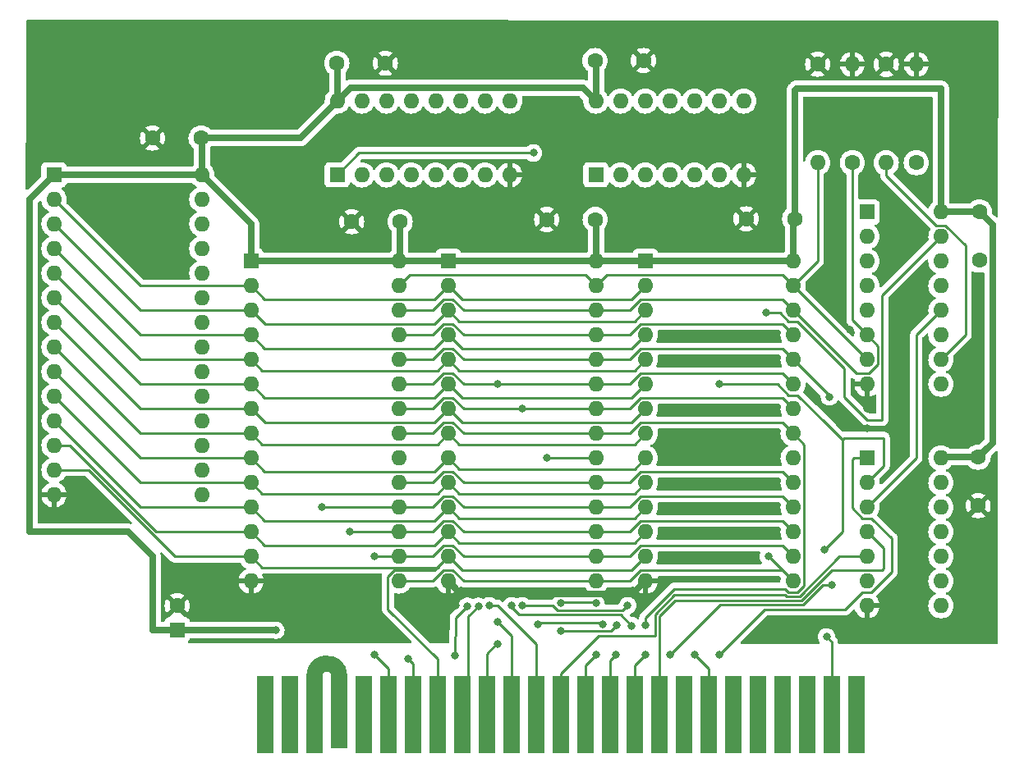
<source format=gbr>
%TF.GenerationSoftware,KiCad,Pcbnew,(7.0.0)*%
%TF.CreationDate,2023-02-27T14:18:29+09:00*%
%TF.ProjectId,ykp74,796b7037-342e-46b6-9963-61645f706362,rev?*%
%TF.SameCoordinates,Original*%
%TF.FileFunction,Copper,L1,Top*%
%TF.FilePolarity,Positive*%
%FSLAX46Y46*%
G04 Gerber Fmt 4.6, Leading zero omitted, Abs format (unit mm)*
G04 Created by KiCad (PCBNEW (7.0.0)) date 2023-02-27 14:18:29*
%MOMM*%
%LPD*%
G01*
G04 APERTURE LIST*
%TA.AperFunction,EtchedComponent*%
%ADD10C,1.700000*%
%TD*%
%TA.AperFunction,ComponentPad*%
%ADD11R,1.600000X1.600000*%
%TD*%
%TA.AperFunction,ComponentPad*%
%ADD12O,1.600000X1.600000*%
%TD*%
%TA.AperFunction,ComponentPad*%
%ADD13C,1.600000*%
%TD*%
%TA.AperFunction,ConnectorPad*%
%ADD14R,1.700000X8.000000*%
%TD*%
%TA.AperFunction,ConnectorPad*%
%ADD15R,1.700000X7.500000*%
%TD*%
%TA.AperFunction,ViaPad*%
%ADD16C,0.800000*%
%TD*%
%TA.AperFunction,Conductor*%
%ADD17C,0.700000*%
%TD*%
%TA.AperFunction,Conductor*%
%ADD18C,0.250000*%
%TD*%
G04 APERTURE END LIST*
D10*
%TO.C,CE1*%
X128155194Y-134231000D02*
G75*
G03*
X125615194Y-134231000I-1270000J0D01*
G01*
%TD*%
D11*
%TO.P,U3,1,VPP*%
%TO.N,+5V*%
X139395193Y-91439999D03*
D12*
%TO.P,U3,2,A12*%
%TO.N,/A12*%
X139395193Y-93979999D03*
%TO.P,U3,3,A7*%
%TO.N,/A7*%
X139395193Y-96519999D03*
%TO.P,U3,4,A6*%
%TO.N,/A6*%
X139395193Y-99059999D03*
%TO.P,U3,5,A5*%
%TO.N,/A5*%
X139395193Y-101599999D03*
%TO.P,U3,6,A4*%
%TO.N,/A4*%
X139395193Y-104139999D03*
%TO.P,U3,7,A3*%
%TO.N,/A3*%
X139395193Y-106679999D03*
%TO.P,U3,8,A2*%
%TO.N,/A2*%
X139395193Y-109219999D03*
%TO.P,U3,9,A1*%
%TO.N,/A1*%
X139395193Y-111759999D03*
%TO.P,U3,10,A0*%
%TO.N,/A0*%
X139395193Y-114299999D03*
%TO.P,U3,11,D0*%
%TO.N,/D0*%
X139395193Y-116839999D03*
%TO.P,U3,12,D1*%
%TO.N,/D1*%
X139395193Y-119379999D03*
%TO.P,U3,13,D2*%
%TO.N,/D2*%
X139395193Y-121919999D03*
%TO.P,U3,14,GND*%
%TO.N,GND*%
X139395193Y-124459999D03*
%TO.P,U3,15,D3*%
%TO.N,/D3*%
X154635193Y-124459999D03*
%TO.P,U3,16,D4*%
%TO.N,/D4*%
X154635193Y-121919999D03*
%TO.P,U3,17,D5*%
%TO.N,/D5*%
X154635193Y-119379999D03*
%TO.P,U3,18,D6*%
%TO.N,/D6*%
X154635193Y-116839999D03*
%TO.P,U3,19,D7*%
%TO.N,/D7*%
X154635193Y-114299999D03*
%TO.P,U3,20,~{CE}*%
%TO.N,/ROM_CE3*%
X154635193Y-111759999D03*
%TO.P,U3,21,A10*%
%TO.N,/A10*%
X154635193Y-109219999D03*
%TO.P,U3,22,~{OE}*%
%TO.N,/{slash}RD*%
X154635193Y-106679999D03*
%TO.P,U3,23,A11*%
%TO.N,/A11*%
X154635193Y-104139999D03*
%TO.P,U3,24,A9*%
%TO.N,/A9*%
X154635193Y-101599999D03*
%TO.P,U3,25,A8*%
%TO.N,/A8*%
X154635193Y-99059999D03*
%TO.P,U3,26,A13*%
%TO.N,/MA13*%
X154635193Y-96519999D03*
%TO.P,U3,27,A14*%
%TO.N,/MA14*%
X154635193Y-93979999D03*
%TO.P,U3,28,VCC*%
%TO.N,+5V*%
X154635193Y-91439999D03*
%TD*%
D13*
%TO.P,C3,1*%
%TO.N,+5V*%
X113915194Y-78740000D03*
%TO.P,C3,2*%
%TO.N,GND*%
X108915194Y-78740000D03*
%TD*%
D11*
%TO.P,U8,1,D2*%
%TO.N,/D2*%
X182575193Y-86359999D03*
D12*
%TO.P,U8,2,D3*%
%TO.N,/D1*%
X182575193Y-88899999D03*
%TO.P,U8,3,D4*%
%TO.N,/D0*%
X182575193Y-91439999D03*
%TO.P,U8,4,Rb*%
%TO.N,/A13*%
X182575193Y-93979999D03*
%TO.P,U8,5,Ra*%
%TO.N,/A15*%
X182575193Y-96519999D03*
%TO.P,U8,6,Q4*%
%TO.N,/MA13*%
X182575193Y-99059999D03*
%TO.P,U8,7,Q3*%
%TO.N,/MA14*%
X182575193Y-101599999D03*
%TO.P,U8,8,GND*%
%TO.N,GND*%
X182575193Y-104139999D03*
%TO.P,U8,9,Q2*%
%TO.N,Net-(U5A-A0)*%
X190195193Y-104139999D03*
%TO.P,U8,10,Q1*%
%TO.N,Net-(U5A-A1)*%
X190195193Y-101599999D03*
%TO.P,U8,11,~{Er}*%
%TO.N,Net-(U8-~{Er})*%
X190195193Y-99059999D03*
%TO.P,U8,12,~{Ew}*%
%TO.N,Net-(U8-~{Ew})*%
X190195193Y-96519999D03*
%TO.P,U8,13,Wb*%
%TO.N,/A13*%
X190195193Y-93979999D03*
%TO.P,U8,14,Wa*%
%TO.N,/A15*%
X190195193Y-91439999D03*
%TO.P,U8,15,D1*%
%TO.N,/D3*%
X190195193Y-88899999D03*
%TO.P,U8,16,VCC*%
%TO.N,+5V*%
X190195193Y-86359999D03*
%TD*%
D13*
%TO.P,C7,1*%
%TO.N,+5V*%
X194026986Y-111672831D03*
%TO.P,C7,2*%
%TO.N,GND*%
X194026986Y-116672831D03*
%TD*%
D11*
%TO.P,U1,1,VPP*%
%TO.N,+5V*%
X98750193Y-82534999D03*
D12*
%TO.P,U1,2,A12*%
%TO.N,/A12*%
X98750193Y-85074999D03*
%TO.P,U1,3,A7*%
%TO.N,/A7*%
X98750193Y-87614999D03*
%TO.P,U1,4,A6*%
%TO.N,/A6*%
X98750193Y-90154999D03*
%TO.P,U1,5,A5*%
%TO.N,/A5*%
X98750193Y-92694999D03*
%TO.P,U1,6,A4*%
%TO.N,/A4*%
X98750193Y-95234999D03*
%TO.P,U1,7,A3*%
%TO.N,/A3*%
X98750193Y-97774999D03*
%TO.P,U1,8,A2*%
%TO.N,/A2*%
X98750193Y-100314999D03*
%TO.P,U1,9,A1*%
%TO.N,/A1*%
X98750193Y-102854999D03*
%TO.P,U1,10,A0*%
%TO.N,/A0*%
X98750193Y-105394999D03*
%TO.P,U1,11,D0*%
%TO.N,/D0*%
X98750193Y-107934999D03*
%TO.P,U1,12,D1*%
%TO.N,/D1*%
X98750193Y-110474999D03*
%TO.P,U1,13,D2*%
%TO.N,/D2*%
X98750193Y-113014999D03*
%TO.P,U1,14,GND*%
%TO.N,GND*%
X98750193Y-115554999D03*
%TO.P,U1,15,D3*%
%TO.N,/D3*%
X113990193Y-115554999D03*
%TO.P,U1,16,D4*%
%TO.N,/D4*%
X113990193Y-113014999D03*
%TO.P,U1,17,D5*%
%TO.N,/D5*%
X113990193Y-110474999D03*
%TO.P,U1,18,D6*%
%TO.N,/D6*%
X113990193Y-107934999D03*
%TO.P,U1,19,D7*%
%TO.N,/D7*%
X113990193Y-105394999D03*
%TO.P,U1,20,~{CE}*%
%TO.N,/ROM_CE1*%
X113990193Y-102854999D03*
%TO.P,U1,21,A10*%
%TO.N,/A10*%
X113990193Y-100314999D03*
%TO.P,U1,22,~{OE}*%
%TO.N,/{slash}RD*%
X113990193Y-97774999D03*
%TO.P,U1,23,A11*%
%TO.N,/A11*%
X113990193Y-95234999D03*
%TO.P,U1,24,A9*%
%TO.N,/A9*%
X113990193Y-92694999D03*
%TO.P,U1,25,A8*%
%TO.N,/A8*%
X113990193Y-90154999D03*
%TO.P,U1,26,A13*%
%TO.N,/MA13*%
X113990193Y-87614999D03*
%TO.P,U1,27,A14*%
%TO.N,/MA14*%
X113990193Y-85074999D03*
%TO.P,U1,28,VCC*%
%TO.N,+5V*%
X113990193Y-82534999D03*
%TD*%
D14*
%TO.P,CE1,2,~{CS2}*%
%TO.N,unconnected-(CE1-~{CS2}-Pad2)*%
X181485033Y-138267439D03*
%TO.P,CE1,4,~{STLSL}*%
%TO.N,/{slash}SLTSL*%
X178945033Y-138267439D03*
%TO.P,CE1,6,~{RFSH}*%
%TO.N,unconnected-(CE1-~{RFSH}-Pad6)*%
X176405033Y-138267439D03*
%TO.P,CE1,8,~{INT}*%
%TO.N,unconnected-(CE1-~{INT}-Pad8)*%
X173865033Y-138267439D03*
%TO.P,CE1,10,~{BUSD}*%
%TO.N,unconnected-(CE1-~{BUSD}-Pad10)*%
X171325033Y-138267439D03*
%TO.P,CE1,12,~{MERQ}*%
%TO.N,unconnected-(CE1-~{MERQ}-Pad12)*%
X168785033Y-138267439D03*
%TO.P,CE1,14,~{RD}*%
%TO.N,/{slash}RD*%
X166245033Y-138267439D03*
%TO.P,CE1,16,N.C.*%
%TO.N,unconnected-(CE1-N.C.-Pad16)*%
X163705033Y-138267439D03*
%TO.P,CE1,18,A15*%
%TO.N,/A15*%
X161165033Y-138267439D03*
%TO.P,CE1,20,A10*%
%TO.N,/A10*%
X158625033Y-138267439D03*
%TO.P,CE1,22,A6*%
%TO.N,/A6*%
X156085033Y-138267439D03*
%TO.P,CE1,24,A8*%
%TO.N,/A8*%
X153545033Y-138267439D03*
%TO.P,CE1,26,A13*%
%TO.N,/A13*%
X151005033Y-138267439D03*
%TO.P,CE1,28,A0*%
%TO.N,/A0*%
X148465033Y-138267439D03*
%TO.P,CE1,30,A2*%
%TO.N,/A2*%
X145925033Y-138267439D03*
%TO.P,CE1,32,A4*%
%TO.N,/A4*%
X143385033Y-138267439D03*
%TO.P,CE1,34,D0*%
%TO.N,/D0*%
X140845033Y-138267439D03*
%TO.P,CE1,36,D2*%
%TO.N,/D2*%
X138305033Y-138267439D03*
%TO.P,CE1,38,D4*%
%TO.N,/D4*%
X135765033Y-138267439D03*
%TO.P,CE1,40,D6*%
%TO.N,/D6*%
X133225033Y-138267439D03*
%TO.P,CE1,42,CLOCK*%
%TO.N,unconnected-(CE1-CLOCK-Pad42)*%
X130685033Y-138267439D03*
D15*
%TO.P,CE1,44,SW1*%
%TO.N,unconnected-(CE1-SW1-Pad44)*%
X128145193Y-138017999D03*
D14*
%TO.P,CE1,46,SW2*%
%TO.N,unconnected-(CE1-SW2-Pad46)*%
X125605033Y-138267439D03*
%TO.P,CE1,48,+12V*%
%TO.N,unconnected-(CE1-+12V-Pad48)*%
X123065033Y-138267439D03*
%TO.P,CE1,50,-12V*%
%TO.N,unconnected-(CE1--12V-Pad50)*%
X120525033Y-138267439D03*
%TD*%
D13*
%TO.P,R2,1*%
%TO.N,/MA13*%
X181065194Y-81280000D03*
D12*
%TO.P,R2,2*%
%TO.N,GND*%
X181065193Y-71119999D03*
%TD*%
D13*
%TO.P,R4,1*%
%TO.N,Net-(U5A-A0)*%
X187655194Y-81280000D03*
D12*
%TO.P,R4,2*%
%TO.N,GND*%
X187655193Y-71119999D03*
%TD*%
D11*
%TO.P,U5,1,E*%
%TO.N,/{slash}SLTSL*%
X127955193Y-82539999D03*
D12*
%TO.P,U5,2,A0*%
%TO.N,Net-(U5A-A0)*%
X130495193Y-82539999D03*
%TO.P,U5,3,A1*%
%TO.N,Net-(U5A-A1)*%
X133035193Y-82539999D03*
%TO.P,U5,4,O0*%
%TO.N,/ROM_CE1*%
X135575193Y-82539999D03*
%TO.P,U5,5,O1*%
%TO.N,/ROM_CE2*%
X138115193Y-82539999D03*
%TO.P,U5,6,O2*%
%TO.N,/ROM_CE3*%
X140655193Y-82539999D03*
%TO.P,U5,7,O3*%
%TO.N,/ROM_CE4*%
X143195193Y-82539999D03*
%TO.P,U5,8,GND*%
%TO.N,GND*%
X145735193Y-82539999D03*
%TO.P,U5,9*%
%TO.N,N/C*%
X145735193Y-74919999D03*
%TO.P,U5,10*%
X143195193Y-74919999D03*
%TO.P,U5,11*%
X140655193Y-74919999D03*
%TO.P,U5,12*%
X138115193Y-74919999D03*
%TO.P,U5,13*%
X135575193Y-74919999D03*
%TO.P,U5,14*%
X133035193Y-74919999D03*
%TO.P,U5,15*%
X130495193Y-74919999D03*
%TO.P,U5,16,VCC*%
%TO.N,+5V*%
X127955193Y-74919999D03*
%TD*%
D13*
%TO.P,C6,1*%
%TO.N,+5V*%
X194156649Y-86339018D03*
%TO.P,C6,2*%
%TO.N,GND*%
X194156649Y-91339018D03*
%TD*%
%TO.P,C9,1*%
%TO.N,+5V*%
X127907380Y-71018215D03*
%TO.P,C9,2*%
%TO.N,GND*%
X132907380Y-71018215D03*
%TD*%
D11*
%TO.P,U7,1*%
%TO.N,Net-(U6-Pad6)*%
X154630193Y-82539999D03*
D12*
%TO.P,U7,2*%
%TO.N,Net-(U8-~{Er})*%
X157170193Y-82539999D03*
%TO.P,U7,3*%
%TO.N,N/C*%
X159710193Y-82539999D03*
%TO.P,U7,4*%
X162250193Y-82539999D03*
%TO.P,U7,5*%
X164790193Y-82539999D03*
%TO.P,U7,6*%
X167330193Y-82539999D03*
%TO.P,U7,7,GND*%
%TO.N,GND*%
X169870193Y-82539999D03*
%TO.P,U7,8*%
%TO.N,N/C*%
X169870193Y-74919999D03*
%TO.P,U7,9*%
X167330193Y-74919999D03*
%TO.P,U7,10*%
X164790193Y-74919999D03*
%TO.P,U7,11*%
X162250193Y-74919999D03*
%TO.P,U7,12*%
X159710193Y-74919999D03*
%TO.P,U7,13*%
X157170193Y-74919999D03*
%TO.P,U7,14,VCC*%
%TO.N,+5V*%
X154630193Y-74919999D03*
%TD*%
D13*
%TO.P,C8,1*%
%TO.N,+5V*%
X154530074Y-70743370D03*
%TO.P,C8,2*%
%TO.N,GND*%
X159530074Y-70743370D03*
%TD*%
D11*
%TO.P,U6,1*%
%TO.N,/{slash}WR*%
X182575193Y-111759999D03*
D12*
%TO.P,U6,2*%
%TO.N,/{slash}SLTSL*%
X182575193Y-114299999D03*
%TO.P,U6,3*%
%TO.N,Net-(U8-~{Ew})*%
X182575193Y-116839999D03*
%TO.P,U6,4*%
%TO.N,/A15*%
X182575193Y-119379999D03*
%TO.P,U6,5*%
%TO.N,/A13*%
X182575193Y-121919999D03*
%TO.P,U6,6*%
%TO.N,Net-(U6-Pad6)*%
X182575193Y-124459999D03*
%TO.P,U6,7,GND*%
%TO.N,GND*%
X182575193Y-126999999D03*
%TO.P,U6,8*%
%TO.N,N/C*%
X190195193Y-126999999D03*
%TO.P,U6,9*%
X190195193Y-124459999D03*
%TO.P,U6,10*%
X190195193Y-121919999D03*
%TO.P,U6,11*%
X190195193Y-119379999D03*
%TO.P,U6,12*%
X190195193Y-116839999D03*
%TO.P,U6,13*%
X190195193Y-114299999D03*
%TO.P,U6,14,VCC*%
%TO.N,+5V*%
X190195193Y-111759999D03*
%TD*%
D11*
%TO.P,U4,1,VPP*%
%TO.N,+5V*%
X159715193Y-91439999D03*
D12*
%TO.P,U4,2,A12*%
%TO.N,/A12*%
X159715193Y-93979999D03*
%TO.P,U4,3,A7*%
%TO.N,/A7*%
X159715193Y-96519999D03*
%TO.P,U4,4,A6*%
%TO.N,/A6*%
X159715193Y-99059999D03*
%TO.P,U4,5,A5*%
%TO.N,/A5*%
X159715193Y-101599999D03*
%TO.P,U4,6,A4*%
%TO.N,/A4*%
X159715193Y-104139999D03*
%TO.P,U4,7,A3*%
%TO.N,/A3*%
X159715193Y-106679999D03*
%TO.P,U4,8,A2*%
%TO.N,/A2*%
X159715193Y-109219999D03*
%TO.P,U4,9,A1*%
%TO.N,/A1*%
X159715193Y-111759999D03*
%TO.P,U4,10,A0*%
%TO.N,/A0*%
X159715193Y-114299999D03*
%TO.P,U4,11,D0*%
%TO.N,/D0*%
X159715193Y-116839999D03*
%TO.P,U4,12,D1*%
%TO.N,/D1*%
X159715193Y-119379999D03*
%TO.P,U4,13,D2*%
%TO.N,/D2*%
X159715193Y-121919999D03*
%TO.P,U4,14,GND*%
%TO.N,GND*%
X159715193Y-124459999D03*
%TO.P,U4,15,D3*%
%TO.N,/D3*%
X174955193Y-124459999D03*
%TO.P,U4,16,D4*%
%TO.N,/D4*%
X174955193Y-121919999D03*
%TO.P,U4,17,D5*%
%TO.N,/D5*%
X174955193Y-119379999D03*
%TO.P,U4,18,D6*%
%TO.N,/D6*%
X174955193Y-116839999D03*
%TO.P,U4,19,D7*%
%TO.N,/D7*%
X174955193Y-114299999D03*
%TO.P,U4,20,~{CE}*%
%TO.N,/ROM_CE4*%
X174955193Y-111759999D03*
%TO.P,U4,21,A10*%
%TO.N,/A10*%
X174955193Y-109219999D03*
%TO.P,U4,22,~{OE}*%
%TO.N,/{slash}RD*%
X174955193Y-106679999D03*
%TO.P,U4,23,A11*%
%TO.N,/A11*%
X174955193Y-104139999D03*
%TO.P,U4,24,A9*%
%TO.N,/A9*%
X174955193Y-101599999D03*
%TO.P,U4,25,A8*%
%TO.N,/A8*%
X174955193Y-99059999D03*
%TO.P,U4,26,A13*%
%TO.N,/MA13*%
X174955193Y-96519999D03*
%TO.P,U4,27,A14*%
%TO.N,/MA14*%
X174955193Y-93979999D03*
%TO.P,U4,28,VCC*%
%TO.N,+5V*%
X174955193Y-91439999D03*
%TD*%
D11*
%TO.P,C5,1*%
%TO.N,+5V*%
X111455193Y-129499999D03*
D13*
%TO.P,C5,2*%
%TO.N,GND*%
X111455194Y-127000000D03*
%TD*%
%TO.P,C1,1*%
%TO.N,+5V*%
X154551531Y-87153390D03*
%TO.P,C1,2*%
%TO.N,GND*%
X149551531Y-87153390D03*
%TD*%
%TO.P,R1,1*%
%TO.N,GND*%
X177495194Y-71120000D03*
D12*
%TO.P,R1,2*%
%TO.N,/MA14*%
X177495193Y-81279999D03*
%TD*%
D11*
%TO.P,U2,1,VPP*%
%TO.N,+5V*%
X119070193Y-91439999D03*
D12*
%TO.P,U2,2,A12*%
%TO.N,/A12*%
X119070193Y-93979999D03*
%TO.P,U2,3,A7*%
%TO.N,/A7*%
X119070193Y-96519999D03*
%TO.P,U2,4,A6*%
%TO.N,/A6*%
X119070193Y-99059999D03*
%TO.P,U2,5,A5*%
%TO.N,/A5*%
X119070193Y-101599999D03*
%TO.P,U2,6,A4*%
%TO.N,/A4*%
X119070193Y-104139999D03*
%TO.P,U2,7,A3*%
%TO.N,/A3*%
X119070193Y-106679999D03*
%TO.P,U2,8,A2*%
%TO.N,/A2*%
X119070193Y-109219999D03*
%TO.P,U2,9,A1*%
%TO.N,/A1*%
X119070193Y-111759999D03*
%TO.P,U2,10,A0*%
%TO.N,/A0*%
X119070193Y-114299999D03*
%TO.P,U2,11,D0*%
%TO.N,/D0*%
X119070193Y-116839999D03*
%TO.P,U2,12,D1*%
%TO.N,/D1*%
X119070193Y-119379999D03*
%TO.P,U2,13,D2*%
%TO.N,/D2*%
X119070193Y-121919999D03*
%TO.P,U2,14,GND*%
%TO.N,GND*%
X119070193Y-124459999D03*
%TO.P,U2,15,D3*%
%TO.N,/D3*%
X134310193Y-124459999D03*
%TO.P,U2,16,D4*%
%TO.N,/D4*%
X134310193Y-121919999D03*
%TO.P,U2,17,D5*%
%TO.N,/D5*%
X134310193Y-119379999D03*
%TO.P,U2,18,D6*%
%TO.N,/D6*%
X134310193Y-116839999D03*
%TO.P,U2,19,D7*%
%TO.N,/D7*%
X134310193Y-114299999D03*
%TO.P,U2,20,~{CE}*%
%TO.N,/ROM_CE2*%
X134310193Y-111759999D03*
%TO.P,U2,21,A10*%
%TO.N,/A10*%
X134310193Y-109219999D03*
%TO.P,U2,22,~{OE}*%
%TO.N,/{slash}RD*%
X134310193Y-106679999D03*
%TO.P,U2,23,A11*%
%TO.N,/A11*%
X134310193Y-104139999D03*
%TO.P,U2,24,A9*%
%TO.N,/A9*%
X134310193Y-101599999D03*
%TO.P,U2,25,A8*%
%TO.N,/A8*%
X134310193Y-99059999D03*
%TO.P,U2,26,A13*%
%TO.N,/MA13*%
X134310193Y-96519999D03*
%TO.P,U2,27,A14*%
%TO.N,/MA14*%
X134310193Y-93979999D03*
%TO.P,U2,28,VCC*%
%TO.N,+5V*%
X134310193Y-91439999D03*
%TD*%
D13*
%TO.P,C4,1*%
%TO.N,+5V*%
X134436114Y-87374129D03*
%TO.P,C4,2*%
%TO.N,GND*%
X129436114Y-87374129D03*
%TD*%
%TO.P,C2,1*%
%TO.N,+5V*%
X175113891Y-87073998D03*
%TO.P,C2,2*%
%TO.N,GND*%
X170113891Y-87073998D03*
%TD*%
%TO.P,R3,1*%
%TO.N,GND*%
X184552915Y-71135662D03*
D12*
%TO.P,R3,2*%
%TO.N,Net-(U5A-A1)*%
X184552914Y-81295661D03*
%TD*%
D16*
%TO.N,+5V*%
X121615194Y-129540000D03*
%TO.N,GND*%
X106375194Y-88900000D03*
X186623015Y-95215325D03*
X139245160Y-126233872D03*
X169875194Y-119380000D03*
X134425467Y-130202652D03*
X182575194Y-106680000D03*
X136855194Y-129540000D03*
X169875194Y-106680000D03*
X169875194Y-116840000D03*
X167335194Y-88900000D03*
X164795194Y-88900000D03*
X140609678Y-125688065D03*
X182571023Y-108685794D03*
X169875194Y-114300000D03*
X132952905Y-128656463D03*
X180035194Y-86360000D03*
X140164948Y-126990196D03*
X169875194Y-99060000D03*
X169875194Y-101600000D03*
X169875194Y-109220000D03*
X186541511Y-97986457D03*
X135672346Y-128264618D03*
X190195194Y-106680000D03*
X180780061Y-98558936D03*
X134315194Y-127000000D03*
X190195194Y-109220000D03*
X178837531Y-86349212D03*
X162255194Y-86360000D03*
X149563434Y-125747172D03*
X164795194Y-86360000D03*
X167335194Y-86360000D03*
X169875194Y-121920000D03*
%TO.N,/{slash}SLTSL*%
X178404287Y-130208142D03*
X167335194Y-104140000D03*
X178166045Y-121229410D03*
X148183345Y-80279350D03*
%TO.N,/{slash}WR*%
X167335194Y-132080000D03*
%TO.N,/{slash}RD*%
X157894600Y-126985396D03*
X147015194Y-106680000D03*
X147015194Y-127000000D03*
X164795194Y-132080000D03*
%TO.N,/A9*%
X162255194Y-132080000D03*
X178915733Y-124898049D03*
X178697408Y-105451421D03*
%TO.N,/A11*%
X144475194Y-104140000D03*
X145926806Y-126989445D03*
X158288144Y-129053363D03*
%TO.N,/A10*%
X159715194Y-132080000D03*
X159710796Y-128990918D03*
%TO.N,/A7*%
X148606932Y-128935915D03*
X155351291Y-128893771D03*
%TO.N,/A6*%
X150979831Y-129618271D03*
X156644955Y-132080000D03*
X156753891Y-129029773D03*
%TO.N,/A8*%
X154659897Y-132080000D03*
X154620413Y-126759500D03*
X150967648Y-126759500D03*
%TO.N,/A0*%
X143602246Y-127000000D03*
%TO.N,/A2*%
X144475194Y-128673933D03*
%TO.N,/A4*%
X144475194Y-130996065D03*
%TO.N,/D1*%
X141342753Y-127049313D03*
X140077310Y-132153999D03*
%TO.N,/D0*%
X142502640Y-127073633D03*
%TO.N,/D3*%
X172159221Y-96775973D03*
X172415194Y-121920000D03*
%TO.N,/D5*%
X129235194Y-119380000D03*
%TO.N,/D4*%
X135230460Y-132467745D03*
X131775194Y-121920000D03*
%TO.N,/D6*%
X131775194Y-132080000D03*
X126340856Y-116776445D03*
%TO.N,/ROM_CE3*%
X149555194Y-111760000D03*
%TD*%
D17*
%TO.N,+5V*%
X96215194Y-119380000D02*
X106375194Y-119380000D01*
X190195194Y-86360000D02*
X194135667Y-86360000D01*
X127955194Y-74920000D02*
X129305194Y-73570000D01*
X175272588Y-73660000D02*
X190195194Y-73660000D01*
X154630194Y-70843490D02*
X154530074Y-70743370D01*
X113990194Y-82535000D02*
X119075194Y-87620000D01*
X113990194Y-82535000D02*
X113990194Y-78815000D01*
X195506649Y-87689018D02*
X195506649Y-110193168D01*
X106375194Y-119380000D02*
X108915194Y-121920000D01*
X98750194Y-82535000D02*
X113990194Y-82535000D01*
X127955194Y-71066029D02*
X127907380Y-71018215D01*
X98750194Y-82535000D02*
X96215194Y-85070000D01*
X119075194Y-91440000D02*
X134315194Y-91440000D01*
X127955194Y-74920000D02*
X127955194Y-71066029D01*
X154630194Y-74920000D02*
X154630194Y-70843490D01*
X113990194Y-78815000D02*
X113915194Y-78740000D01*
X175113891Y-73818697D02*
X175272588Y-73660000D01*
X134310194Y-91440000D02*
X139395194Y-91440000D01*
X190282363Y-111672831D02*
X190195194Y-111760000D01*
X175113891Y-87073998D02*
X175113891Y-73818697D01*
X108915194Y-121920000D02*
X108915194Y-129540000D01*
X111455194Y-129500000D02*
X121575194Y-129500000D01*
X134436114Y-91319080D02*
X134436114Y-87374129D01*
X194135667Y-86360000D02*
X194156649Y-86339018D01*
X154635194Y-91440000D02*
X159715194Y-91440000D01*
X174955194Y-91440000D02*
X174955194Y-87232695D01*
X108915194Y-129540000D02*
X108955194Y-129500000D01*
X174955194Y-87232695D02*
X175113891Y-87073998D01*
X194026986Y-111672831D02*
X190282363Y-111672831D01*
X121575194Y-129500000D02*
X121615194Y-129540000D01*
X124135194Y-78740000D02*
X127955194Y-74920000D01*
X195506649Y-110193168D02*
X194026986Y-111672831D01*
X194156649Y-86339018D02*
X195506649Y-87689018D01*
X129305194Y-73570000D02*
X153280194Y-73570000D01*
X154635194Y-91440000D02*
X154635194Y-87237053D01*
X119075194Y-87620000D02*
X119075194Y-91440000D01*
X108955194Y-129500000D02*
X111455194Y-129500000D01*
X190195194Y-73660000D02*
X190195194Y-86360000D01*
X113915194Y-78740000D02*
X124135194Y-78740000D01*
X154635194Y-91440000D02*
X139395194Y-91440000D01*
X134315194Y-91440000D02*
X134436114Y-91319080D01*
X153280194Y-73570000D02*
X154630194Y-74920000D01*
X159715194Y-91440000D02*
X174955194Y-91440000D01*
X96215194Y-85070000D02*
X96215194Y-119380000D01*
X154635194Y-87237053D02*
X154551531Y-87153390D01*
%TO.N,GND*%
X149626262Y-125810000D02*
X149563434Y-125747172D01*
X158365194Y-125810000D02*
X149626262Y-125810000D01*
X149563434Y-125747172D02*
X149500606Y-125810000D01*
X159715194Y-124460000D02*
X158365194Y-125810000D01*
X149500606Y-125810000D02*
X140745194Y-125810000D01*
X140623259Y-125688065D02*
X140609678Y-125688065D01*
X140745194Y-125810000D02*
X140623259Y-125688065D01*
X140609678Y-125674484D02*
X139395194Y-124460000D01*
X140609678Y-125688065D02*
X140609678Y-125674484D01*
D18*
%TO.N,/{slash}SLTSL*%
X180244702Y-109669501D02*
X180035194Y-109879009D01*
X130215844Y-80279350D02*
X127955194Y-82540000D01*
X178185784Y-121229410D02*
X178166045Y-121229410D01*
X178251185Y-108095000D02*
X175421185Y-105265000D01*
X184293315Y-112581879D02*
X184293315Y-109669501D01*
X148183345Y-80279350D02*
X130215844Y-80279350D01*
X174489203Y-105265000D02*
X173364203Y-104140000D01*
X184293315Y-109669501D02*
X180244702Y-109669501D01*
X180035194Y-109879009D02*
X180035194Y-119380000D01*
X180035194Y-119380000D02*
X178185784Y-121229410D01*
X173364203Y-104140000D02*
X167335194Y-104140000D01*
X178404287Y-130208142D02*
X178945034Y-130748889D01*
X182575194Y-114300000D02*
X184293315Y-112581879D01*
X178251185Y-108095000D02*
X180035194Y-109879009D01*
X178945034Y-130748889D02*
X178945034Y-138267440D01*
X175421185Y-105265000D02*
X174489203Y-105265000D01*
%TO.N,/{slash}WR*%
X183041185Y-125585000D02*
X182085884Y-125585000D01*
X172032190Y-127383004D02*
X167335194Y-132080000D01*
X185115194Y-123510991D02*
X183041185Y-125585000D01*
X183041185Y-117965000D02*
X185115194Y-120039009D01*
X182575194Y-111760000D02*
X181194417Y-111760000D01*
X182109203Y-117965000D02*
X183041185Y-117965000D01*
X181070405Y-116926202D02*
X182109203Y-117965000D01*
X185115194Y-120039009D02*
X185115194Y-123510991D01*
X180287880Y-127383004D02*
X172032190Y-127383004D01*
X181194417Y-111760000D02*
X181070405Y-111884012D01*
X182085884Y-125585000D02*
X180287880Y-127383004D01*
X181070405Y-111884012D02*
X181070405Y-116926202D01*
%TO.N,/{slash}RD*%
X139861185Y-105555000D02*
X140986185Y-106680000D01*
X166245034Y-133529840D02*
X164795194Y-132080000D01*
X140986185Y-106680000D02*
X147015194Y-106680000D01*
X154635194Y-106680000D02*
X158124203Y-106680000D01*
X159249203Y-105555000D02*
X167335475Y-105555000D01*
X147015194Y-106680000D02*
X154635194Y-106680000D01*
X166245034Y-138267440D02*
X166245034Y-133529840D01*
X134310194Y-106680000D02*
X137804203Y-106680000D01*
X147015194Y-127000000D02*
X150183550Y-127000000D01*
X138929203Y-105555000D02*
X139861185Y-105555000D01*
X150667550Y-127484000D02*
X157395996Y-127484000D01*
X157395996Y-127484000D02*
X157894600Y-126985396D01*
X167360971Y-105555000D02*
X173830194Y-105555000D01*
X173830194Y-105555000D02*
X174955194Y-106680000D01*
X137804203Y-106680000D02*
X138929203Y-105555000D01*
X158124203Y-106680000D02*
X159249203Y-105555000D01*
X150183550Y-127000000D02*
X150667550Y-127484000D01*
%TO.N,/A9*%
X137804203Y-101600000D02*
X138929203Y-100475000D01*
X174955194Y-101600000D02*
X178697408Y-105342214D01*
X159249203Y-100475000D02*
X173830194Y-100475000D01*
X178697408Y-105451421D02*
X178806615Y-105451421D01*
X139861185Y-100475000D02*
X140986185Y-101600000D01*
X158124203Y-101600000D02*
X159249203Y-100475000D01*
X167401691Y-126933503D02*
X175979752Y-126933503D01*
X140986185Y-101600000D02*
X154635194Y-101600000D01*
X134310194Y-101600000D02*
X137804203Y-101600000D01*
X162255194Y-132080000D02*
X167401691Y-126933503D01*
X178697408Y-105342214D02*
X178697408Y-105451421D01*
X138929203Y-100475000D02*
X139861185Y-100475000D01*
X173830194Y-100475000D02*
X174955194Y-101600000D01*
X178806615Y-105451421D02*
X178779313Y-105424119D01*
X175979752Y-126933503D02*
X178031710Y-124881545D01*
X178031710Y-124881545D02*
X178915733Y-124898049D01*
X178779313Y-105424119D02*
X178806615Y-105424119D01*
X154635194Y-101600000D02*
X158124203Y-101600000D01*
%TO.N,/A15*%
X178942565Y-123335000D02*
X184090202Y-123335000D01*
X175793563Y-126484002D02*
X178942565Y-123335000D01*
X161165034Y-128090160D02*
X162771192Y-126484002D01*
X162771192Y-126484002D02*
X175793563Y-126484002D01*
X184253070Y-123172132D02*
X184248280Y-123167342D01*
X161165034Y-138267440D02*
X161165034Y-128090160D01*
X184248280Y-123167342D02*
X184248280Y-121053086D01*
X184248280Y-121053086D02*
X182575194Y-119380000D01*
X184090202Y-123335000D02*
X184253070Y-123172132D01*
%TO.N,/A11*%
X137804203Y-104140000D02*
X138929203Y-103015000D01*
X144475194Y-104140000D02*
X154635194Y-104140000D01*
X146726640Y-127922768D02*
X150470628Y-127922768D01*
X134310194Y-104140000D02*
X137804203Y-104140000D01*
X158124203Y-104140000D02*
X159249203Y-103015000D01*
X173830194Y-103015000D02*
X174955194Y-104140000D01*
X154635194Y-104140000D02*
X158124203Y-104140000D01*
X157168282Y-127933501D02*
X158288144Y-129053363D01*
X150470628Y-127922768D02*
X150481361Y-127933501D01*
X138929203Y-103015000D02*
X139861185Y-103015000D01*
X150481361Y-127933501D02*
X157168282Y-127933501D01*
X140986185Y-104140000D02*
X144475194Y-104140000D01*
X139861185Y-103015000D02*
X140986185Y-104140000D01*
X145926806Y-127122934D02*
X146726640Y-127922768D01*
X159249203Y-103015000D02*
X173830194Y-103015000D01*
%TO.N,/A10*%
X139861185Y-108095000D02*
X140986185Y-109220000D01*
X154635194Y-109220000D02*
X158124203Y-109220000D01*
X137804203Y-109220000D02*
X138929203Y-108095000D01*
X175421185Y-125585000D02*
X176080194Y-124925991D01*
X159249203Y-108095000D02*
X173830194Y-108095000D01*
X140986185Y-109220000D02*
X154635194Y-109220000D01*
X174489203Y-125585000D02*
X175421185Y-125585000D01*
X158625034Y-133170160D02*
X158625034Y-138267440D01*
X159710796Y-128273018D02*
X162729699Y-125254115D01*
X176080194Y-110345000D02*
X174955194Y-109220000D01*
X176080194Y-124925991D02*
X176080194Y-110345000D01*
X162729699Y-125254115D02*
X174158319Y-125254115D01*
X138929203Y-108095000D02*
X139861185Y-108095000D01*
X159715194Y-132080000D02*
X158625034Y-133170160D01*
X174158319Y-125254115D02*
X174489203Y-125585000D01*
X158124203Y-109220000D02*
X159249203Y-108095000D01*
X159710796Y-128990918D02*
X159710796Y-128273018D01*
X134310194Y-109220000D02*
X137804203Y-109220000D01*
X173830194Y-108095000D02*
X174955194Y-109220000D01*
%TO.N,/A7*%
X137980194Y-97935000D02*
X139395194Y-96520000D01*
X140520194Y-97645000D02*
X158590194Y-97645000D01*
X98750194Y-87615000D02*
X107655194Y-96520000D01*
X120490194Y-97935000D02*
X137980194Y-97935000D01*
X155176498Y-128718978D02*
X155351291Y-128893771D01*
X119075194Y-96520000D02*
X120490194Y-97935000D01*
X107655194Y-96520000D02*
X119075194Y-96520000D01*
X148809545Y-128718978D02*
X155176498Y-128718978D01*
X158590194Y-97645000D02*
X159715194Y-96520000D01*
X139395194Y-96520000D02*
X140520194Y-97645000D01*
X148696826Y-128831697D02*
X148809545Y-128718978D01*
%TO.N,/A6*%
X156165393Y-129618271D02*
X156753891Y-129029773D01*
X140810194Y-100475000D02*
X158300194Y-100475000D01*
X120485194Y-100475000D02*
X137980194Y-100475000D01*
X150979831Y-129618271D02*
X156165393Y-129618271D01*
X156644955Y-132080000D02*
X156085034Y-132639921D01*
X119070194Y-99060000D02*
X120485194Y-100475000D01*
X156085034Y-132639921D02*
X156085034Y-138267440D01*
X139395194Y-99060000D02*
X140810194Y-100475000D01*
X137980194Y-100475000D02*
X139395194Y-99060000D01*
X107655194Y-99060000D02*
X119070194Y-99060000D01*
X98750194Y-90155000D02*
X107655194Y-99060000D01*
X158300194Y-100475000D02*
X159715194Y-99060000D01*
%TO.N,/A12*%
X158300194Y-95395000D02*
X159715194Y-93980000D01*
X98750194Y-85075000D02*
X107655194Y-93980000D01*
X119070194Y-93980000D02*
X120485194Y-95395000D01*
X140810194Y-95395000D02*
X158300194Y-95395000D01*
X139395194Y-93980000D02*
X140810194Y-95395000D01*
X107655194Y-93980000D02*
X119070194Y-93980000D01*
X120485194Y-95395000D02*
X137980194Y-95395000D01*
X137980194Y-95395000D02*
X139395194Y-93980000D01*
%TO.N,/A8*%
X153545034Y-138267440D02*
X153545034Y-133194863D01*
X152095194Y-99060000D02*
X154635194Y-99060000D01*
X158124203Y-99060000D02*
X159249203Y-97935000D01*
X151073113Y-126654035D02*
X150967648Y-126759500D01*
X154635194Y-99060000D02*
X158124203Y-99060000D01*
X173830194Y-97935000D02*
X174955194Y-99060000D01*
X153545034Y-133194863D02*
X154659897Y-132080000D01*
X154620413Y-126759500D02*
X154514948Y-126654035D01*
X138929203Y-97935000D02*
X139861185Y-97935000D01*
X134310194Y-99060000D02*
X137804203Y-99060000D01*
X159249203Y-97935000D02*
X173830194Y-97935000D01*
X137804203Y-99060000D02*
X138929203Y-97935000D01*
X154514948Y-126654035D02*
X151073113Y-126654035D01*
X139861185Y-97935000D02*
X140986185Y-99060000D01*
X140986185Y-99060000D02*
X152095194Y-99060000D01*
%TO.N,/A13*%
X160715533Y-127903971D02*
X162729698Y-125889806D01*
X154865004Y-130109916D02*
X160715533Y-130109916D01*
X175607374Y-126034501D02*
X179721875Y-121920000D01*
X151005034Y-133969886D02*
X154865004Y-130109916D01*
X174303014Y-126034501D02*
X175607374Y-126034501D01*
X162729698Y-125889806D02*
X174158318Y-125889806D01*
X151005034Y-138267440D02*
X151005034Y-133969886D01*
X179721875Y-121920000D02*
X182575194Y-121920000D01*
X174158318Y-125889806D02*
X174303014Y-126034501D01*
X160715533Y-130109916D02*
X160715533Y-127903971D01*
%TO.N,/A1*%
X139395194Y-111760000D02*
X140520194Y-112885000D01*
X107655194Y-111760000D02*
X119070194Y-111760000D01*
X120485194Y-113175000D02*
X137980194Y-113175000D01*
X158590194Y-112885000D02*
X159715194Y-111760000D01*
X137980194Y-113175000D02*
X139395194Y-111760000D01*
X98750194Y-102855000D02*
X107655194Y-111760000D01*
X119070194Y-111760000D02*
X120485194Y-113175000D01*
X140520194Y-112885000D02*
X158590194Y-112885000D01*
%TO.N,/A0*%
X138270194Y-115425000D02*
X139395194Y-114300000D01*
X140520194Y-115425000D02*
X158590194Y-115425000D01*
X107655194Y-114300000D02*
X119070194Y-114300000D01*
X148465034Y-130989840D02*
X144475194Y-127000000D01*
X139395194Y-114300000D02*
X140520194Y-115425000D01*
X98750194Y-105395000D02*
X107655194Y-114300000D01*
X158590194Y-115425000D02*
X159715194Y-114300000D01*
X148465034Y-138267440D02*
X148465034Y-130989840D01*
X120195194Y-115425000D02*
X138270194Y-115425000D01*
X144475194Y-127000000D02*
X143602246Y-127000000D01*
X119070194Y-114300000D02*
X120195194Y-115425000D01*
%TO.N,/A3*%
X98750194Y-97775000D02*
X107655194Y-106680000D01*
X107655194Y-106680000D02*
X119075194Y-106680000D01*
X139395194Y-106680000D02*
X140810194Y-108095000D01*
X140810194Y-108095000D02*
X158300194Y-108095000D01*
X158300194Y-108095000D02*
X159715194Y-106680000D01*
X120490194Y-108095000D02*
X137980194Y-108095000D01*
X137980194Y-108095000D02*
X139395194Y-106680000D01*
X119075194Y-106680000D02*
X120490194Y-108095000D01*
%TO.N,/A2*%
X145925034Y-130123773D02*
X144475194Y-128673933D01*
X145925034Y-138267440D02*
X145925034Y-130123773D01*
X138270194Y-110345000D02*
X139395194Y-109220000D01*
X107655194Y-109220000D02*
X119070194Y-109220000D01*
X139395194Y-109220000D02*
X140520194Y-110345000D01*
X140520194Y-110345000D02*
X158590194Y-110345000D01*
X120195194Y-110345000D02*
X138270194Y-110345000D01*
X119070194Y-109220000D02*
X120195194Y-110345000D01*
X158590194Y-110345000D02*
X159715194Y-109220000D01*
X98750194Y-100315000D02*
X107655194Y-109220000D01*
%TO.N,/A5*%
X120195194Y-102725000D02*
X138270194Y-102725000D01*
X138270194Y-102725000D02*
X139395194Y-101600000D01*
X140520194Y-102725000D02*
X158590194Y-102725000D01*
X119070194Y-101600000D02*
X120195194Y-102725000D01*
X98750194Y-92695000D02*
X107655194Y-101600000D01*
X107655194Y-101600000D02*
X119070194Y-101600000D01*
X139395194Y-101600000D02*
X140520194Y-102725000D01*
X158590194Y-102725000D02*
X159715194Y-101600000D01*
%TO.N,/A4*%
X158300194Y-105555000D02*
X159715194Y-104140000D01*
X140810194Y-105555000D02*
X158300194Y-105555000D01*
X98750194Y-95235000D02*
X107655194Y-104140000D01*
X143385034Y-131955574D02*
X143385034Y-138267440D01*
X107655194Y-104140000D02*
X119070194Y-104140000D01*
X137980194Y-105555000D02*
X139395194Y-104140000D01*
X144344543Y-130996065D02*
X143385034Y-131955574D01*
X139395194Y-104140000D02*
X140810194Y-105555000D01*
X120485194Y-105555000D02*
X137980194Y-105555000D01*
X119070194Y-104140000D02*
X120485194Y-105555000D01*
%TO.N,/D1*%
X140520194Y-120505000D02*
X158590194Y-120505000D01*
X100395884Y-110475000D02*
X109300884Y-119380000D01*
X137980194Y-120795000D02*
X139395194Y-119380000D01*
X139395194Y-119380000D02*
X140520194Y-120505000D01*
X158590194Y-120505000D02*
X159715194Y-119380000D01*
X140185326Y-128206740D02*
X140077310Y-132153999D01*
X109300884Y-119380000D02*
X119070194Y-119380000D01*
X119070194Y-119380000D02*
X120485194Y-120795000D01*
X98750194Y-110475000D02*
X100395884Y-110475000D01*
X141342753Y-127049313D02*
X140185326Y-128206740D01*
X120485194Y-120795000D02*
X137980194Y-120795000D01*
%TO.N,/D0*%
X119070194Y-116840000D02*
X120485194Y-118255000D01*
X139395194Y-116840000D02*
X140520194Y-117965000D01*
X140520194Y-117965000D02*
X158590194Y-117965000D01*
X137980194Y-118255000D02*
X139395194Y-116840000D01*
X98750194Y-107935000D02*
X107655194Y-116840000D01*
X141459921Y-128116352D02*
X141459921Y-137652553D01*
X142502640Y-127073633D02*
X141459921Y-128116352D01*
X141459921Y-137652553D02*
X140845034Y-138267440D01*
X107655194Y-116840000D02*
X119070194Y-116840000D01*
X120485194Y-118255000D02*
X137980194Y-118255000D01*
X158590194Y-117965000D02*
X159715194Y-116840000D01*
%TO.N,/D3*%
X184149695Y-94945499D02*
X184149694Y-107826486D01*
X180260693Y-105434761D02*
X180260693Y-102484508D01*
X154635194Y-124460000D02*
X158124203Y-124460000D01*
X180260693Y-102484508D02*
X175421185Y-97645000D01*
X174489203Y-97645000D02*
X173620176Y-96775973D01*
X173830194Y-123335000D02*
X174955194Y-124460000D01*
X139861185Y-123335000D02*
X140986185Y-124460000D01*
X173620176Y-96775973D02*
X172159221Y-96775973D01*
X180229117Y-105466337D02*
X180260693Y-105434761D01*
X159249203Y-123335000D02*
X173830194Y-123335000D01*
X182589266Y-107826486D02*
X180229117Y-105466337D01*
X134310194Y-124460000D02*
X137804203Y-124460000D01*
X184149694Y-107826486D02*
X182589266Y-107826486D01*
X140986185Y-124460000D02*
X154635194Y-124460000D01*
X190195194Y-88900000D02*
X184149695Y-94945499D01*
X175421185Y-97645000D02*
X174489203Y-97645000D01*
X137804203Y-124460000D02*
X138929203Y-123335000D01*
X158124203Y-124460000D02*
X159249203Y-123335000D01*
X172415194Y-121920000D02*
X174955194Y-124460000D01*
X138929203Y-123335000D02*
X139861185Y-123335000D01*
%TO.N,/D2*%
X137980194Y-123335000D02*
X133844203Y-123335000D01*
X133185194Y-123994009D02*
X133185194Y-127387950D01*
X158300194Y-123335000D02*
X159715194Y-121920000D01*
X102300194Y-113015000D02*
X111205194Y-121920000D01*
X119070194Y-121920000D02*
X120195194Y-123045000D01*
X111205194Y-121920000D02*
X119070194Y-121920000D01*
X120195194Y-123045000D02*
X138270194Y-123045000D01*
X138305034Y-132507790D02*
X138305034Y-138267440D01*
X133185194Y-127387950D02*
X138305034Y-132507790D01*
X138270194Y-123045000D02*
X139395194Y-121920000D01*
X139395194Y-121920000D02*
X140810194Y-123335000D01*
X139395194Y-121920000D02*
X137980194Y-123335000D01*
X98750194Y-113015000D02*
X102300194Y-113015000D01*
X140810194Y-123335000D02*
X158300194Y-123335000D01*
X133844203Y-123335000D02*
X133185194Y-123994009D01*
%TO.N,/D5*%
X140986185Y-119380000D02*
X154635194Y-119380000D01*
X134310194Y-119380000D02*
X137804203Y-119380000D01*
X158124203Y-119380000D02*
X159249203Y-118255000D01*
X134310194Y-119380000D02*
X129235194Y-119380000D01*
X139861185Y-118255000D02*
X140986185Y-119380000D01*
X173830194Y-118255000D02*
X174955194Y-119380000D01*
X154635194Y-119380000D02*
X158124203Y-119380000D01*
X138929203Y-118255000D02*
X139861185Y-118255000D01*
X159249203Y-118255000D02*
X173830194Y-118255000D01*
X137804203Y-119380000D02*
X138929203Y-118255000D01*
%TO.N,/D4*%
X139861185Y-120795000D02*
X140986185Y-121920000D01*
X137804203Y-121920000D02*
X138929203Y-120795000D01*
X173830194Y-120795000D02*
X174955194Y-121920000D01*
X135230460Y-132467745D02*
X135765034Y-133002319D01*
X154635194Y-121920000D02*
X158124203Y-121920000D01*
X134310194Y-121920000D02*
X131775194Y-121920000D01*
X135765034Y-133002319D02*
X135765034Y-138267440D01*
X134310194Y-121920000D02*
X137804203Y-121920000D01*
X158124203Y-121920000D02*
X159249203Y-120795000D01*
X140986185Y-121920000D02*
X154635194Y-121920000D01*
X159249203Y-120795000D02*
X173830194Y-120795000D01*
X138929203Y-120795000D02*
X139861185Y-120795000D01*
%TO.N,/D7*%
X158124203Y-114300000D02*
X159249203Y-113175000D01*
X137804203Y-114300000D02*
X138929203Y-113175000D01*
X154635194Y-114300000D02*
X158124203Y-114300000D01*
X134310194Y-114300000D02*
X137804203Y-114300000D01*
X138929203Y-113175000D02*
X139861185Y-113175000D01*
X140986185Y-114300000D02*
X154635194Y-114300000D01*
X139861185Y-113175000D02*
X140986185Y-114300000D01*
X159249203Y-113175000D02*
X173830194Y-113175000D01*
X173830194Y-113175000D02*
X174955194Y-114300000D01*
%TO.N,/D6*%
X159249203Y-115715000D02*
X173830194Y-115715000D01*
X134310194Y-116840000D02*
X137804203Y-116840000D01*
X126631639Y-116840000D02*
X126695194Y-116840000D01*
X139861185Y-115715000D02*
X140986185Y-116840000D01*
X126758749Y-116840000D02*
X126340856Y-116776445D01*
X158124203Y-116840000D02*
X159249203Y-115715000D01*
X133225034Y-133529840D02*
X133225034Y-138267440D01*
X137804203Y-116840000D02*
X138929203Y-115715000D01*
X138929203Y-115715000D02*
X139861185Y-115715000D01*
X154635194Y-116840000D02*
X158124203Y-116840000D01*
X131775194Y-132080000D02*
X133225034Y-133529840D01*
X173830194Y-115715000D02*
X174955194Y-116840000D01*
X140986185Y-116840000D02*
X154635194Y-116840000D01*
X134310194Y-116840000D02*
X126758749Y-116840000D01*
X126340856Y-116776445D02*
X126631639Y-116840000D01*
%TO.N,/MA14*%
X135435194Y-92855000D02*
X153510194Y-92855000D01*
X134310194Y-93980000D02*
X135435194Y-92855000D01*
X173830194Y-92855000D02*
X174955194Y-93980000D01*
X153510194Y-92855000D02*
X154635194Y-93980000D01*
X182575194Y-101600000D02*
X174955194Y-93980000D01*
X177495194Y-81280000D02*
X177495194Y-91440000D01*
X177495194Y-91440000D02*
X174955194Y-93980000D01*
X154635194Y-93980000D02*
X155760194Y-92855000D01*
X155760194Y-92855000D02*
X173830194Y-92855000D01*
%TO.N,/MA13*%
X174955194Y-96520000D02*
X181450194Y-103015000D01*
X137804203Y-96520000D02*
X138929203Y-95395000D01*
X159249203Y-95395000D02*
X173830194Y-95395000D01*
X140986185Y-96520000D02*
X154635194Y-96520000D01*
X181065194Y-81280000D02*
X181065194Y-97550000D01*
X134310194Y-96520000D02*
X137804203Y-96520000D01*
X139861185Y-95395000D02*
X140986185Y-96520000D01*
X154635194Y-96520000D02*
X158124203Y-96520000D01*
X138929203Y-95395000D02*
X139861185Y-95395000D01*
X181450194Y-103015000D02*
X182751185Y-103015000D01*
X173830194Y-95395000D02*
X174955194Y-96520000D01*
X183700194Y-102065991D02*
X183700194Y-100185000D01*
X183700194Y-100185000D02*
X182575194Y-99060000D01*
X182751185Y-103015000D02*
X183700194Y-102065991D01*
X181065194Y-97550000D02*
X182575194Y-99060000D01*
X158124203Y-96520000D02*
X159249203Y-95395000D01*
%TO.N,Net-(U5A-A1)*%
X184552915Y-82598712D02*
X189729203Y-87775000D01*
X184552915Y-81295662D02*
X184552915Y-82598712D01*
X189729203Y-87775000D02*
X190661185Y-87775000D01*
X192735194Y-89849009D02*
X192735194Y-99060000D01*
X190661185Y-87775000D02*
X192735194Y-89849009D01*
X192735194Y-99060000D02*
X190195194Y-101600000D01*
%TO.N,/ROM_CE3*%
X149555194Y-111760000D02*
X154635194Y-111760000D01*
%TO.N,Net-(U8-~{Ew})*%
X187655194Y-99060000D02*
X187655194Y-111760000D01*
X187655194Y-111760000D02*
X182575194Y-116840000D01*
X190195194Y-96520000D02*
X187655194Y-99060000D01*
%TD*%
%TA.AperFunction,Conductor*%
%TO.N,GND*%
G36*
X193537099Y-92484509D02*
G01*
X193705417Y-92562997D01*
X193715551Y-92566685D01*
X193924811Y-92622757D01*
X193935442Y-92624631D01*
X194151254Y-92643512D01*
X194162044Y-92643512D01*
X194377855Y-92624631D01*
X194388486Y-92622757D01*
X194500055Y-92592862D01*
X194556340Y-92591020D01*
X194607635Y-92614261D01*
X194643361Y-92657793D01*
X194656149Y-92712637D01*
X194656149Y-109789518D01*
X194646710Y-109836971D01*
X194619832Y-109877196D01*
X194216579Y-110280447D01*
X194162290Y-110334737D01*
X194117021Y-110363576D01*
X194063805Y-110370583D01*
X194032386Y-110367835D01*
X194032381Y-110367835D01*
X194026986Y-110367363D01*
X194021591Y-110367835D01*
X193805684Y-110386724D01*
X193805679Y-110386724D01*
X193800294Y-110387196D01*
X193795080Y-110388593D01*
X193795069Y-110388595D01*
X193585722Y-110444689D01*
X193585710Y-110444693D01*
X193580490Y-110446092D01*
X193575585Y-110448378D01*
X193575580Y-110448381D01*
X193379162Y-110539973D01*
X193379158Y-110539975D01*
X193374252Y-110542263D01*
X193369819Y-110545366D01*
X193369812Y-110545371D01*
X193192282Y-110669678D01*
X193192277Y-110669681D01*
X193187847Y-110672784D01*
X193184023Y-110676607D01*
X193184017Y-110676613D01*
X193074619Y-110786012D01*
X193034391Y-110812892D01*
X192986938Y-110822331D01*
X191148073Y-110822331D01*
X191100620Y-110812892D01*
X191060392Y-110786012D01*
X191038162Y-110763782D01*
X191038161Y-110763781D01*
X191034333Y-110759953D01*
X190847928Y-110629432D01*
X190641690Y-110533261D01*
X190636465Y-110531861D01*
X190636457Y-110531858D01*
X190427110Y-110475764D01*
X190427101Y-110475762D01*
X190421886Y-110474365D01*
X190416498Y-110473893D01*
X190416495Y-110473893D01*
X190200589Y-110455004D01*
X190195194Y-110454532D01*
X190189799Y-110455004D01*
X189973892Y-110473893D01*
X189973887Y-110473893D01*
X189968502Y-110474365D01*
X189963288Y-110475762D01*
X189963277Y-110475764D01*
X189753930Y-110531858D01*
X189753918Y-110531862D01*
X189748698Y-110533261D01*
X189743793Y-110535547D01*
X189743788Y-110535550D01*
X189547370Y-110627142D01*
X189547366Y-110627144D01*
X189542460Y-110629432D01*
X189538027Y-110632535D01*
X189538020Y-110632540D01*
X189360490Y-110756847D01*
X189360485Y-110756850D01*
X189356055Y-110759953D01*
X189352231Y-110763776D01*
X189352225Y-110763782D01*
X189198976Y-110917031D01*
X189198970Y-110917037D01*
X189195147Y-110920861D01*
X189192044Y-110925291D01*
X189192041Y-110925296D01*
X189067734Y-111102826D01*
X189067729Y-111102833D01*
X189064626Y-111107266D01*
X189062338Y-111112172D01*
X189062336Y-111112176D01*
X188970744Y-111308594D01*
X188970741Y-111308599D01*
X188968455Y-111313504D01*
X188967056Y-111318724D01*
X188967052Y-111318736D01*
X188910958Y-111528083D01*
X188910956Y-111528094D01*
X188909559Y-111533308D01*
X188909087Y-111538693D01*
X188909087Y-111538698D01*
X188900870Y-111632618D01*
X188889726Y-111760000D01*
X188890198Y-111765395D01*
X188909086Y-111981293D01*
X188909559Y-111986692D01*
X188910956Y-111991907D01*
X188910958Y-111991916D01*
X188967052Y-112201263D01*
X188967055Y-112201271D01*
X188968455Y-112206496D01*
X188970743Y-112211403D01*
X188970744Y-112211405D01*
X189005015Y-112284898D01*
X189064626Y-112412734D01*
X189195147Y-112599139D01*
X189356055Y-112760047D01*
X189542460Y-112890568D01*
X189600470Y-112917618D01*
X189652643Y-112963373D01*
X189672063Y-113029997D01*
X189652645Y-113096622D01*
X189600470Y-113142380D01*
X189547372Y-113167141D01*
X189547367Y-113167143D01*
X189542460Y-113169432D01*
X189538027Y-113172535D01*
X189538020Y-113172540D01*
X189360490Y-113296847D01*
X189360485Y-113296850D01*
X189356055Y-113299953D01*
X189352231Y-113303776D01*
X189352225Y-113303782D01*
X189198976Y-113457031D01*
X189198970Y-113457037D01*
X189195147Y-113460861D01*
X189192044Y-113465291D01*
X189192041Y-113465296D01*
X189067734Y-113642826D01*
X189067729Y-113642833D01*
X189064626Y-113647266D01*
X189062338Y-113652172D01*
X189062336Y-113652176D01*
X188970744Y-113848594D01*
X188970741Y-113848599D01*
X188968455Y-113853504D01*
X188967056Y-113858724D01*
X188967052Y-113858736D01*
X188910958Y-114068083D01*
X188910956Y-114068094D01*
X188909559Y-114073308D01*
X188909087Y-114078693D01*
X188909087Y-114078698D01*
X188900846Y-114172893D01*
X188889726Y-114300000D01*
X188890198Y-114305392D01*
X188890198Y-114305395D01*
X188909086Y-114521293D01*
X188909559Y-114526692D01*
X188910956Y-114531907D01*
X188910958Y-114531916D01*
X188967052Y-114741263D01*
X188967055Y-114741271D01*
X188968455Y-114746496D01*
X188970743Y-114751403D01*
X188970744Y-114751405D01*
X189007579Y-114830397D01*
X189064626Y-114952734D01*
X189195147Y-115139139D01*
X189356055Y-115300047D01*
X189542460Y-115430568D01*
X189547366Y-115432855D01*
X189547370Y-115432858D01*
X189600468Y-115457618D01*
X189652644Y-115503375D01*
X189672063Y-115570000D01*
X189652644Y-115636625D01*
X189600468Y-115682382D01*
X189547370Y-115707141D01*
X189547357Y-115707148D01*
X189542460Y-115709432D01*
X189538027Y-115712535D01*
X189538020Y-115712540D01*
X189360490Y-115836847D01*
X189360485Y-115836850D01*
X189356055Y-115839953D01*
X189352231Y-115843776D01*
X189352225Y-115843782D01*
X189198976Y-115997031D01*
X189198970Y-115997037D01*
X189195147Y-116000861D01*
X189192044Y-116005291D01*
X189192041Y-116005296D01*
X189067734Y-116182826D01*
X189067729Y-116182833D01*
X189064626Y-116187266D01*
X189062338Y-116192172D01*
X189062336Y-116192176D01*
X188970744Y-116388594D01*
X188970741Y-116388599D01*
X188968455Y-116393504D01*
X188967056Y-116398724D01*
X188967052Y-116398736D01*
X188910958Y-116608083D01*
X188910956Y-116608094D01*
X188909559Y-116613308D01*
X188909087Y-116618693D01*
X188909087Y-116618698D01*
X188895286Y-116776445D01*
X188889726Y-116840000D01*
X188890198Y-116845395D01*
X188909086Y-117061293D01*
X188909559Y-117066692D01*
X188910956Y-117071907D01*
X188910958Y-117071916D01*
X188967052Y-117281263D01*
X188967055Y-117281271D01*
X188968455Y-117286496D01*
X189064626Y-117492734D01*
X189067733Y-117497171D01*
X189067734Y-117497173D01*
X189112143Y-117560596D01*
X189195147Y-117679139D01*
X189356055Y-117840047D01*
X189542460Y-117970568D01*
X189547366Y-117972855D01*
X189547370Y-117972858D01*
X189600468Y-117997618D01*
X189652644Y-118043375D01*
X189672063Y-118110000D01*
X189652644Y-118176625D01*
X189600468Y-118222382D01*
X189547370Y-118247141D01*
X189547357Y-118247148D01*
X189542460Y-118249432D01*
X189538027Y-118252535D01*
X189538020Y-118252540D01*
X189360490Y-118376847D01*
X189360485Y-118376850D01*
X189356055Y-118379953D01*
X189352231Y-118383776D01*
X189352225Y-118383782D01*
X189198976Y-118537031D01*
X189198970Y-118537037D01*
X189195147Y-118540861D01*
X189192044Y-118545291D01*
X189192041Y-118545296D01*
X189067734Y-118722826D01*
X189067729Y-118722833D01*
X189064626Y-118727266D01*
X189062338Y-118732172D01*
X189062336Y-118732176D01*
X188970744Y-118928594D01*
X188970741Y-118928599D01*
X188968455Y-118933504D01*
X188967056Y-118938724D01*
X188967052Y-118938736D01*
X188910958Y-119148083D01*
X188910956Y-119148094D01*
X188909559Y-119153308D01*
X188889726Y-119380000D01*
X188890198Y-119385395D01*
X188909086Y-119601293D01*
X188909559Y-119606692D01*
X188910956Y-119611907D01*
X188910958Y-119611916D01*
X188967052Y-119821263D01*
X188967055Y-119821271D01*
X188968455Y-119826496D01*
X189064626Y-120032734D01*
X189067733Y-120037171D01*
X189067734Y-120037173D01*
X189123478Y-120116784D01*
X189195147Y-120219139D01*
X189356055Y-120380047D01*
X189542460Y-120510568D01*
X189547366Y-120512855D01*
X189547370Y-120512858D01*
X189600468Y-120537618D01*
X189652644Y-120583375D01*
X189672063Y-120650000D01*
X189652644Y-120716625D01*
X189600468Y-120762382D01*
X189547370Y-120787141D01*
X189547357Y-120787148D01*
X189542460Y-120789432D01*
X189538027Y-120792535D01*
X189538020Y-120792540D01*
X189360490Y-120916847D01*
X189360485Y-120916850D01*
X189356055Y-120919953D01*
X189352231Y-120923776D01*
X189352225Y-120923782D01*
X189198976Y-121077031D01*
X189198970Y-121077037D01*
X189195147Y-121080861D01*
X189192044Y-121085291D01*
X189192041Y-121085296D01*
X189067734Y-121262826D01*
X189067729Y-121262833D01*
X189064626Y-121267266D01*
X189062338Y-121272172D01*
X189062336Y-121272176D01*
X188970744Y-121468594D01*
X188970741Y-121468599D01*
X188968455Y-121473504D01*
X188967056Y-121478724D01*
X188967052Y-121478736D01*
X188910958Y-121688083D01*
X188910956Y-121688094D01*
X188909559Y-121693308D01*
X188909087Y-121698693D01*
X188909087Y-121698698D01*
X188898918Y-121814934D01*
X188889726Y-121920000D01*
X188890198Y-121925395D01*
X188909086Y-122141293D01*
X188909559Y-122146692D01*
X188910956Y-122151907D01*
X188910958Y-122151916D01*
X188967052Y-122361263D01*
X188967055Y-122361271D01*
X188968455Y-122366496D01*
X188970743Y-122371403D01*
X188970744Y-122371405D01*
X189005803Y-122446589D01*
X189064626Y-122572734D01*
X189195147Y-122759139D01*
X189356055Y-122920047D01*
X189542460Y-123050568D01*
X189547366Y-123052855D01*
X189547370Y-123052858D01*
X189600468Y-123077618D01*
X189652644Y-123123375D01*
X189672063Y-123190000D01*
X189652644Y-123256625D01*
X189600468Y-123302382D01*
X189547370Y-123327141D01*
X189547357Y-123327148D01*
X189542460Y-123329432D01*
X189538027Y-123332535D01*
X189538020Y-123332540D01*
X189360490Y-123456847D01*
X189360485Y-123456850D01*
X189356055Y-123459953D01*
X189352231Y-123463776D01*
X189352225Y-123463782D01*
X189198976Y-123617031D01*
X189198970Y-123617037D01*
X189195147Y-123620861D01*
X189192044Y-123625291D01*
X189192041Y-123625296D01*
X189068988Y-123801036D01*
X189064626Y-123807266D01*
X189062338Y-123812172D01*
X189062336Y-123812176D01*
X188970744Y-124008594D01*
X188970741Y-124008599D01*
X188968455Y-124013504D01*
X188967056Y-124018724D01*
X188967052Y-124018736D01*
X188910958Y-124228083D01*
X188910956Y-124228094D01*
X188909559Y-124233308D01*
X188909087Y-124238693D01*
X188909087Y-124238698D01*
X188897472Y-124371459D01*
X188889726Y-124460000D01*
X188890198Y-124465394D01*
X188890198Y-124465395D01*
X188908579Y-124675497D01*
X188909559Y-124686692D01*
X188910956Y-124691907D01*
X188910958Y-124691916D01*
X188967052Y-124901263D01*
X188967055Y-124901271D01*
X188968455Y-124906496D01*
X188970743Y-124911403D01*
X188970744Y-124911405D01*
X189004305Y-124983377D01*
X189064626Y-125112734D01*
X189195147Y-125299139D01*
X189356055Y-125460047D01*
X189542460Y-125590568D01*
X189547366Y-125592855D01*
X189547370Y-125592858D01*
X189600468Y-125617618D01*
X189652644Y-125663375D01*
X189672063Y-125730000D01*
X189652644Y-125796625D01*
X189600468Y-125842382D01*
X189547370Y-125867141D01*
X189547357Y-125867148D01*
X189542460Y-125869432D01*
X189538027Y-125872535D01*
X189538020Y-125872540D01*
X189360490Y-125996847D01*
X189360485Y-125996850D01*
X189356055Y-125999953D01*
X189352231Y-126003776D01*
X189352225Y-126003782D01*
X189198976Y-126157031D01*
X189198970Y-126157037D01*
X189195147Y-126160861D01*
X189192044Y-126165291D01*
X189192041Y-126165296D01*
X189067734Y-126342826D01*
X189067729Y-126342833D01*
X189064626Y-126347266D01*
X189062338Y-126352172D01*
X189062336Y-126352176D01*
X188970744Y-126548594D01*
X188970741Y-126548599D01*
X188968455Y-126553504D01*
X188967056Y-126558724D01*
X188967052Y-126558736D01*
X188910958Y-126768083D01*
X188910956Y-126768094D01*
X188909559Y-126773308D01*
X188909087Y-126778693D01*
X188909087Y-126778698D01*
X188891569Y-126978936D01*
X188889726Y-127000000D01*
X188890198Y-127005395D01*
X188908457Y-127214104D01*
X188909559Y-127226692D01*
X188910956Y-127231907D01*
X188910958Y-127231916D01*
X188967052Y-127441263D01*
X188967055Y-127441271D01*
X188968455Y-127446496D01*
X189064626Y-127652734D01*
X189067733Y-127657171D01*
X189067734Y-127657173D01*
X189133040Y-127750440D01*
X189195147Y-127839139D01*
X189356055Y-128000047D01*
X189542460Y-128130568D01*
X189748698Y-128226739D01*
X189753928Y-128228140D01*
X189753930Y-128228141D01*
X189905538Y-128268764D01*
X189968502Y-128285635D01*
X190195194Y-128305468D01*
X190421886Y-128285635D01*
X190641690Y-128226739D01*
X190847928Y-128130568D01*
X191034333Y-128000047D01*
X191195241Y-127839139D01*
X191325762Y-127652734D01*
X191421933Y-127446496D01*
X191480829Y-127226692D01*
X191500662Y-127000000D01*
X191480829Y-126773308D01*
X191454595Y-126675402D01*
X191423335Y-126558736D01*
X191423334Y-126558734D01*
X191421933Y-126553504D01*
X191325762Y-126347266D01*
X191195241Y-126160861D01*
X191034333Y-125999953D01*
X190910413Y-125913184D01*
X190852367Y-125872540D01*
X190852365Y-125872539D01*
X190847928Y-125869432D01*
X190789918Y-125842381D01*
X190737743Y-125796625D01*
X190718324Y-125730000D01*
X190737743Y-125663375D01*
X190789919Y-125617618D01*
X190847928Y-125590568D01*
X191034333Y-125460047D01*
X191195241Y-125299139D01*
X191325762Y-125112734D01*
X191421933Y-124906496D01*
X191480829Y-124686692D01*
X191500662Y-124460000D01*
X191480829Y-124233308D01*
X191449556Y-124116594D01*
X191423335Y-124018736D01*
X191423334Y-124018734D01*
X191421933Y-124013504D01*
X191325762Y-123807266D01*
X191195241Y-123620861D01*
X191034333Y-123459953D01*
X190847928Y-123329432D01*
X190789918Y-123302381D01*
X190737743Y-123256625D01*
X190718324Y-123190000D01*
X190737743Y-123123375D01*
X190789919Y-123077618D01*
X190847928Y-123050568D01*
X191034333Y-122920047D01*
X191195241Y-122759139D01*
X191325762Y-122572734D01*
X191421933Y-122366496D01*
X191480829Y-122146692D01*
X191500662Y-121920000D01*
X191480829Y-121693308D01*
X191453554Y-121591515D01*
X191423335Y-121478736D01*
X191423334Y-121478734D01*
X191421933Y-121473504D01*
X191325762Y-121267266D01*
X191195241Y-121080861D01*
X191034333Y-120919953D01*
X190847928Y-120789432D01*
X190789918Y-120762381D01*
X190737743Y-120716625D01*
X190718324Y-120650000D01*
X190737743Y-120583375D01*
X190789919Y-120537618D01*
X190847928Y-120510568D01*
X191034333Y-120380047D01*
X191195241Y-120219139D01*
X191325762Y-120032734D01*
X191421933Y-119826496D01*
X191480829Y-119606692D01*
X191500662Y-119380000D01*
X191480829Y-119153308D01*
X191458386Y-119069548D01*
X191423335Y-118938736D01*
X191423334Y-118938734D01*
X191421933Y-118933504D01*
X191325762Y-118727266D01*
X191195241Y-118540861D01*
X191034333Y-118379953D01*
X190847928Y-118249432D01*
X190789918Y-118222381D01*
X190737743Y-118176625D01*
X190718324Y-118110000D01*
X190737743Y-118043375D01*
X190789919Y-117997618D01*
X190847928Y-117970568D01*
X191034333Y-117840047D01*
X191122846Y-117751534D01*
X193305203Y-117751534D01*
X193312636Y-117759645D01*
X193370063Y-117799856D01*
X193379413Y-117805254D01*
X193575754Y-117896810D01*
X193585888Y-117900498D01*
X193795148Y-117956570D01*
X193805779Y-117958444D01*
X194021591Y-117977325D01*
X194032381Y-117977325D01*
X194248192Y-117958444D01*
X194258823Y-117956570D01*
X194468083Y-117900498D01*
X194478217Y-117896810D01*
X194674561Y-117805253D01*
X194683906Y-117799857D01*
X194741334Y-117759645D01*
X194748766Y-117751534D01*
X194742853Y-117742252D01*
X194038528Y-117037926D01*
X194026986Y-117031262D01*
X194015443Y-117037926D01*
X193311114Y-117742255D01*
X193305203Y-117751534D01*
X191122846Y-117751534D01*
X191195241Y-117679139D01*
X191325762Y-117492734D01*
X191421933Y-117286496D01*
X191480829Y-117066692D01*
X191500662Y-116840000D01*
X191486509Y-116678226D01*
X192722492Y-116678226D01*
X192741372Y-116894037D01*
X192743246Y-116904668D01*
X192799318Y-117113928D01*
X192803006Y-117124062D01*
X192894562Y-117320403D01*
X192899960Y-117329753D01*
X192940170Y-117387179D01*
X192948281Y-117394612D01*
X192957560Y-117388701D01*
X193661889Y-116684372D01*
X193668552Y-116672830D01*
X194385417Y-116672830D01*
X194392081Y-116684372D01*
X195096407Y-117388698D01*
X195105689Y-117394611D01*
X195113800Y-117387179D01*
X195154012Y-117329751D01*
X195159408Y-117320406D01*
X195250965Y-117124062D01*
X195254653Y-117113928D01*
X195310725Y-116904668D01*
X195312599Y-116894037D01*
X195331480Y-116678226D01*
X195331480Y-116667436D01*
X195312599Y-116451624D01*
X195310725Y-116440993D01*
X195254653Y-116231733D01*
X195250965Y-116221599D01*
X195159409Y-116025258D01*
X195154011Y-116015908D01*
X195113800Y-115958481D01*
X195105689Y-115951048D01*
X195096410Y-115956959D01*
X194392081Y-116661287D01*
X194385417Y-116672830D01*
X193668552Y-116672830D01*
X193668553Y-116672829D01*
X193661889Y-116661287D01*
X192957560Y-115956959D01*
X192948282Y-115951048D01*
X192940169Y-115958482D01*
X192899957Y-116015912D01*
X192894563Y-116025256D01*
X192803006Y-116221599D01*
X192799318Y-116231733D01*
X192743246Y-116440993D01*
X192741372Y-116451624D01*
X192722492Y-116667436D01*
X192722492Y-116678226D01*
X191486509Y-116678226D01*
X191480829Y-116613308D01*
X191421933Y-116393504D01*
X191325762Y-116187266D01*
X191195241Y-116000861D01*
X191034333Y-115839953D01*
X190847928Y-115709432D01*
X190789918Y-115682381D01*
X190737743Y-115636625D01*
X190725356Y-115594127D01*
X193305203Y-115594127D01*
X193311114Y-115603405D01*
X194015443Y-116307734D01*
X194026986Y-116314398D01*
X194038528Y-116307734D01*
X194742856Y-115603405D01*
X194748767Y-115594126D01*
X194741334Y-115586015D01*
X194683908Y-115545805D01*
X194674558Y-115540407D01*
X194478217Y-115448851D01*
X194468083Y-115445163D01*
X194258823Y-115389091D01*
X194248192Y-115387217D01*
X194032381Y-115368337D01*
X194021591Y-115368337D01*
X193805779Y-115387217D01*
X193795148Y-115389091D01*
X193585888Y-115445163D01*
X193575754Y-115448851D01*
X193379411Y-115540408D01*
X193370067Y-115545802D01*
X193312637Y-115586014D01*
X193305203Y-115594127D01*
X190725356Y-115594127D01*
X190718324Y-115570000D01*
X190737743Y-115503375D01*
X190789919Y-115457618D01*
X190847928Y-115430568D01*
X191034333Y-115300047D01*
X191195241Y-115139139D01*
X191325762Y-114952734D01*
X191421933Y-114746496D01*
X191480829Y-114526692D01*
X191500662Y-114300000D01*
X191480829Y-114073308D01*
X191421933Y-113853504D01*
X191325762Y-113647266D01*
X191195241Y-113460861D01*
X191034333Y-113299953D01*
X190847928Y-113169432D01*
X190789918Y-113142381D01*
X190737743Y-113096625D01*
X190718324Y-113030000D01*
X190737743Y-112963375D01*
X190789919Y-112917618D01*
X190847928Y-112890568D01*
X191034333Y-112760047D01*
X191195241Y-112599139D01*
X191211297Y-112576207D01*
X191255614Y-112537342D01*
X191312872Y-112523331D01*
X192986938Y-112523331D01*
X193034391Y-112532770D01*
X193074619Y-112559650D01*
X193187847Y-112672878D01*
X193374252Y-112803399D01*
X193580490Y-112899570D01*
X193585720Y-112900971D01*
X193585722Y-112900972D01*
X193615575Y-112908971D01*
X193800294Y-112958466D01*
X194026986Y-112978299D01*
X194253678Y-112958466D01*
X194473482Y-112899570D01*
X194679720Y-112803399D01*
X194866125Y-112672878D01*
X195027033Y-112511970D01*
X195157554Y-112325565D01*
X195253725Y-112119327D01*
X195312621Y-111899523D01*
X195332454Y-111672831D01*
X195329232Y-111636011D01*
X195336238Y-111582797D01*
X195365077Y-111537527D01*
X195837639Y-111064965D01*
X195887040Y-111034705D01*
X195944802Y-111030191D01*
X195998310Y-111052411D01*
X196035882Y-111096516D01*
X196049315Y-111152875D01*
X196013491Y-130856140D01*
X195996776Y-130918092D01*
X195951332Y-130963394D01*
X195889329Y-130979915D01*
X179694372Y-130958718D01*
X179632440Y-130942051D01*
X179587120Y-130896671D01*
X179570534Y-130834718D01*
X179570534Y-130826664D01*
X179571055Y-130815608D01*
X179572707Y-130808222D01*
X179570594Y-130741001D01*
X179570534Y-130737108D01*
X179570534Y-130713431D01*
X179570534Y-130709539D01*
X179570032Y-130705572D01*
X179569115Y-130693915D01*
X179567744Y-130650262D01*
X179565056Y-130641011D01*
X179562153Y-130631019D01*
X179558208Y-130611972D01*
X179555698Y-130592097D01*
X179539613Y-130551472D01*
X179535840Y-130540451D01*
X179523652Y-130498499D01*
X179513451Y-130481249D01*
X179504897Y-130463790D01*
X179497520Y-130445157D01*
X179471842Y-130409814D01*
X179465435Y-130400060D01*
X179462561Y-130395201D01*
X179456945Y-130385704D01*
X179447176Y-130369185D01*
X179447175Y-130369183D01*
X179443204Y-130362469D01*
X179429039Y-130348304D01*
X179416404Y-130333511D01*
X179404628Y-130317302D01*
X179398617Y-130312329D01*
X179398615Y-130312327D01*
X179370975Y-130289462D01*
X179362342Y-130281607D01*
X179343244Y-130262508D01*
X179319008Y-130228213D01*
X179307608Y-130187792D01*
X179307115Y-130183105D01*
X179289961Y-130019886D01*
X179231466Y-129839858D01*
X179136820Y-129675926D01*
X179123716Y-129661373D01*
X179014507Y-129540084D01*
X179014506Y-129540083D01*
X179010158Y-129535254D01*
X179004900Y-129531434D01*
X179004898Y-129531432D01*
X178862275Y-129427811D01*
X178862274Y-129427810D01*
X178857017Y-129423991D01*
X178817683Y-129406478D01*
X178690032Y-129349643D01*
X178690027Y-129349641D01*
X178684090Y-129346998D01*
X178677731Y-129345646D01*
X178677727Y-129345645D01*
X178505295Y-129308994D01*
X178505292Y-129308993D01*
X178498933Y-129307642D01*
X178309641Y-129307642D01*
X178303282Y-129308993D01*
X178303278Y-129308994D01*
X178130846Y-129345645D01*
X178130839Y-129345647D01*
X178124484Y-129346998D01*
X178118549Y-129349640D01*
X178118541Y-129349643D01*
X177957494Y-129421347D01*
X177957489Y-129421349D01*
X177951557Y-129423991D01*
X177946303Y-129427807D01*
X177946298Y-129427811D01*
X177803675Y-129531432D01*
X177803668Y-129531437D01*
X177798416Y-129535254D01*
X177794071Y-129540079D01*
X177794066Y-129540084D01*
X177676100Y-129671098D01*
X177676095Y-129671104D01*
X177671754Y-129675926D01*
X177668509Y-129681546D01*
X177668505Y-129681552D01*
X177580356Y-129834231D01*
X177580353Y-129834236D01*
X177577108Y-129839858D01*
X177575102Y-129846030D01*
X177575100Y-129846036D01*
X177520620Y-130013706D01*
X177520618Y-130013715D01*
X177518613Y-130019886D01*
X177517935Y-130026336D01*
X177517933Y-130026346D01*
X177502666Y-130171612D01*
X177498827Y-130208142D01*
X177500329Y-130222434D01*
X177517933Y-130389937D01*
X177517934Y-130389945D01*
X177518613Y-130396398D01*
X177520618Y-130402570D01*
X177520620Y-130402577D01*
X177575100Y-130570247D01*
X177577108Y-130576426D01*
X177580355Y-130582050D01*
X177580356Y-130582052D01*
X177656207Y-130713431D01*
X177671754Y-130740358D01*
X177679523Y-130748987D01*
X177706814Y-130798642D01*
X177709166Y-130855256D01*
X177686086Y-130907006D01*
X177642393Y-130943085D01*
X177587212Y-130955959D01*
X169653408Y-130945575D01*
X169597160Y-130932001D01*
X169553195Y-130894382D01*
X169531087Y-130840909D01*
X169535649Y-130783226D01*
X169565886Y-130733897D01*
X172254961Y-128044823D01*
X172295190Y-128017943D01*
X172342643Y-128008504D01*
X180210105Y-128008504D01*
X180221160Y-128009025D01*
X180228547Y-128010677D01*
X180295752Y-128008565D01*
X180299648Y-128008504D01*
X180323328Y-128008504D01*
X180327230Y-128008504D01*
X180331193Y-128008003D01*
X180342843Y-128007084D01*
X180386507Y-128005713D01*
X180405741Y-128000123D01*
X180424797Y-127996178D01*
X180444672Y-127993668D01*
X180485275Y-127977591D01*
X180496330Y-127973806D01*
X180538270Y-127961622D01*
X180555509Y-127951426D01*
X180572983Y-127942866D01*
X180584354Y-127938364D01*
X180584356Y-127938362D01*
X180591612Y-127935490D01*
X180626949Y-127909815D01*
X180636704Y-127903407D01*
X180674300Y-127881174D01*
X180688464Y-127867009D01*
X180703259Y-127854372D01*
X180719467Y-127842598D01*
X180747308Y-127808942D01*
X180755159Y-127800313D01*
X181147683Y-127407789D01*
X181200653Y-127376430D01*
X181262182Y-127374410D01*
X181317101Y-127402231D01*
X181347676Y-127446907D01*
X181348927Y-127446325D01*
X181442773Y-127647580D01*
X181448161Y-127656912D01*
X181572426Y-127834381D01*
X181579363Y-127842647D01*
X181732546Y-127995830D01*
X181740812Y-128002767D01*
X181918281Y-128127032D01*
X181927613Y-128132420D01*
X182123959Y-128223977D01*
X182134101Y-128227669D01*
X182311413Y-128275179D01*
X182322642Y-128275547D01*
X182325194Y-128264605D01*
X182825194Y-128264605D01*
X182827745Y-128275547D01*
X182838974Y-128275179D01*
X183016286Y-128227669D01*
X183026428Y-128223977D01*
X183222774Y-128132420D01*
X183232106Y-128127032D01*
X183409575Y-128002767D01*
X183417841Y-127995830D01*
X183571024Y-127842647D01*
X183577961Y-127834381D01*
X183702226Y-127656912D01*
X183707614Y-127647580D01*
X183799171Y-127451234D01*
X183802863Y-127441092D01*
X183850373Y-127263780D01*
X183850741Y-127252551D01*
X183839799Y-127250000D01*
X182841520Y-127250000D01*
X182828644Y-127253450D01*
X182825194Y-127266326D01*
X182825194Y-128264605D01*
X182325194Y-128264605D01*
X182325194Y-126874000D01*
X182341807Y-126812000D01*
X182387194Y-126766613D01*
X182449194Y-126750000D01*
X183839799Y-126750000D01*
X183850741Y-126747448D01*
X183850373Y-126736219D01*
X183802863Y-126558907D01*
X183799171Y-126548765D01*
X183707614Y-126352419D01*
X183702226Y-126343087D01*
X183577961Y-126165618D01*
X183571024Y-126157352D01*
X183549904Y-126136232D01*
X183517810Y-126080645D01*
X183517810Y-126016457D01*
X183549904Y-125960870D01*
X184508101Y-125002673D01*
X185502500Y-124008273D01*
X185510676Y-124000834D01*
X185517071Y-123996777D01*
X185563127Y-123947731D01*
X185565744Y-123945029D01*
X185585314Y-123925461D01*
X185587759Y-123922307D01*
X185595349Y-123913419D01*
X185625256Y-123881573D01*
X185634903Y-123864023D01*
X185645587Y-123847757D01*
X185657868Y-123831927D01*
X185675212Y-123791842D01*
X185680354Y-123781347D01*
X185696363Y-123752228D01*
X185701391Y-123743083D01*
X185706373Y-123723680D01*
X185712674Y-123705274D01*
X185720632Y-123686886D01*
X185727463Y-123643747D01*
X185729833Y-123632306D01*
X185731551Y-123625618D01*
X185740694Y-123590010D01*
X185740694Y-123569974D01*
X185742219Y-123550588D01*
X185745354Y-123530795D01*
X185741244Y-123487315D01*
X185740694Y-123475646D01*
X185740694Y-120116784D01*
X185741215Y-120105728D01*
X185742867Y-120098342D01*
X185740755Y-120031122D01*
X185740694Y-120027228D01*
X185740694Y-120003551D01*
X185740694Y-119999659D01*
X185740192Y-119995692D01*
X185739275Y-119984035D01*
X185737904Y-119940382D01*
X185732312Y-119921137D01*
X185728368Y-119902092D01*
X185725858Y-119882217D01*
X185709773Y-119841592D01*
X185706000Y-119830571D01*
X185693812Y-119788619D01*
X185683611Y-119771369D01*
X185675057Y-119753910D01*
X185667680Y-119735277D01*
X185642002Y-119699934D01*
X185635595Y-119690180D01*
X185617336Y-119659305D01*
X185617335Y-119659303D01*
X185613364Y-119652589D01*
X185599199Y-119638423D01*
X185586564Y-119623631D01*
X185574788Y-119607422D01*
X185568777Y-119602449D01*
X185568775Y-119602447D01*
X185541135Y-119579582D01*
X185532494Y-119571719D01*
X183675448Y-117714673D01*
X183645423Y-117665995D01*
X183640438Y-117609020D01*
X183661552Y-117555871D01*
X183705762Y-117492734D01*
X183801933Y-117286496D01*
X183860829Y-117066692D01*
X183880662Y-116840000D01*
X183860829Y-116613308D01*
X183855829Y-116594649D01*
X183842513Y-116544953D01*
X183842512Y-116480765D01*
X183874604Y-116425179D01*
X188042505Y-112257278D01*
X188050675Y-112249844D01*
X188057071Y-112245786D01*
X188103112Y-112196756D01*
X188105729Y-112194054D01*
X188125314Y-112174471D01*
X188127779Y-112171292D01*
X188135361Y-112162416D01*
X188137920Y-112159691D01*
X188165256Y-112130582D01*
X188174907Y-112113023D01*
X188185584Y-112096770D01*
X188197867Y-112080936D01*
X188215220Y-112040832D01*
X188220352Y-112030361D01*
X188237629Y-111998935D01*
X188237629Y-111998934D01*
X188241391Y-111992092D01*
X188246371Y-111972691D01*
X188252675Y-111954281D01*
X188260632Y-111935896D01*
X188267466Y-111892741D01*
X188269832Y-111881321D01*
X188278754Y-111846574D01*
X188280694Y-111839019D01*
X188280694Y-111818983D01*
X188282219Y-111799597D01*
X188285354Y-111779804D01*
X188281244Y-111736324D01*
X188280694Y-111724655D01*
X188280694Y-99370452D01*
X188290133Y-99322999D01*
X188317013Y-99282771D01*
X188407014Y-99192770D01*
X188682378Y-98917404D01*
X188733801Y-98886506D01*
X188793715Y-98883366D01*
X188848091Y-98908721D01*
X188884198Y-98956636D01*
X188893584Y-99015893D01*
X188891038Y-99044999D01*
X188889726Y-99060000D01*
X188890198Y-99065392D01*
X188890198Y-99065395D01*
X188909086Y-99281293D01*
X188909559Y-99286692D01*
X188910956Y-99291907D01*
X188910958Y-99291916D01*
X188967052Y-99501263D01*
X188967055Y-99501271D01*
X188968455Y-99506496D01*
X188970743Y-99511403D01*
X188970744Y-99511405D01*
X189007579Y-99590397D01*
X189064626Y-99712734D01*
X189195147Y-99899139D01*
X189356055Y-100060047D01*
X189542460Y-100190568D01*
X189547366Y-100192855D01*
X189547370Y-100192858D01*
X189600468Y-100217618D01*
X189652644Y-100263375D01*
X189672063Y-100330000D01*
X189652644Y-100396625D01*
X189600468Y-100442382D01*
X189547370Y-100467141D01*
X189547357Y-100467148D01*
X189542460Y-100469432D01*
X189538027Y-100472535D01*
X189538020Y-100472540D01*
X189360490Y-100596847D01*
X189360485Y-100596850D01*
X189356055Y-100599953D01*
X189352231Y-100603776D01*
X189352225Y-100603782D01*
X189198976Y-100757031D01*
X189198970Y-100757037D01*
X189195147Y-100760861D01*
X189192044Y-100765291D01*
X189192041Y-100765296D01*
X189067734Y-100942826D01*
X189067729Y-100942833D01*
X189064626Y-100947266D01*
X189062338Y-100952172D01*
X189062336Y-100952176D01*
X188970744Y-101148594D01*
X188970741Y-101148599D01*
X188968455Y-101153504D01*
X188967056Y-101158724D01*
X188967052Y-101158736D01*
X188910958Y-101368083D01*
X188910956Y-101368094D01*
X188909559Y-101373308D01*
X188909087Y-101378693D01*
X188909087Y-101378698D01*
X188900870Y-101472618D01*
X188889726Y-101600000D01*
X188890198Y-101605395D01*
X188909086Y-101821293D01*
X188909559Y-101826692D01*
X188910956Y-101831907D01*
X188910958Y-101831916D01*
X188967052Y-102041263D01*
X188967055Y-102041271D01*
X188968455Y-102046496D01*
X188970743Y-102051403D01*
X188970744Y-102051405D01*
X189007579Y-102130397D01*
X189064626Y-102252734D01*
X189195147Y-102439139D01*
X189356055Y-102600047D01*
X189542460Y-102730568D01*
X189600470Y-102757618D01*
X189652643Y-102803373D01*
X189672063Y-102869997D01*
X189652645Y-102936622D01*
X189600470Y-102982380D01*
X189547372Y-103007141D01*
X189547367Y-103007143D01*
X189542460Y-103009432D01*
X189538027Y-103012535D01*
X189538020Y-103012540D01*
X189360490Y-103136847D01*
X189360485Y-103136850D01*
X189356055Y-103139953D01*
X189352231Y-103143776D01*
X189352225Y-103143782D01*
X189198976Y-103297031D01*
X189198970Y-103297037D01*
X189195147Y-103300861D01*
X189192044Y-103305291D01*
X189192041Y-103305296D01*
X189067734Y-103482826D01*
X189067729Y-103482833D01*
X189064626Y-103487266D01*
X189062338Y-103492172D01*
X189062336Y-103492176D01*
X188970744Y-103688594D01*
X188970741Y-103688599D01*
X188968455Y-103693504D01*
X188967056Y-103698724D01*
X188967052Y-103698736D01*
X188910958Y-103908083D01*
X188910956Y-103908094D01*
X188909559Y-103913308D01*
X188909087Y-103918693D01*
X188909087Y-103918698D01*
X188892894Y-104103790D01*
X188889726Y-104140000D01*
X188890198Y-104145395D01*
X188909086Y-104361293D01*
X188909559Y-104366692D01*
X188910956Y-104371907D01*
X188910958Y-104371916D01*
X188967052Y-104581263D01*
X188967055Y-104581271D01*
X188968455Y-104586496D01*
X188970743Y-104591403D01*
X188970744Y-104591405D01*
X189004888Y-104664626D01*
X189064626Y-104792734D01*
X189067733Y-104797171D01*
X189067734Y-104797173D01*
X189089834Y-104828735D01*
X189195147Y-104979139D01*
X189356055Y-105140047D01*
X189542460Y-105270568D01*
X189748698Y-105366739D01*
X189753928Y-105368140D01*
X189753930Y-105368141D01*
X189898970Y-105407004D01*
X189968502Y-105425635D01*
X190195194Y-105445468D01*
X190421886Y-105425635D01*
X190641690Y-105366739D01*
X190847928Y-105270568D01*
X191034333Y-105140047D01*
X191195241Y-104979139D01*
X191325762Y-104792734D01*
X191421933Y-104586496D01*
X191480829Y-104366692D01*
X191500662Y-104140000D01*
X191480829Y-103913308D01*
X191464192Y-103851217D01*
X191423335Y-103698736D01*
X191423334Y-103698734D01*
X191421933Y-103693504D01*
X191325762Y-103487266D01*
X191195241Y-103300861D01*
X191034333Y-103139953D01*
X190847928Y-103009432D01*
X190789918Y-102982381D01*
X190737743Y-102936625D01*
X190718324Y-102870000D01*
X190737743Y-102803375D01*
X190789919Y-102757618D01*
X190847928Y-102730568D01*
X191034333Y-102600047D01*
X191195241Y-102439139D01*
X191325762Y-102252734D01*
X191421933Y-102046496D01*
X191480829Y-101826692D01*
X191500662Y-101600000D01*
X191480829Y-101373308D01*
X191462513Y-101304950D01*
X191462512Y-101240765D01*
X191494604Y-101185179D01*
X193122505Y-99557278D01*
X193130675Y-99549844D01*
X193137071Y-99545786D01*
X193183112Y-99496756D01*
X193185729Y-99494054D01*
X193205314Y-99474471D01*
X193207779Y-99471292D01*
X193215361Y-99462416D01*
X193215867Y-99461877D01*
X193245256Y-99430582D01*
X193254907Y-99413023D01*
X193265584Y-99396770D01*
X193277867Y-99380936D01*
X193295212Y-99340852D01*
X193300345Y-99330371D01*
X193321391Y-99292092D01*
X193326373Y-99272684D01*
X193332676Y-99254276D01*
X193340631Y-99235896D01*
X193347465Y-99192744D01*
X193349827Y-99181338D01*
X193360694Y-99139019D01*
X193360694Y-99118983D01*
X193362221Y-99099585D01*
X193364133Y-99087513D01*
X193364132Y-99087513D01*
X193365354Y-99079804D01*
X193361244Y-99036324D01*
X193360694Y-99024655D01*
X193360694Y-92596891D01*
X193375980Y-92537248D01*
X193418069Y-92492310D01*
X193476584Y-92473156D01*
X193537099Y-92484509D01*
G37*
%TD.AperFunction*%
%TA.AperFunction,Conductor*%
G36*
X139583194Y-124226613D02*
G01*
X139628581Y-124272000D01*
X139645194Y-124334000D01*
X139645194Y-125724605D01*
X139647745Y-125735547D01*
X139658974Y-125735179D01*
X139836286Y-125687669D01*
X139846428Y-125683977D01*
X140042774Y-125592420D01*
X140052106Y-125587032D01*
X140229575Y-125462767D01*
X140237841Y-125455830D01*
X140391024Y-125302647D01*
X140397961Y-125294381D01*
X140522220Y-125116920D01*
X140527613Y-125107579D01*
X140540465Y-125080017D01*
X140580775Y-125031517D01*
X140639727Y-125009115D01*
X140702073Y-125018608D01*
X140703820Y-125019363D01*
X140705308Y-125020007D01*
X140715818Y-125025155D01*
X140728446Y-125032097D01*
X140754093Y-125046197D01*
X140773501Y-125051180D01*
X140791904Y-125057481D01*
X140803129Y-125062339D01*
X140803131Y-125062339D01*
X140810289Y-125065437D01*
X140853443Y-125072271D01*
X140864829Y-125074629D01*
X140907166Y-125085500D01*
X140927202Y-125085500D01*
X140946600Y-125087027D01*
X140958671Y-125088939D01*
X140958672Y-125088939D01*
X140966381Y-125090160D01*
X141004461Y-125086560D01*
X141009861Y-125086050D01*
X141021530Y-125085500D01*
X153421006Y-125085500D01*
X153478263Y-125099511D01*
X153522581Y-125138377D01*
X153635147Y-125299139D01*
X153796055Y-125460047D01*
X153982460Y-125590568D01*
X154188698Y-125686739D01*
X154242026Y-125701028D01*
X154294816Y-125730411D01*
X154327455Y-125781252D01*
X154332196Y-125841482D01*
X154307912Y-125896803D01*
X154260368Y-125934082D01*
X154173621Y-125972705D01*
X154167683Y-125975349D01*
X154162429Y-125979165D01*
X154162424Y-125979169D01*
X154127074Y-126004853D01*
X154092507Y-126022466D01*
X154054189Y-126028535D01*
X151533872Y-126028535D01*
X151495554Y-126022466D01*
X151460987Y-126004853D01*
X151425636Y-125979169D01*
X151425635Y-125979168D01*
X151420378Y-125975349D01*
X151414440Y-125972705D01*
X151253393Y-125901001D01*
X151253388Y-125900999D01*
X151247451Y-125898356D01*
X151241092Y-125897004D01*
X151241088Y-125897003D01*
X151068656Y-125860352D01*
X151068653Y-125860351D01*
X151062294Y-125859000D01*
X150873002Y-125859000D01*
X150866643Y-125860351D01*
X150866639Y-125860352D01*
X150694207Y-125897003D01*
X150694200Y-125897005D01*
X150687845Y-125898356D01*
X150681910Y-125900998D01*
X150681902Y-125901001D01*
X150520855Y-125972705D01*
X150520850Y-125972707D01*
X150514918Y-125975349D01*
X150509664Y-125979165D01*
X150509659Y-125979169D01*
X150367036Y-126082790D01*
X150367029Y-126082795D01*
X150361777Y-126086612D01*
X150357432Y-126091437D01*
X150357427Y-126091442D01*
X150239461Y-126222456D01*
X150239456Y-126222462D01*
X150235115Y-126227284D01*
X150231870Y-126232904D01*
X150231866Y-126232910D01*
X150185916Y-126312500D01*
X150140529Y-126357887D01*
X150078529Y-126374500D01*
X147718942Y-126374500D01*
X147668509Y-126363781D01*
X147630412Y-126336104D01*
X147630244Y-126336291D01*
X147628465Y-126334689D01*
X147626795Y-126333476D01*
X147621065Y-126327112D01*
X147615807Y-126323292D01*
X147615805Y-126323290D01*
X147473182Y-126219669D01*
X147473181Y-126219668D01*
X147467924Y-126215849D01*
X147461986Y-126213205D01*
X147300939Y-126141501D01*
X147300934Y-126141499D01*
X147294997Y-126138856D01*
X147288638Y-126137504D01*
X147288634Y-126137503D01*
X147116202Y-126100852D01*
X147116199Y-126100851D01*
X147109840Y-126099500D01*
X146920548Y-126099500D01*
X146914189Y-126100851D01*
X146914185Y-126100852D01*
X146741753Y-126137503D01*
X146741746Y-126137505D01*
X146735391Y-126138856D01*
X146729456Y-126141498D01*
X146729448Y-126141501D01*
X146568404Y-126213204D01*
X146568401Y-126213205D01*
X146562464Y-126215849D01*
X146557210Y-126219665D01*
X146557205Y-126219669D01*
X146551141Y-126224075D01*
X146504038Y-126245043D01*
X146452480Y-126245041D01*
X146405380Y-126224071D01*
X146379536Y-126205294D01*
X146370442Y-126201245D01*
X146212551Y-126130946D01*
X146212546Y-126130944D01*
X146206609Y-126128301D01*
X146200250Y-126126949D01*
X146200246Y-126126948D01*
X146027814Y-126090297D01*
X146027811Y-126090296D01*
X146021452Y-126088945D01*
X145832160Y-126088945D01*
X145825801Y-126090296D01*
X145825797Y-126090297D01*
X145653365Y-126126948D01*
X145653358Y-126126950D01*
X145647003Y-126128301D01*
X145641068Y-126130943D01*
X145641060Y-126130946D01*
X145480013Y-126202650D01*
X145480008Y-126202652D01*
X145474076Y-126205294D01*
X145468822Y-126209110D01*
X145468817Y-126209114D01*
X145326194Y-126312735D01*
X145326187Y-126312740D01*
X145320935Y-126316557D01*
X145316590Y-126321382D01*
X145316585Y-126321387D01*
X145198619Y-126452401D01*
X145198614Y-126452407D01*
X145194273Y-126457229D01*
X145191027Y-126462850D01*
X145191027Y-126462851D01*
X145137733Y-126555159D01*
X145100044Y-126595716D01*
X145048460Y-126615828D01*
X144993265Y-126611484D01*
X144945462Y-126583550D01*
X144911969Y-126552098D01*
X144909172Y-126549387D01*
X144892421Y-126532636D01*
X144889665Y-126529880D01*
X144886484Y-126527412D01*
X144877608Y-126519830D01*
X144851463Y-126495278D01*
X144851461Y-126495276D01*
X144845776Y-126489938D01*
X144838943Y-126486182D01*
X144838937Y-126486177D01*
X144828219Y-126480285D01*
X144811960Y-126469606D01*
X144802289Y-126462104D01*
X144802286Y-126462102D01*
X144796130Y-126457327D01*
X144788973Y-126454229D01*
X144788970Y-126454228D01*
X144756043Y-126439978D01*
X144745557Y-126434841D01*
X144714126Y-126417562D01*
X144714117Y-126417558D01*
X144707286Y-126413803D01*
X144699729Y-126411862D01*
X144699725Y-126411861D01*
X144687882Y-126408820D01*
X144669478Y-126402519D01*
X144658251Y-126397660D01*
X144658244Y-126397658D01*
X144651090Y-126394562D01*
X144643386Y-126393341D01*
X144643384Y-126393341D01*
X144607953Y-126387729D01*
X144596518Y-126385361D01*
X144561765Y-126376438D01*
X144561757Y-126376437D01*
X144554213Y-126374500D01*
X144546417Y-126374500D01*
X144534177Y-126374500D01*
X144514791Y-126372974D01*
X144494998Y-126369840D01*
X144487232Y-126370574D01*
X144487229Y-126370574D01*
X144451518Y-126373950D01*
X144439849Y-126374500D01*
X144305994Y-126374500D01*
X144255561Y-126363781D01*
X144217464Y-126336104D01*
X144217296Y-126336291D01*
X144215517Y-126334689D01*
X144213847Y-126333476D01*
X144208117Y-126327112D01*
X144202859Y-126323292D01*
X144202857Y-126323290D01*
X144060234Y-126219669D01*
X144060233Y-126219668D01*
X144054976Y-126215849D01*
X144049038Y-126213205D01*
X143887991Y-126141501D01*
X143887986Y-126141499D01*
X143882049Y-126138856D01*
X143875690Y-126137504D01*
X143875686Y-126137503D01*
X143703254Y-126100852D01*
X143703251Y-126100851D01*
X143696892Y-126099500D01*
X143507600Y-126099500D01*
X143501241Y-126100851D01*
X143501237Y-126100852D01*
X143328805Y-126137503D01*
X143328798Y-126137505D01*
X143322443Y-126138856D01*
X143316508Y-126141498D01*
X143316500Y-126141501D01*
X143155454Y-126213205D01*
X143149516Y-126215849D01*
X143144263Y-126219665D01*
X143144255Y-126219670D01*
X143070824Y-126273020D01*
X143010900Y-126296022D01*
X142947504Y-126285980D01*
X142946765Y-126285651D01*
X142855560Y-126245043D01*
X142788385Y-126215134D01*
X142788380Y-126215132D01*
X142782443Y-126212489D01*
X142776084Y-126211137D01*
X142776080Y-126211136D01*
X142603648Y-126174485D01*
X142603645Y-126174484D01*
X142597286Y-126173133D01*
X142407994Y-126173133D01*
X142401635Y-126174484D01*
X142401631Y-126174485D01*
X142229199Y-126211136D01*
X142229192Y-126211138D01*
X142222837Y-126212489D01*
X142216902Y-126215131D01*
X142216894Y-126215134D01*
X142055848Y-126286838D01*
X142049910Y-126289482D01*
X142044657Y-126293298D01*
X142044649Y-126293303D01*
X142012316Y-126316794D01*
X141965212Y-126337766D01*
X141913650Y-126337765D01*
X141866548Y-126316793D01*
X141795483Y-126265162D01*
X141750296Y-126245043D01*
X141628498Y-126190814D01*
X141628493Y-126190812D01*
X141622556Y-126188169D01*
X141616197Y-126186817D01*
X141616193Y-126186816D01*
X141443761Y-126150165D01*
X141443758Y-126150164D01*
X141437399Y-126148813D01*
X141248107Y-126148813D01*
X141241748Y-126150164D01*
X141241744Y-126150165D01*
X141069312Y-126186816D01*
X141069305Y-126186818D01*
X141062950Y-126188169D01*
X141057015Y-126190811D01*
X141057007Y-126190814D01*
X140895960Y-126262518D01*
X140895955Y-126262520D01*
X140890023Y-126265162D01*
X140884769Y-126268978D01*
X140884764Y-126268982D01*
X140742141Y-126372603D01*
X140742134Y-126372608D01*
X140736882Y-126376425D01*
X140732537Y-126381250D01*
X140732532Y-126381255D01*
X140614566Y-126512269D01*
X140614561Y-126512275D01*
X140610220Y-126517097D01*
X140606975Y-126522717D01*
X140606971Y-126522723D01*
X140518822Y-126675402D01*
X140518819Y-126675407D01*
X140515574Y-126681029D01*
X140513568Y-126687201D01*
X140513566Y-126687207D01*
X140459086Y-126854877D01*
X140459084Y-126854886D01*
X140457079Y-126861057D01*
X140456400Y-126867516D01*
X140456400Y-126867517D01*
X140439431Y-127028963D01*
X140428031Y-127069385D01*
X140403791Y-127103682D01*
X139798572Y-127708901D01*
X139797757Y-127709621D01*
X139796888Y-127710142D01*
X139794845Y-127712201D01*
X139794840Y-127712206D01*
X139742464Y-127765007D01*
X139742114Y-127765358D01*
X139717170Y-127790303D01*
X139717142Y-127790332D01*
X139715206Y-127792269D01*
X139714593Y-127793057D01*
X139713825Y-127793879D01*
X139691085Y-127816804D01*
X139691078Y-127816813D01*
X139685592Y-127822344D01*
X139681649Y-127829072D01*
X139681646Y-127829077D01*
X139670252Y-127848522D01*
X139661249Y-127861828D01*
X139647434Y-127879639D01*
X139647430Y-127879644D01*
X139642653Y-127885804D01*
X139639557Y-127892957D01*
X139639554Y-127892963D01*
X139629389Y-127916452D01*
X139622578Y-127929886D01*
X139609642Y-127951964D01*
X139609638Y-127951971D01*
X139605697Y-127958699D01*
X139603551Y-127966197D01*
X139603549Y-127966203D01*
X139597350Y-127987866D01*
X139591940Y-128002992D01*
X139585471Y-128017943D01*
X139579888Y-128030844D01*
X139578667Y-128038548D01*
X139578667Y-128038551D01*
X139574664Y-128063826D01*
X139571407Y-128078535D01*
X139564369Y-128103132D01*
X139564367Y-128103141D01*
X139562222Y-128110640D01*
X139562008Y-128118436D01*
X139562007Y-128118446D01*
X139561390Y-128140971D01*
X139559911Y-128156968D01*
X139556386Y-128179229D01*
X139555166Y-128186936D01*
X139555899Y-128194692D01*
X139555899Y-128194702D01*
X139558308Y-128220178D01*
X139558812Y-128235239D01*
X139489029Y-130785322D01*
X139471286Y-130845925D01*
X139425999Y-130889931D01*
X139364913Y-130905930D01*
X137636703Y-130903668D01*
X137589337Y-130894198D01*
X137549184Y-130867349D01*
X133847013Y-127165178D01*
X133820133Y-127124950D01*
X133810694Y-127077497D01*
X133810694Y-125834136D01*
X133823482Y-125779292D01*
X133859208Y-125735760D01*
X133910503Y-125712519D01*
X133966784Y-125714360D01*
X134083502Y-125745635D01*
X134310194Y-125765468D01*
X134536886Y-125745635D01*
X134756690Y-125686739D01*
X134962928Y-125590568D01*
X135149333Y-125460047D01*
X135310241Y-125299139D01*
X135422806Y-125138377D01*
X135467125Y-125099511D01*
X135524382Y-125085500D01*
X137726428Y-125085500D01*
X137737483Y-125086021D01*
X137744870Y-125087673D01*
X137812075Y-125085561D01*
X137815971Y-125085500D01*
X137839651Y-125085500D01*
X137843553Y-125085500D01*
X137847516Y-125084999D01*
X137859166Y-125084080D01*
X137902830Y-125082709D01*
X137922064Y-125077119D01*
X137941120Y-125073174D01*
X137960995Y-125070664D01*
X138001598Y-125054587D01*
X138012653Y-125050802D01*
X138054593Y-125038618D01*
X138071832Y-125028422D01*
X138089295Y-125019866D01*
X138092472Y-125018608D01*
X138092555Y-125018574D01*
X138153889Y-125010859D01*
X138211326Y-125033713D01*
X138250592Y-125081457D01*
X138262769Y-125107571D01*
X138268167Y-125116920D01*
X138392426Y-125294381D01*
X138399363Y-125302647D01*
X138552546Y-125455830D01*
X138560812Y-125462767D01*
X138738281Y-125587032D01*
X138747613Y-125592420D01*
X138943959Y-125683977D01*
X138954101Y-125687669D01*
X139131413Y-125735179D01*
X139142642Y-125735547D01*
X139145194Y-125724605D01*
X139145194Y-124334000D01*
X139161807Y-124272000D01*
X139207194Y-124226613D01*
X139269194Y-124210000D01*
X139521194Y-124210000D01*
X139583194Y-124226613D01*
G37*
%TD.AperFunction*%
%TA.AperFunction,Conductor*%
G36*
X109929634Y-121529030D02*
G01*
X110707901Y-122307297D01*
X110715350Y-122315483D01*
X110719408Y-122321877D01*
X110725093Y-122327215D01*
X110725095Y-122327218D01*
X110768433Y-122367915D01*
X110771229Y-122370625D01*
X110790724Y-122390120D01*
X110793809Y-122392513D01*
X110793895Y-122392580D01*
X110802767Y-122400158D01*
X110813313Y-122410061D01*
X110834612Y-122430062D01*
X110841442Y-122433817D01*
X110841445Y-122433819D01*
X110852165Y-122439712D01*
X110868416Y-122450386D01*
X110884258Y-122462674D01*
X110891415Y-122465771D01*
X110891417Y-122465772D01*
X110924349Y-122480022D01*
X110934844Y-122485164D01*
X110973102Y-122506197D01*
X110992506Y-122511179D01*
X111010908Y-122517480D01*
X111022135Y-122522338D01*
X111029299Y-122525438D01*
X111066891Y-122531391D01*
X111072433Y-122532269D01*
X111083876Y-122534639D01*
X111118619Y-122543560D01*
X111118620Y-122543560D01*
X111126175Y-122545500D01*
X111146211Y-122545500D01*
X111165596Y-122547025D01*
X111185390Y-122550160D01*
X111223470Y-122546560D01*
X111228870Y-122546050D01*
X111240539Y-122545500D01*
X117856006Y-122545500D01*
X117913263Y-122559511D01*
X117957581Y-122598377D01*
X118070147Y-122759139D01*
X118231055Y-122920047D01*
X118417460Y-123050568D01*
X118422369Y-123052857D01*
X118422374Y-123052860D01*
X118476058Y-123077893D01*
X118528234Y-123123649D01*
X118547654Y-123190274D01*
X118528235Y-123256899D01*
X118476060Y-123302657D01*
X118422610Y-123327581D01*
X118413281Y-123332967D01*
X118235812Y-123457232D01*
X118227546Y-123464169D01*
X118074363Y-123617352D01*
X118067426Y-123625618D01*
X117943161Y-123803087D01*
X117937773Y-123812419D01*
X117846216Y-124008765D01*
X117842524Y-124018907D01*
X117795014Y-124196219D01*
X117794646Y-124207448D01*
X117805589Y-124210000D01*
X120334799Y-124210000D01*
X120345741Y-124207448D01*
X120345373Y-124196219D01*
X120297863Y-124018907D01*
X120294171Y-124008765D01*
X120218695Y-123846905D01*
X120207342Y-123786390D01*
X120226496Y-123727875D01*
X120271434Y-123685786D01*
X120331077Y-123670500D01*
X132458507Y-123670500D01*
X132513932Y-123683576D01*
X132557668Y-123720048D01*
X132580489Y-123772222D01*
X132578157Y-123817859D01*
X132579756Y-123818113D01*
X132572923Y-123861250D01*
X132570555Y-123872685D01*
X132561632Y-123907437D01*
X132561630Y-123907445D01*
X132559694Y-123914990D01*
X132559694Y-123922786D01*
X132559694Y-123935026D01*
X132558168Y-123954411D01*
X132555034Y-123974205D01*
X132555768Y-123981970D01*
X132555768Y-123981973D01*
X132559144Y-124017685D01*
X132559694Y-124029354D01*
X132559694Y-127310175D01*
X132559172Y-127321230D01*
X132557521Y-127328617D01*
X132557765Y-127336403D01*
X132557765Y-127336411D01*
X132559633Y-127395823D01*
X132559694Y-127399718D01*
X132559694Y-127427300D01*
X132560182Y-127431169D01*
X132560183Y-127431175D01*
X132560198Y-127431293D01*
X132561112Y-127442916D01*
X132562239Y-127478780D01*
X132562240Y-127478787D01*
X132562485Y-127486577D01*
X132564661Y-127494069D01*
X132564662Y-127494071D01*
X132568073Y-127505812D01*
X132572019Y-127524865D01*
X132574530Y-127544742D01*
X132577400Y-127551992D01*
X132577402Y-127551998D01*
X132590608Y-127585354D01*
X132594391Y-127596401D01*
X132606576Y-127638340D01*
X132610547Y-127645055D01*
X132610548Y-127645057D01*
X132616775Y-127655587D01*
X132625330Y-127673049D01*
X132629836Y-127684430D01*
X132629837Y-127684433D01*
X132632708Y-127691682D01*
X132654242Y-127721321D01*
X132658375Y-127727010D01*
X132664787Y-127736772D01*
X132683050Y-127767652D01*
X132683053Y-127767657D01*
X132687024Y-127774370D01*
X132692538Y-127779884D01*
X132692539Y-127779885D01*
X132701184Y-127788530D01*
X132713820Y-127803324D01*
X132721013Y-127813225D01*
X132721017Y-127813229D01*
X132725600Y-127819537D01*
X132759255Y-127847378D01*
X132767891Y-127855237D01*
X135601862Y-130689209D01*
X135632122Y-130738603D01*
X135636644Y-130796352D01*
X135614442Y-130849854D01*
X135570360Y-130887434D01*
X135514019Y-130900890D01*
X112696677Y-130871024D01*
X112640428Y-130857449D01*
X112596463Y-130819829D01*
X112574355Y-130766355D01*
X112578919Y-130708672D01*
X112608158Y-130660976D01*
X112612740Y-130657546D01*
X112698990Y-130542331D01*
X112740452Y-130431165D01*
X112766890Y-130388931D01*
X112807820Y-130360512D01*
X112856633Y-130350500D01*
X121195287Y-130350500D01*
X121245719Y-130361219D01*
X121335391Y-130401144D01*
X121520548Y-130440500D01*
X121703337Y-130440500D01*
X121709840Y-130440500D01*
X121894997Y-130401144D01*
X122067924Y-130324151D01*
X122221065Y-130212888D01*
X122347727Y-130072216D01*
X122442373Y-129908284D01*
X122500868Y-129728256D01*
X122520654Y-129540000D01*
X122500868Y-129351744D01*
X122442373Y-129171716D01*
X122347727Y-129007784D01*
X122221065Y-128867112D01*
X122215807Y-128863292D01*
X122215805Y-128863290D01*
X122073182Y-128759669D01*
X122073181Y-128759668D01*
X122067924Y-128755849D01*
X122061986Y-128753205D01*
X121900939Y-128681501D01*
X121900934Y-128681499D01*
X121894997Y-128678856D01*
X121888638Y-128677504D01*
X121888634Y-128677503D01*
X121716202Y-128640852D01*
X121716199Y-128640851D01*
X121709840Y-128639500D01*
X121520548Y-128639500D01*
X121514189Y-128640851D01*
X121514185Y-128640852D01*
X121486251Y-128646790D01*
X121460470Y-128649500D01*
X112856633Y-128649500D01*
X112807820Y-128639488D01*
X112766890Y-128611069D01*
X112740451Y-128568833D01*
X112711845Y-128492137D01*
X112698990Y-128457669D01*
X112612740Y-128342454D01*
X112573302Y-128312931D01*
X112504625Y-128261519D01*
X112504624Y-128261518D01*
X112497525Y-128256204D01*
X112362677Y-128205909D01*
X112354964Y-128205079D01*
X112354961Y-128205079D01*
X112306374Y-128199855D01*
X112306363Y-128199854D01*
X112303067Y-128199500D01*
X112299748Y-128199500D01*
X112296426Y-128199322D01*
X112296492Y-128198077D01*
X112245050Y-128185489D01*
X112200732Y-128146623D01*
X112179368Y-128091684D01*
X112177837Y-128080057D01*
X112171061Y-128069421D01*
X111466736Y-127365095D01*
X111455194Y-127358431D01*
X111443651Y-127365095D01*
X110739322Y-128069424D01*
X110732549Y-128080055D01*
X110731018Y-128091688D01*
X110709684Y-128146580D01*
X110665432Y-128185439D01*
X110613891Y-128198111D01*
X110613956Y-128199323D01*
X110610629Y-128199500D01*
X110607322Y-128199501D01*
X110604044Y-128199853D01*
X110604032Y-128199854D01*
X110555425Y-128205079D01*
X110555419Y-128205080D01*
X110547711Y-128205909D01*
X110540446Y-128208618D01*
X110540440Y-128208620D01*
X110421174Y-128253104D01*
X110421172Y-128253104D01*
X110412863Y-128256204D01*
X110405766Y-128261516D01*
X110405762Y-128261519D01*
X110304744Y-128337141D01*
X110304740Y-128337144D01*
X110297648Y-128342454D01*
X110292338Y-128349546D01*
X110292335Y-128349550D01*
X110216713Y-128450568D01*
X110216710Y-128450572D01*
X110211398Y-128457669D01*
X110208299Y-128465975D01*
X110208298Y-128465979D01*
X110169937Y-128568833D01*
X110143498Y-128611069D01*
X110102568Y-128639488D01*
X110053755Y-128649500D01*
X109889694Y-128649500D01*
X109827694Y-128632887D01*
X109782307Y-128587500D01*
X109765694Y-128525500D01*
X109765694Y-127005395D01*
X110150700Y-127005395D01*
X110169580Y-127221206D01*
X110171454Y-127231837D01*
X110227526Y-127441097D01*
X110231214Y-127451231D01*
X110322770Y-127647572D01*
X110328168Y-127656922D01*
X110368378Y-127714348D01*
X110376489Y-127721781D01*
X110385768Y-127715870D01*
X111090097Y-127011542D01*
X111096761Y-127000000D01*
X111813625Y-127000000D01*
X111820289Y-127011542D01*
X112524615Y-127715867D01*
X112533897Y-127721780D01*
X112542008Y-127714348D01*
X112582220Y-127656920D01*
X112587616Y-127647575D01*
X112679173Y-127451231D01*
X112682861Y-127441097D01*
X112738933Y-127231837D01*
X112740807Y-127221206D01*
X112759688Y-127005395D01*
X112759688Y-126994605D01*
X112740807Y-126778793D01*
X112738933Y-126768162D01*
X112682861Y-126558902D01*
X112679173Y-126548768D01*
X112587617Y-126352427D01*
X112582219Y-126343077D01*
X112542008Y-126285650D01*
X112533897Y-126278217D01*
X112524618Y-126284128D01*
X111820289Y-126988457D01*
X111813625Y-127000000D01*
X111096761Y-127000000D01*
X111090097Y-126988457D01*
X110385768Y-126284128D01*
X110376490Y-126278217D01*
X110368377Y-126285651D01*
X110328165Y-126343081D01*
X110322771Y-126352425D01*
X110231214Y-126548768D01*
X110227526Y-126558902D01*
X110171454Y-126768162D01*
X110169580Y-126778793D01*
X110150700Y-126994605D01*
X110150700Y-127005395D01*
X109765694Y-127005395D01*
X109765694Y-125921296D01*
X110733411Y-125921296D01*
X110739322Y-125930574D01*
X111443651Y-126634903D01*
X111455194Y-126641567D01*
X111466736Y-126634903D01*
X112171064Y-125930574D01*
X112176975Y-125921295D01*
X112169542Y-125913184D01*
X112112116Y-125872974D01*
X112102766Y-125867576D01*
X111906425Y-125776020D01*
X111896291Y-125772332D01*
X111687031Y-125716260D01*
X111676400Y-125714386D01*
X111460589Y-125695506D01*
X111449799Y-125695506D01*
X111233987Y-125714386D01*
X111223356Y-125716260D01*
X111014096Y-125772332D01*
X111003962Y-125776020D01*
X110807619Y-125867577D01*
X110798275Y-125872971D01*
X110740845Y-125913183D01*
X110733411Y-125921296D01*
X109765694Y-125921296D01*
X109765694Y-124712551D01*
X117794646Y-124712551D01*
X117795014Y-124723780D01*
X117842524Y-124901092D01*
X117846216Y-124911234D01*
X117937773Y-125107580D01*
X117943161Y-125116912D01*
X118067426Y-125294381D01*
X118074363Y-125302647D01*
X118227546Y-125455830D01*
X118235812Y-125462767D01*
X118413281Y-125587032D01*
X118422613Y-125592420D01*
X118618959Y-125683977D01*
X118629101Y-125687669D01*
X118806413Y-125735179D01*
X118817642Y-125735547D01*
X118820194Y-125724605D01*
X119320194Y-125724605D01*
X119322745Y-125735547D01*
X119333974Y-125735179D01*
X119511286Y-125687669D01*
X119521428Y-125683977D01*
X119717774Y-125592420D01*
X119727106Y-125587032D01*
X119904575Y-125462767D01*
X119912841Y-125455830D01*
X120066024Y-125302647D01*
X120072961Y-125294381D01*
X120197226Y-125116912D01*
X120202614Y-125107580D01*
X120294171Y-124911234D01*
X120297863Y-124901092D01*
X120345373Y-124723780D01*
X120345741Y-124712551D01*
X120334799Y-124710000D01*
X119336520Y-124710000D01*
X119323644Y-124713450D01*
X119320194Y-124726326D01*
X119320194Y-125724605D01*
X118820194Y-125724605D01*
X118820194Y-124726326D01*
X118816743Y-124713450D01*
X118803868Y-124710000D01*
X117805589Y-124710000D01*
X117794646Y-124712551D01*
X109765694Y-124712551D01*
X109765694Y-121959606D01*
X109766103Y-121949542D01*
X109766971Y-121938884D01*
X109770395Y-121896833D01*
X109759685Y-121818231D01*
X109759282Y-121814934D01*
X109751435Y-121742776D01*
X109750708Y-121736090D01*
X109748558Y-121729709D01*
X109747513Y-121724963D01*
X109746328Y-121720197D01*
X109745420Y-121713532D01*
X109725558Y-121659469D01*
X109720175Y-121593344D01*
X109749653Y-121533905D01*
X109805556Y-121498173D01*
X109871879Y-121496376D01*
X109929634Y-121529030D01*
G37*
%TD.AperFunction*%
%TA.AperFunction,Conductor*%
G36*
X173567194Y-123969939D02*
G01*
X173607422Y-123996819D01*
X173655780Y-124045177D01*
X173687874Y-124100763D01*
X173687874Y-124164950D01*
X173670959Y-124228079D01*
X173670958Y-124228086D01*
X173669559Y-124233308D01*
X173669087Y-124238693D01*
X173669087Y-124238698D01*
X173657472Y-124371459D01*
X173649726Y-124460000D01*
X173650198Y-124465394D01*
X173652684Y-124493807D01*
X173639967Y-124560266D01*
X173594253Y-124610153D01*
X173529156Y-124628615D01*
X162807474Y-124628615D01*
X162796418Y-124628093D01*
X162789032Y-124626442D01*
X162781244Y-124626686D01*
X162781237Y-124626686D01*
X162721812Y-124628554D01*
X162717918Y-124628615D01*
X162690349Y-124628615D01*
X162686493Y-124629101D01*
X162686490Y-124629102D01*
X162686434Y-124629109D01*
X162686361Y-124629118D01*
X162674743Y-124630032D01*
X162638864Y-124631160D01*
X162638863Y-124631160D01*
X162631072Y-124631405D01*
X162623587Y-124633579D01*
X162623583Y-124633580D01*
X162611824Y-124636996D01*
X162592786Y-124640938D01*
X162580648Y-124642472D01*
X162580640Y-124642473D01*
X162572907Y-124643451D01*
X162565659Y-124646320D01*
X162565653Y-124646322D01*
X162532296Y-124659528D01*
X162521253Y-124663309D01*
X162486799Y-124673320D01*
X162486793Y-124673322D01*
X162479309Y-124675497D01*
X162472597Y-124679466D01*
X162472595Y-124679467D01*
X162462063Y-124685695D01*
X162444603Y-124694249D01*
X162433218Y-124698757D01*
X162433212Y-124698759D01*
X162425967Y-124701629D01*
X162419662Y-124706209D01*
X162419654Y-124706214D01*
X162390631Y-124727300D01*
X162380873Y-124733710D01*
X162349995Y-124751972D01*
X162349989Y-124751976D01*
X162343279Y-124755945D01*
X162337766Y-124761456D01*
X162337759Y-124761463D01*
X162329109Y-124770113D01*
X162314326Y-124782739D01*
X162304425Y-124789932D01*
X162304415Y-124789941D01*
X162298112Y-124794521D01*
X162293143Y-124800526D01*
X162293140Y-124800530D01*
X162270271Y-124828174D01*
X162262410Y-124836812D01*
X159323492Y-127775729D01*
X159315307Y-127783177D01*
X159308919Y-127787232D01*
X159303584Y-127792912D01*
X159303579Y-127792917D01*
X159262892Y-127836243D01*
X159260188Y-127839034D01*
X159243424Y-127855798D01*
X159243417Y-127855805D01*
X159240676Y-127858547D01*
X159238296Y-127861614D01*
X159238285Y-127861627D01*
X159238196Y-127861743D01*
X159230638Y-127870588D01*
X159206076Y-127896745D01*
X159206069Y-127896754D01*
X159200734Y-127902436D01*
X159196978Y-127909267D01*
X159196975Y-127909272D01*
X159191081Y-127919993D01*
X159180405Y-127936245D01*
X159172905Y-127945914D01*
X159172897Y-127945925D01*
X159168123Y-127952082D01*
X159165030Y-127959226D01*
X159165025Y-127959237D01*
X159150770Y-127992178D01*
X159145634Y-128002661D01*
X159137233Y-128017943D01*
X159124599Y-128040926D01*
X159122660Y-128048474D01*
X159122659Y-128048479D01*
X159119618Y-128060325D01*
X159113317Y-128078729D01*
X159108454Y-128089966D01*
X159108452Y-128089970D01*
X159105358Y-128097122D01*
X159104138Y-128104821D01*
X159104138Y-128104823D01*
X159098525Y-128140259D01*
X159096157Y-128151694D01*
X159087234Y-128186446D01*
X159087232Y-128186454D01*
X159085296Y-128193999D01*
X159085296Y-128201795D01*
X159085296Y-128214035D01*
X159083770Y-128233420D01*
X159080636Y-128253214D01*
X159081370Y-128260981D01*
X159081370Y-128260988D01*
X159081470Y-128262047D01*
X159081296Y-128263320D01*
X159081125Y-128268782D01*
X159080556Y-128268764D01*
X159073872Y-128317909D01*
X159042328Y-128364633D01*
X158993357Y-128392563D01*
X158937081Y-128395925D01*
X158885135Y-128374023D01*
X158764127Y-128286106D01*
X158746132Y-128273032D01*
X158746131Y-128273031D01*
X158740874Y-128269212D01*
X158727641Y-128263320D01*
X158573889Y-128194864D01*
X158573884Y-128194862D01*
X158567947Y-128192219D01*
X158561588Y-128190867D01*
X158561584Y-128190866D01*
X158389152Y-128154215D01*
X158389149Y-128154214D01*
X158382790Y-128152863D01*
X158376287Y-128152863D01*
X158323596Y-128152863D01*
X158276143Y-128143424D01*
X158235915Y-128116544D01*
X158157717Y-128038346D01*
X158126976Y-127987436D01*
X158123474Y-127928068D01*
X158148019Y-127873898D01*
X158194957Y-127837388D01*
X158347330Y-127769547D01*
X158500471Y-127658284D01*
X158627133Y-127517612D01*
X158721779Y-127353680D01*
X158780274Y-127173652D01*
X158800060Y-126985396D01*
X158785596Y-126847780D01*
X158780953Y-126803600D01*
X158780952Y-126803599D01*
X158780274Y-126797140D01*
X158721779Y-126617112D01*
X158715669Y-126606530D01*
X158642782Y-126480285D01*
X158627133Y-126453180D01*
X158610620Y-126434841D01*
X158504820Y-126317338D01*
X158504819Y-126317337D01*
X158500471Y-126312508D01*
X158495213Y-126308688D01*
X158495211Y-126308686D01*
X158352588Y-126205065D01*
X158352587Y-126205064D01*
X158347330Y-126201245D01*
X158341392Y-126198601D01*
X158180345Y-126126897D01*
X158180340Y-126126895D01*
X158174403Y-126124252D01*
X158168044Y-126122900D01*
X158168040Y-126122899D01*
X157995608Y-126086248D01*
X157995605Y-126086247D01*
X157989246Y-126084896D01*
X157799954Y-126084896D01*
X157793595Y-126086247D01*
X157793591Y-126086248D01*
X157621159Y-126122899D01*
X157621152Y-126122901D01*
X157614797Y-126124252D01*
X157608862Y-126126894D01*
X157608854Y-126126897D01*
X157447807Y-126198601D01*
X157447802Y-126198603D01*
X157441870Y-126201245D01*
X157436616Y-126205061D01*
X157436611Y-126205065D01*
X157293988Y-126308686D01*
X157293981Y-126308691D01*
X157288729Y-126312508D01*
X157284384Y-126317333D01*
X157284379Y-126317338D01*
X157166413Y-126448352D01*
X157166408Y-126448358D01*
X157162067Y-126453180D01*
X157158822Y-126458800D01*
X157158818Y-126458806D01*
X157070670Y-126611484D01*
X157067421Y-126617112D01*
X157065415Y-126623284D01*
X157065413Y-126623290D01*
X157016829Y-126772818D01*
X156991048Y-126817472D01*
X156949333Y-126847780D01*
X156898898Y-126858500D01*
X155647929Y-126858500D01*
X155589714Y-126843985D01*
X155545128Y-126803840D01*
X155524608Y-126747461D01*
X155506766Y-126577704D01*
X155506765Y-126577703D01*
X155506087Y-126571244D01*
X155447592Y-126391216D01*
X155352946Y-126227284D01*
X155346089Y-126219669D01*
X155230633Y-126091442D01*
X155230632Y-126091441D01*
X155226284Y-126086612D01*
X155221026Y-126082792D01*
X155221024Y-126082790D01*
X155078401Y-125979169D01*
X155078400Y-125979168D01*
X155073143Y-125975349D01*
X154991559Y-125939025D01*
X154944020Y-125901748D01*
X154919735Y-125846427D01*
X154924476Y-125786197D01*
X154957116Y-125735355D01*
X155009904Y-125705973D01*
X155081690Y-125686739D01*
X155287928Y-125590568D01*
X155474333Y-125460047D01*
X155635241Y-125299139D01*
X155747806Y-125138377D01*
X155792125Y-125099511D01*
X155849382Y-125085500D01*
X158046428Y-125085500D01*
X158057483Y-125086021D01*
X158064870Y-125087673D01*
X158132075Y-125085561D01*
X158135971Y-125085500D01*
X158159651Y-125085500D01*
X158163553Y-125085500D01*
X158167516Y-125084999D01*
X158179166Y-125084080D01*
X158222830Y-125082709D01*
X158242064Y-125077119D01*
X158261120Y-125073174D01*
X158280995Y-125070664D01*
X158321598Y-125054587D01*
X158332653Y-125050802D01*
X158374593Y-125038618D01*
X158391832Y-125028422D01*
X158409295Y-125019866D01*
X158412472Y-125018608D01*
X158412555Y-125018574D01*
X158473889Y-125010859D01*
X158531326Y-125033713D01*
X158570592Y-125081457D01*
X158582769Y-125107571D01*
X158588167Y-125116920D01*
X158712426Y-125294381D01*
X158719363Y-125302647D01*
X158872546Y-125455830D01*
X158880812Y-125462767D01*
X159058281Y-125587032D01*
X159067613Y-125592420D01*
X159263959Y-125683977D01*
X159274101Y-125687669D01*
X159451413Y-125735179D01*
X159462642Y-125735547D01*
X159465194Y-125724605D01*
X159965194Y-125724605D01*
X159967745Y-125735547D01*
X159978974Y-125735179D01*
X160156286Y-125687669D01*
X160166428Y-125683977D01*
X160362774Y-125592420D01*
X160372106Y-125587032D01*
X160549575Y-125462767D01*
X160557841Y-125455830D01*
X160711024Y-125302647D01*
X160717961Y-125294381D01*
X160842226Y-125116912D01*
X160847614Y-125107580D01*
X160939171Y-124911234D01*
X160942863Y-124901092D01*
X160990373Y-124723780D01*
X160990741Y-124712551D01*
X160979799Y-124710000D01*
X159981520Y-124710000D01*
X159968644Y-124713450D01*
X159965194Y-124726326D01*
X159965194Y-125724605D01*
X159465194Y-125724605D01*
X159465194Y-124334000D01*
X159481807Y-124272000D01*
X159527194Y-124226613D01*
X159589194Y-124210000D01*
X160979799Y-124210000D01*
X160990741Y-124207448D01*
X160990373Y-124196219D01*
X160969038Y-124116593D01*
X160967196Y-124060308D01*
X160990437Y-124009013D01*
X161033969Y-123973288D01*
X161088813Y-123960500D01*
X173519741Y-123960500D01*
X173567194Y-123969939D01*
G37*
%TD.AperFunction*%
%TA.AperFunction,Conductor*%
G36*
X171516273Y-121434015D02*
G01*
X171560296Y-121471615D01*
X171582451Y-121525102D01*
X171577909Y-121582818D01*
X171531527Y-121725564D01*
X171531525Y-121725573D01*
X171529520Y-121731744D01*
X171528842Y-121738194D01*
X171528840Y-121738204D01*
X171511464Y-121903537D01*
X171509734Y-121920000D01*
X171510413Y-121926460D01*
X171528840Y-122101795D01*
X171528841Y-122101803D01*
X171529520Y-122108256D01*
X171531525Y-122114428D01*
X171531527Y-122114435D01*
X171571017Y-122235970D01*
X171588015Y-122288284D01*
X171591262Y-122293908D01*
X171591263Y-122293910D01*
X171672039Y-122433819D01*
X171682661Y-122452216D01*
X171694867Y-122465772D01*
X171727962Y-122502528D01*
X171755244Y-122552154D01*
X171757616Y-122608735D01*
X171734582Y-122660470D01*
X171690947Y-122696568D01*
X171635812Y-122709500D01*
X160976628Y-122709500D01*
X160916985Y-122694214D01*
X160872047Y-122652125D01*
X160852893Y-122593610D01*
X160864246Y-122533095D01*
X160869262Y-122522338D01*
X160941933Y-122366496D01*
X161000829Y-122146692D01*
X161020662Y-121920000D01*
X161000829Y-121693308D01*
X160969554Y-121576590D01*
X160967713Y-121520309D01*
X160990954Y-121469014D01*
X161034486Y-121433288D01*
X161089330Y-121420500D01*
X171459978Y-121420500D01*
X171516273Y-121434015D01*
G37*
%TD.AperFunction*%
%TA.AperFunction,Conductor*%
G36*
X173567194Y-118889939D02*
G01*
X173607422Y-118916819D01*
X173655780Y-118965177D01*
X173687874Y-119020763D01*
X173687874Y-119084950D01*
X173670959Y-119148079D01*
X173670958Y-119148086D01*
X173669559Y-119153308D01*
X173649726Y-119380000D01*
X173650198Y-119385395D01*
X173669086Y-119601293D01*
X173669559Y-119606692D01*
X173670956Y-119611907D01*
X173670958Y-119611916D01*
X173727052Y-119821263D01*
X173727055Y-119821271D01*
X173728455Y-119826496D01*
X173730743Y-119831403D01*
X173730744Y-119831405D01*
X173806142Y-119993095D01*
X173817495Y-120053610D01*
X173798341Y-120112125D01*
X173753403Y-120154214D01*
X173693760Y-120169500D01*
X160976628Y-120169500D01*
X160916985Y-120154214D01*
X160872047Y-120112125D01*
X160852893Y-120053610D01*
X160864246Y-119993095D01*
X160885195Y-119948170D01*
X160941933Y-119826496D01*
X161000829Y-119606692D01*
X161020662Y-119380000D01*
X161000829Y-119153308D01*
X160969554Y-119036590D01*
X160967713Y-118980309D01*
X160990954Y-118929014D01*
X161034486Y-118893288D01*
X161089330Y-118880500D01*
X173519741Y-118880500D01*
X173567194Y-118889939D01*
G37*
%TD.AperFunction*%
%TA.AperFunction,Conductor*%
G36*
X97379790Y-85202581D02*
G01*
X97435731Y-85239084D01*
X97464291Y-85298629D01*
X97464559Y-85301692D01*
X97468840Y-85317669D01*
X97522052Y-85516263D01*
X97522055Y-85516271D01*
X97523455Y-85521496D01*
X97619626Y-85727734D01*
X97750147Y-85914139D01*
X97911055Y-86075047D01*
X98097460Y-86205568D01*
X98102366Y-86207855D01*
X98102370Y-86207858D01*
X98155468Y-86232618D01*
X98207644Y-86278375D01*
X98227063Y-86345000D01*
X98207644Y-86411625D01*
X98155468Y-86457382D01*
X98102370Y-86482141D01*
X98102357Y-86482148D01*
X98097460Y-86484432D01*
X98093027Y-86487535D01*
X98093020Y-86487540D01*
X97915490Y-86611847D01*
X97915485Y-86611850D01*
X97911055Y-86614953D01*
X97907231Y-86618776D01*
X97907225Y-86618782D01*
X97753976Y-86772031D01*
X97753970Y-86772037D01*
X97750147Y-86775861D01*
X97747044Y-86780291D01*
X97747041Y-86780296D01*
X97622734Y-86957826D01*
X97622729Y-86957833D01*
X97619626Y-86962266D01*
X97617338Y-86967172D01*
X97617336Y-86967176D01*
X97525744Y-87163594D01*
X97525741Y-87163599D01*
X97523455Y-87168504D01*
X97522056Y-87173724D01*
X97522052Y-87173736D01*
X97465958Y-87383083D01*
X97465956Y-87383094D01*
X97464559Y-87388308D01*
X97464087Y-87393693D01*
X97464087Y-87393698D01*
X97445729Y-87603537D01*
X97444726Y-87615000D01*
X97445198Y-87620395D01*
X97464086Y-87836293D01*
X97464559Y-87841692D01*
X97465956Y-87846907D01*
X97465958Y-87846916D01*
X97522052Y-88056263D01*
X97522055Y-88056271D01*
X97523455Y-88061496D01*
X97525743Y-88066403D01*
X97525744Y-88066405D01*
X97561657Y-88143419D01*
X97619626Y-88267734D01*
X97622733Y-88272171D01*
X97622734Y-88272173D01*
X97660771Y-88326496D01*
X97750147Y-88454139D01*
X97911055Y-88615047D01*
X98097460Y-88745568D01*
X98102366Y-88747855D01*
X98102370Y-88747858D01*
X98155468Y-88772618D01*
X98207644Y-88818375D01*
X98227063Y-88885000D01*
X98207644Y-88951625D01*
X98155468Y-88997382D01*
X98102370Y-89022141D01*
X98102357Y-89022148D01*
X98097460Y-89024432D01*
X98093027Y-89027535D01*
X98093020Y-89027540D01*
X97915490Y-89151847D01*
X97915485Y-89151850D01*
X97911055Y-89154953D01*
X97907231Y-89158776D01*
X97907225Y-89158782D01*
X97753976Y-89312031D01*
X97753970Y-89312037D01*
X97750147Y-89315861D01*
X97747044Y-89320291D01*
X97747041Y-89320296D01*
X97622734Y-89497826D01*
X97622729Y-89497833D01*
X97619626Y-89502266D01*
X97617338Y-89507172D01*
X97617336Y-89507176D01*
X97525744Y-89703594D01*
X97525741Y-89703599D01*
X97523455Y-89708504D01*
X97522056Y-89713724D01*
X97522052Y-89713736D01*
X97465958Y-89923083D01*
X97465956Y-89923094D01*
X97464559Y-89928308D01*
X97464087Y-89933693D01*
X97464087Y-89933698D01*
X97446082Y-90139500D01*
X97444726Y-90155000D01*
X97445198Y-90160395D01*
X97464086Y-90376293D01*
X97464559Y-90381692D01*
X97465956Y-90386907D01*
X97465958Y-90386916D01*
X97522052Y-90596263D01*
X97522055Y-90596271D01*
X97523455Y-90601496D01*
X97619626Y-90807734D01*
X97750147Y-90994139D01*
X97911055Y-91155047D01*
X98097460Y-91285568D01*
X98102366Y-91287855D01*
X98102370Y-91287858D01*
X98155468Y-91312618D01*
X98207644Y-91358375D01*
X98227063Y-91425000D01*
X98207644Y-91491625D01*
X98155468Y-91537382D01*
X98102370Y-91562141D01*
X98102357Y-91562148D01*
X98097460Y-91564432D01*
X98093027Y-91567535D01*
X98093020Y-91567540D01*
X97915490Y-91691847D01*
X97915485Y-91691850D01*
X97911055Y-91694953D01*
X97907231Y-91698776D01*
X97907225Y-91698782D01*
X97753976Y-91852031D01*
X97753970Y-91852037D01*
X97750147Y-91855861D01*
X97747044Y-91860291D01*
X97747041Y-91860296D01*
X97622734Y-92037826D01*
X97622729Y-92037833D01*
X97619626Y-92042266D01*
X97617338Y-92047172D01*
X97617336Y-92047176D01*
X97525744Y-92243594D01*
X97525741Y-92243599D01*
X97523455Y-92248504D01*
X97522056Y-92253724D01*
X97522052Y-92253736D01*
X97465958Y-92463083D01*
X97465956Y-92463094D01*
X97464559Y-92468308D01*
X97464087Y-92473693D01*
X97464087Y-92473698D01*
X97446628Y-92673263D01*
X97444726Y-92695000D01*
X97445198Y-92700395D01*
X97464086Y-92916293D01*
X97464559Y-92921692D01*
X97465956Y-92926907D01*
X97465958Y-92926916D01*
X97522052Y-93136263D01*
X97522055Y-93136271D01*
X97523455Y-93141496D01*
X97619626Y-93347734D01*
X97622733Y-93352171D01*
X97622734Y-93352173D01*
X97706794Y-93472224D01*
X97750147Y-93534139D01*
X97911055Y-93695047D01*
X98097460Y-93825568D01*
X98155470Y-93852618D01*
X98207643Y-93898373D01*
X98227063Y-93964997D01*
X98207645Y-94031622D01*
X98155470Y-94077380D01*
X98102372Y-94102141D01*
X98102367Y-94102143D01*
X98097460Y-94104432D01*
X98093027Y-94107535D01*
X98093020Y-94107540D01*
X97915490Y-94231847D01*
X97915485Y-94231850D01*
X97911055Y-94234953D01*
X97907231Y-94238776D01*
X97907225Y-94238782D01*
X97753976Y-94392031D01*
X97753970Y-94392037D01*
X97750147Y-94395861D01*
X97747044Y-94400291D01*
X97747041Y-94400296D01*
X97622734Y-94577826D01*
X97622729Y-94577833D01*
X97619626Y-94582266D01*
X97617338Y-94587172D01*
X97617336Y-94587176D01*
X97525744Y-94783594D01*
X97525741Y-94783599D01*
X97523455Y-94788504D01*
X97522056Y-94793724D01*
X97522052Y-94793736D01*
X97465958Y-95003083D01*
X97465956Y-95003094D01*
X97464559Y-95008308D01*
X97464087Y-95013693D01*
X97464087Y-95013698D01*
X97447045Y-95208498D01*
X97444726Y-95235000D01*
X97445198Y-95240395D01*
X97464086Y-95456293D01*
X97464559Y-95461692D01*
X97465956Y-95466907D01*
X97465958Y-95466916D01*
X97522052Y-95676263D01*
X97522055Y-95676271D01*
X97523455Y-95681496D01*
X97619626Y-95887734D01*
X97622733Y-95892171D01*
X97622734Y-95892173D01*
X97685229Y-95981426D01*
X97750147Y-96074139D01*
X97911055Y-96235047D01*
X98097460Y-96365568D01*
X98102366Y-96367855D01*
X98102370Y-96367858D01*
X98155468Y-96392618D01*
X98207644Y-96438375D01*
X98227063Y-96505000D01*
X98207644Y-96571625D01*
X98155468Y-96617382D01*
X98102370Y-96642141D01*
X98102357Y-96642148D01*
X98097460Y-96644432D01*
X98093027Y-96647535D01*
X98093020Y-96647540D01*
X97915490Y-96771847D01*
X97915485Y-96771850D01*
X97911055Y-96774953D01*
X97907231Y-96778776D01*
X97907225Y-96778782D01*
X97753976Y-96932031D01*
X97753970Y-96932037D01*
X97750147Y-96935861D01*
X97747044Y-96940291D01*
X97747041Y-96940296D01*
X97622734Y-97117826D01*
X97622729Y-97117833D01*
X97619626Y-97122266D01*
X97617338Y-97127172D01*
X97617336Y-97127176D01*
X97525744Y-97323594D01*
X97525741Y-97323599D01*
X97523455Y-97328504D01*
X97522056Y-97333724D01*
X97522052Y-97333736D01*
X97465958Y-97543083D01*
X97465956Y-97543094D01*
X97464559Y-97548308D01*
X97464087Y-97553693D01*
X97464087Y-97553698D01*
X97447140Y-97747404D01*
X97444726Y-97775000D01*
X97445198Y-97780395D01*
X97464086Y-97996293D01*
X97464559Y-98001692D01*
X97465956Y-98006907D01*
X97465958Y-98006916D01*
X97522052Y-98216263D01*
X97522055Y-98216271D01*
X97523455Y-98221496D01*
X97619626Y-98427734D01*
X97622733Y-98432171D01*
X97622734Y-98432173D01*
X97682888Y-98518082D01*
X97750147Y-98614139D01*
X97911055Y-98775047D01*
X98097460Y-98905568D01*
X98102366Y-98907855D01*
X98102370Y-98907858D01*
X98155468Y-98932618D01*
X98207644Y-98978375D01*
X98227063Y-99045000D01*
X98207644Y-99111625D01*
X98155468Y-99157382D01*
X98102370Y-99182141D01*
X98102357Y-99182148D01*
X98097460Y-99184432D01*
X98093027Y-99187535D01*
X98093020Y-99187540D01*
X97915490Y-99311847D01*
X97915485Y-99311850D01*
X97911055Y-99314953D01*
X97907231Y-99318776D01*
X97907225Y-99318782D01*
X97753976Y-99472031D01*
X97753970Y-99472037D01*
X97750147Y-99475861D01*
X97747044Y-99480291D01*
X97747041Y-99480296D01*
X97622734Y-99657826D01*
X97622729Y-99657833D01*
X97619626Y-99662266D01*
X97617338Y-99667172D01*
X97617336Y-99667176D01*
X97525744Y-99863594D01*
X97525741Y-99863599D01*
X97523455Y-99868504D01*
X97522056Y-99873724D01*
X97522052Y-99873736D01*
X97465958Y-100083083D01*
X97465956Y-100083094D01*
X97464559Y-100088308D01*
X97464087Y-100093693D01*
X97464087Y-100093698D01*
X97446628Y-100293263D01*
X97444726Y-100315000D01*
X97445198Y-100320395D01*
X97464086Y-100536293D01*
X97464559Y-100541692D01*
X97465956Y-100546907D01*
X97465958Y-100546916D01*
X97522052Y-100756263D01*
X97522055Y-100756271D01*
X97523455Y-100761496D01*
X97619626Y-100967734D01*
X97622733Y-100972171D01*
X97622734Y-100972173D01*
X97685229Y-101061426D01*
X97750147Y-101154139D01*
X97911055Y-101315047D01*
X98097460Y-101445568D01*
X98102366Y-101447855D01*
X98102370Y-101447858D01*
X98155468Y-101472618D01*
X98207644Y-101518375D01*
X98227063Y-101585000D01*
X98207644Y-101651625D01*
X98155468Y-101697382D01*
X98102370Y-101722141D01*
X98102357Y-101722148D01*
X98097460Y-101724432D01*
X98093027Y-101727535D01*
X98093020Y-101727540D01*
X97915490Y-101851847D01*
X97915485Y-101851850D01*
X97911055Y-101854953D01*
X97907231Y-101858776D01*
X97907225Y-101858782D01*
X97753976Y-102012031D01*
X97753970Y-102012037D01*
X97750147Y-102015861D01*
X97747044Y-102020291D01*
X97747041Y-102020296D01*
X97622734Y-102197826D01*
X97622729Y-102197833D01*
X97619626Y-102202266D01*
X97617338Y-102207172D01*
X97617336Y-102207176D01*
X97525744Y-102403594D01*
X97525741Y-102403599D01*
X97523455Y-102408504D01*
X97522056Y-102413724D01*
X97522052Y-102413736D01*
X97465958Y-102623083D01*
X97465956Y-102623094D01*
X97464559Y-102628308D01*
X97464087Y-102633693D01*
X97464087Y-102633698D01*
X97446628Y-102833263D01*
X97444726Y-102855000D01*
X97445198Y-102860395D01*
X97464086Y-103076293D01*
X97464559Y-103081692D01*
X97465956Y-103086907D01*
X97465958Y-103086916D01*
X97522052Y-103296263D01*
X97522055Y-103296271D01*
X97523455Y-103301496D01*
X97619626Y-103507734D01*
X97622733Y-103512171D01*
X97622734Y-103512173D01*
X97670335Y-103580155D01*
X97750147Y-103694139D01*
X97911055Y-103855047D01*
X98097460Y-103985568D01*
X98155470Y-104012618D01*
X98207643Y-104058373D01*
X98227063Y-104124997D01*
X98207645Y-104191622D01*
X98155470Y-104237380D01*
X98102372Y-104262141D01*
X98102367Y-104262143D01*
X98097460Y-104264432D01*
X98093027Y-104267535D01*
X98093020Y-104267540D01*
X97915490Y-104391847D01*
X97915485Y-104391850D01*
X97911055Y-104394953D01*
X97907231Y-104398776D01*
X97907225Y-104398782D01*
X97753976Y-104552031D01*
X97753970Y-104552037D01*
X97750147Y-104555861D01*
X97747044Y-104560291D01*
X97747041Y-104560296D01*
X97622734Y-104737826D01*
X97622729Y-104737833D01*
X97619626Y-104742266D01*
X97617338Y-104747172D01*
X97617336Y-104747176D01*
X97525744Y-104943594D01*
X97525741Y-104943599D01*
X97523455Y-104948504D01*
X97522056Y-104953724D01*
X97522052Y-104953736D01*
X97465958Y-105163083D01*
X97465956Y-105163094D01*
X97464559Y-105168308D01*
X97464087Y-105173693D01*
X97464087Y-105173698D01*
X97447117Y-105367669D01*
X97444726Y-105395000D01*
X97445198Y-105400395D01*
X97464086Y-105616293D01*
X97464559Y-105621692D01*
X97465956Y-105626907D01*
X97465958Y-105626916D01*
X97522052Y-105836263D01*
X97522055Y-105836271D01*
X97523455Y-105841496D01*
X97525743Y-105846403D01*
X97525744Y-105846405D01*
X97568740Y-105938609D01*
X97619626Y-106047734D01*
X97622733Y-106052171D01*
X97622734Y-106052173D01*
X97669861Y-106119478D01*
X97750147Y-106234139D01*
X97911055Y-106395047D01*
X98097460Y-106525568D01*
X98102366Y-106527855D01*
X98102370Y-106527858D01*
X98155468Y-106552618D01*
X98207644Y-106598375D01*
X98227063Y-106665000D01*
X98207644Y-106731625D01*
X98155468Y-106777382D01*
X98102370Y-106802141D01*
X98102357Y-106802148D01*
X98097460Y-106804432D01*
X98093027Y-106807535D01*
X98093020Y-106807540D01*
X97915490Y-106931847D01*
X97915485Y-106931850D01*
X97911055Y-106934953D01*
X97907231Y-106938776D01*
X97907225Y-106938782D01*
X97753976Y-107092031D01*
X97753970Y-107092037D01*
X97750147Y-107095861D01*
X97747044Y-107100291D01*
X97747041Y-107100296D01*
X97622734Y-107277826D01*
X97622729Y-107277833D01*
X97619626Y-107282266D01*
X97617338Y-107287172D01*
X97617336Y-107287176D01*
X97525744Y-107483594D01*
X97525741Y-107483599D01*
X97523455Y-107488504D01*
X97522056Y-107493724D01*
X97522052Y-107493736D01*
X97465958Y-107703083D01*
X97465956Y-107703094D01*
X97464559Y-107708308D01*
X97464087Y-107713693D01*
X97464087Y-107713698D01*
X97446646Y-107913057D01*
X97444726Y-107935000D01*
X97445198Y-107940395D01*
X97464086Y-108156293D01*
X97464559Y-108161692D01*
X97465956Y-108166907D01*
X97465958Y-108166916D01*
X97522052Y-108376263D01*
X97522055Y-108376271D01*
X97523455Y-108381496D01*
X97619626Y-108587734D01*
X97622733Y-108592171D01*
X97622734Y-108592173D01*
X97682888Y-108678082D01*
X97750147Y-108774139D01*
X97911055Y-108935047D01*
X98097460Y-109065568D01*
X98102366Y-109067855D01*
X98102370Y-109067858D01*
X98155468Y-109092618D01*
X98207644Y-109138375D01*
X98227063Y-109205000D01*
X98207644Y-109271625D01*
X98155468Y-109317382D01*
X98102370Y-109342141D01*
X98102357Y-109342148D01*
X98097460Y-109344432D01*
X98093027Y-109347535D01*
X98093020Y-109347540D01*
X97915490Y-109471847D01*
X97915485Y-109471850D01*
X97911055Y-109474953D01*
X97907231Y-109478776D01*
X97907225Y-109478782D01*
X97753976Y-109632031D01*
X97753970Y-109632037D01*
X97750147Y-109635861D01*
X97747044Y-109640291D01*
X97747041Y-109640296D01*
X97622734Y-109817826D01*
X97622729Y-109817833D01*
X97619626Y-109822266D01*
X97617338Y-109827172D01*
X97617336Y-109827176D01*
X97525744Y-110023594D01*
X97525741Y-110023599D01*
X97523455Y-110028504D01*
X97522056Y-110033724D01*
X97522052Y-110033736D01*
X97465958Y-110243083D01*
X97465956Y-110243094D01*
X97464559Y-110248308D01*
X97464087Y-110253693D01*
X97464087Y-110253698D01*
X97447055Y-110448381D01*
X97444726Y-110475000D01*
X97445198Y-110480395D01*
X97460379Y-110653922D01*
X97464559Y-110701692D01*
X97465956Y-110706907D01*
X97465958Y-110706916D01*
X97522052Y-110916263D01*
X97522055Y-110916271D01*
X97523455Y-110921496D01*
X97619626Y-111127734D01*
X97622733Y-111132171D01*
X97622734Y-111132173D01*
X97670322Y-111200136D01*
X97750147Y-111314139D01*
X97911055Y-111475047D01*
X98097460Y-111605568D01*
X98102366Y-111607855D01*
X98102370Y-111607858D01*
X98155468Y-111632618D01*
X98207644Y-111678375D01*
X98227063Y-111745000D01*
X98207644Y-111811625D01*
X98155468Y-111857382D01*
X98102370Y-111882141D01*
X98102357Y-111882148D01*
X98097460Y-111884432D01*
X98093027Y-111887535D01*
X98093020Y-111887540D01*
X97915490Y-112011847D01*
X97915485Y-112011850D01*
X97911055Y-112014953D01*
X97907231Y-112018776D01*
X97907225Y-112018782D01*
X97753976Y-112172031D01*
X97753970Y-112172037D01*
X97750147Y-112175861D01*
X97747044Y-112180291D01*
X97747041Y-112180296D01*
X97622734Y-112357826D01*
X97622729Y-112357833D01*
X97619626Y-112362266D01*
X97617338Y-112367172D01*
X97617336Y-112367176D01*
X97525744Y-112563594D01*
X97525741Y-112563599D01*
X97523455Y-112568504D01*
X97522056Y-112573724D01*
X97522052Y-112573736D01*
X97465958Y-112783083D01*
X97465956Y-112783094D01*
X97464559Y-112788308D01*
X97464087Y-112793693D01*
X97464087Y-112793698D01*
X97447039Y-112988559D01*
X97444726Y-113015000D01*
X97445198Y-113020395D01*
X97458036Y-113167142D01*
X97464559Y-113241692D01*
X97465956Y-113246907D01*
X97465958Y-113246916D01*
X97522052Y-113456263D01*
X97522055Y-113456271D01*
X97523455Y-113461496D01*
X97619626Y-113667734D01*
X97622733Y-113672171D01*
X97622734Y-113672173D01*
X97625987Y-113676819D01*
X97750147Y-113854139D01*
X97911055Y-114015047D01*
X98097460Y-114145568D01*
X98102369Y-114147857D01*
X98102374Y-114147860D01*
X98156058Y-114172893D01*
X98208234Y-114218649D01*
X98227654Y-114285274D01*
X98208235Y-114351899D01*
X98156060Y-114397657D01*
X98102610Y-114422581D01*
X98093281Y-114427967D01*
X97915812Y-114552232D01*
X97907546Y-114559169D01*
X97754363Y-114712352D01*
X97747426Y-114720618D01*
X97623161Y-114898087D01*
X97617773Y-114907419D01*
X97526216Y-115103765D01*
X97522524Y-115113907D01*
X97475014Y-115291219D01*
X97474646Y-115302448D01*
X97485589Y-115305000D01*
X100014799Y-115305000D01*
X100025741Y-115302448D01*
X100025373Y-115291219D01*
X99977863Y-115113907D01*
X99974171Y-115103765D01*
X99882614Y-114907419D01*
X99877226Y-114898087D01*
X99752961Y-114720618D01*
X99746024Y-114712352D01*
X99592841Y-114559169D01*
X99584575Y-114552232D01*
X99407106Y-114427967D01*
X99397773Y-114422579D01*
X99344328Y-114397657D01*
X99292152Y-114351899D01*
X99272733Y-114285274D01*
X99292153Y-114218649D01*
X99344325Y-114172894D01*
X99402928Y-114145568D01*
X99589333Y-114015047D01*
X99750241Y-113854139D01*
X99862806Y-113693377D01*
X99907125Y-113654511D01*
X99964382Y-113640500D01*
X101989742Y-113640500D01*
X102037195Y-113649939D01*
X102077423Y-113676819D01*
X106760636Y-118360032D01*
X106792435Y-118414540D01*
X106793290Y-118477639D01*
X106762978Y-118532988D01*
X106709351Y-118566251D01*
X106646298Y-118568814D01*
X106570927Y-118552223D01*
X106567658Y-118551457D01*
X106497212Y-118533938D01*
X106497209Y-118533937D01*
X106490689Y-118532316D01*
X106483967Y-118532133D01*
X106479098Y-118531470D01*
X106474247Y-118530942D01*
X106467691Y-118529500D01*
X106460973Y-118529500D01*
X106388421Y-118529500D01*
X106385064Y-118529455D01*
X106312482Y-118527489D01*
X106305762Y-118527307D01*
X106299154Y-118528574D01*
X106292819Y-118529091D01*
X106282751Y-118529500D01*
X97189694Y-118529500D01*
X97127694Y-118512887D01*
X97082307Y-118467500D01*
X97065694Y-118405500D01*
X97065694Y-115807551D01*
X97474646Y-115807551D01*
X97475014Y-115818780D01*
X97522524Y-115996092D01*
X97526216Y-116006234D01*
X97617773Y-116202580D01*
X97623161Y-116211912D01*
X97747426Y-116389381D01*
X97754363Y-116397647D01*
X97907546Y-116550830D01*
X97915812Y-116557767D01*
X98093281Y-116682032D01*
X98102613Y-116687420D01*
X98298959Y-116778977D01*
X98309101Y-116782669D01*
X98486413Y-116830179D01*
X98497642Y-116830547D01*
X98500194Y-116819605D01*
X99000194Y-116819605D01*
X99002745Y-116830547D01*
X99013974Y-116830179D01*
X99191286Y-116782669D01*
X99201428Y-116778977D01*
X99397774Y-116687420D01*
X99407106Y-116682032D01*
X99584575Y-116557767D01*
X99592841Y-116550830D01*
X99746024Y-116397647D01*
X99752961Y-116389381D01*
X99877226Y-116211912D01*
X99882614Y-116202580D01*
X99974171Y-116006234D01*
X99977863Y-115996092D01*
X100025373Y-115818780D01*
X100025741Y-115807551D01*
X100014799Y-115805000D01*
X99016520Y-115805000D01*
X99003644Y-115808450D01*
X99000194Y-115821326D01*
X99000194Y-116819605D01*
X98500194Y-116819605D01*
X98500194Y-115821326D01*
X98496743Y-115808450D01*
X98483868Y-115805000D01*
X97485589Y-115805000D01*
X97474646Y-115807551D01*
X97065694Y-115807551D01*
X97065694Y-85473651D01*
X97075133Y-85426198D01*
X97102010Y-85385972D01*
X97254823Y-85233159D01*
X97313029Y-85200396D01*
X97379790Y-85202581D01*
G37*
%TD.AperFunction*%
%TA.AperFunction,Conductor*%
G36*
X173567194Y-116349939D02*
G01*
X173607422Y-116376819D01*
X173655780Y-116425177D01*
X173687874Y-116480763D01*
X173687874Y-116544950D01*
X173670959Y-116608079D01*
X173670958Y-116608086D01*
X173669559Y-116613308D01*
X173669087Y-116618693D01*
X173669087Y-116618698D01*
X173655286Y-116776445D01*
X173649726Y-116840000D01*
X173650198Y-116845395D01*
X173669086Y-117061293D01*
X173669559Y-117066692D01*
X173670956Y-117071907D01*
X173670958Y-117071916D01*
X173727052Y-117281263D01*
X173727055Y-117281271D01*
X173728455Y-117286496D01*
X173730743Y-117291403D01*
X173730744Y-117291405D01*
X173806142Y-117453095D01*
X173817495Y-117513610D01*
X173798341Y-117572125D01*
X173753403Y-117614214D01*
X173693760Y-117629500D01*
X160976628Y-117629500D01*
X160916985Y-117614214D01*
X160872047Y-117572125D01*
X160852893Y-117513610D01*
X160864246Y-117453095D01*
X160878500Y-117422527D01*
X160941933Y-117286496D01*
X161000829Y-117066692D01*
X161020662Y-116840000D01*
X161000829Y-116613308D01*
X160969554Y-116496590D01*
X160967713Y-116440309D01*
X160990954Y-116389014D01*
X161034486Y-116353288D01*
X161089330Y-116340500D01*
X173519741Y-116340500D01*
X173567194Y-116349939D01*
G37*
%TD.AperFunction*%
%TA.AperFunction,Conductor*%
G36*
X173567194Y-113809939D02*
G01*
X173607422Y-113836819D01*
X173655780Y-113885177D01*
X173687874Y-113940763D01*
X173687874Y-114004950D01*
X173670959Y-114068079D01*
X173670958Y-114068086D01*
X173669559Y-114073308D01*
X173669087Y-114078693D01*
X173669087Y-114078698D01*
X173660846Y-114172893D01*
X173649726Y-114300000D01*
X173650198Y-114305392D01*
X173650198Y-114305395D01*
X173669086Y-114521293D01*
X173669559Y-114526692D01*
X173670956Y-114531907D01*
X173670958Y-114531916D01*
X173727052Y-114741263D01*
X173727055Y-114741271D01*
X173728455Y-114746496D01*
X173730743Y-114751403D01*
X173730744Y-114751405D01*
X173759848Y-114813819D01*
X173798860Y-114897480D01*
X173806142Y-114913095D01*
X173817495Y-114973610D01*
X173798341Y-115032125D01*
X173753403Y-115074214D01*
X173693760Y-115089500D01*
X160976628Y-115089500D01*
X160916985Y-115074214D01*
X160872047Y-115032125D01*
X160852893Y-114973610D01*
X160864246Y-114913095D01*
X160871244Y-114898087D01*
X160941933Y-114746496D01*
X161000829Y-114526692D01*
X161020662Y-114300000D01*
X161000829Y-114073308D01*
X160969554Y-113956590D01*
X160967713Y-113900309D01*
X160990954Y-113849014D01*
X161034486Y-113813288D01*
X161089330Y-113800500D01*
X173519741Y-113800500D01*
X173567194Y-113809939D01*
G37*
%TD.AperFunction*%
%TA.AperFunction,Conductor*%
G36*
X188848091Y-91288721D02*
G01*
X188884198Y-91336636D01*
X188893584Y-91395893D01*
X188892818Y-91404655D01*
X188889726Y-91440000D01*
X188890198Y-91445392D01*
X188890198Y-91445395D01*
X188907506Y-91643235D01*
X188909559Y-91666692D01*
X188910956Y-91671907D01*
X188910958Y-91671916D01*
X188967052Y-91881263D01*
X188967055Y-91881271D01*
X188968455Y-91886496D01*
X189064626Y-92092734D01*
X189195147Y-92279139D01*
X189356055Y-92440047D01*
X189542460Y-92570568D01*
X189547366Y-92572855D01*
X189547370Y-92572858D01*
X189600468Y-92597618D01*
X189652644Y-92643375D01*
X189672063Y-92710000D01*
X189652644Y-92776625D01*
X189600468Y-92822382D01*
X189547370Y-92847141D01*
X189547357Y-92847148D01*
X189542460Y-92849432D01*
X189538027Y-92852535D01*
X189538020Y-92852540D01*
X189360490Y-92976847D01*
X189360488Y-92976849D01*
X189356055Y-92979953D01*
X189352231Y-92983776D01*
X189352225Y-92983782D01*
X189198976Y-93137031D01*
X189198970Y-93137037D01*
X189195147Y-93140861D01*
X189192044Y-93145291D01*
X189192041Y-93145296D01*
X189067734Y-93322826D01*
X189067729Y-93322833D01*
X189064626Y-93327266D01*
X189062338Y-93332172D01*
X189062336Y-93332176D01*
X188970744Y-93528594D01*
X188970741Y-93528599D01*
X188968455Y-93533504D01*
X188967056Y-93538724D01*
X188967052Y-93538736D01*
X188910958Y-93748083D01*
X188910956Y-93748094D01*
X188909559Y-93753308D01*
X188909087Y-93758693D01*
X188909087Y-93758698D01*
X188896867Y-93898373D01*
X188889726Y-93980000D01*
X188890198Y-93985392D01*
X188890198Y-93985395D01*
X188909086Y-94201293D01*
X188909559Y-94206692D01*
X188910956Y-94211907D01*
X188910958Y-94211916D01*
X188967052Y-94421263D01*
X188967055Y-94421271D01*
X188968455Y-94426496D01*
X188970743Y-94431403D01*
X188970744Y-94431405D01*
X189007579Y-94510397D01*
X189064626Y-94632734D01*
X189195147Y-94819139D01*
X189356055Y-94980047D01*
X189542460Y-95110568D01*
X189547366Y-95112855D01*
X189547370Y-95112858D01*
X189600468Y-95137618D01*
X189652644Y-95183375D01*
X189672063Y-95250000D01*
X189652644Y-95316625D01*
X189600468Y-95362382D01*
X189547370Y-95387141D01*
X189547357Y-95387148D01*
X189542460Y-95389432D01*
X189538027Y-95392535D01*
X189538020Y-95392540D01*
X189360490Y-95516847D01*
X189360485Y-95516850D01*
X189356055Y-95519953D01*
X189352231Y-95523776D01*
X189352225Y-95523782D01*
X189198976Y-95677031D01*
X189198970Y-95677037D01*
X189195147Y-95680861D01*
X189192044Y-95685291D01*
X189192041Y-95685296D01*
X189067734Y-95862826D01*
X189067729Y-95862833D01*
X189064626Y-95867266D01*
X189062338Y-95872172D01*
X189062336Y-95872176D01*
X188970744Y-96068594D01*
X188970741Y-96068599D01*
X188968455Y-96073504D01*
X188967056Y-96078724D01*
X188967052Y-96078736D01*
X188910958Y-96288083D01*
X188910956Y-96288094D01*
X188909559Y-96293308D01*
X188909087Y-96298693D01*
X188909087Y-96298698D01*
X188892894Y-96483790D01*
X188889726Y-96520000D01*
X188890198Y-96525395D01*
X188909086Y-96741293D01*
X188909559Y-96746692D01*
X188910957Y-96751911D01*
X188910959Y-96751920D01*
X188927874Y-96815048D01*
X188927874Y-96879234D01*
X188895780Y-96934821D01*
X187267890Y-98562711D01*
X187259705Y-98570159D01*
X187253317Y-98574214D01*
X187247982Y-98579894D01*
X187247977Y-98579899D01*
X187207290Y-98623225D01*
X187204586Y-98626016D01*
X187187822Y-98642780D01*
X187187815Y-98642787D01*
X187185074Y-98645529D01*
X187182694Y-98648596D01*
X187182683Y-98648609D01*
X187182594Y-98648725D01*
X187175036Y-98657570D01*
X187150474Y-98683727D01*
X187150467Y-98683736D01*
X187145132Y-98689418D01*
X187141376Y-98696249D01*
X187141373Y-98696254D01*
X187135479Y-98706975D01*
X187124803Y-98723227D01*
X187117303Y-98732896D01*
X187117295Y-98732907D01*
X187112521Y-98739064D01*
X187109428Y-98746208D01*
X187109423Y-98746219D01*
X187095168Y-98779160D01*
X187090032Y-98789643D01*
X187068997Y-98827908D01*
X187067058Y-98835456D01*
X187067057Y-98835461D01*
X187064016Y-98847307D01*
X187057715Y-98865711D01*
X187052852Y-98876948D01*
X187052850Y-98876952D01*
X187049756Y-98884104D01*
X187048536Y-98891803D01*
X187048536Y-98891805D01*
X187042923Y-98927241D01*
X187040555Y-98938676D01*
X187031632Y-98973428D01*
X187031630Y-98973436D01*
X187029694Y-98980981D01*
X187029694Y-98988777D01*
X187029694Y-99001017D01*
X187028168Y-99020402D01*
X187025034Y-99040196D01*
X187025768Y-99047961D01*
X187025768Y-99047964D01*
X187029144Y-99083676D01*
X187029694Y-99095345D01*
X187029694Y-111449548D01*
X187020255Y-111497001D01*
X186993375Y-111537229D01*
X184088012Y-114442589D01*
X184036585Y-114473490D01*
X183976670Y-114476630D01*
X183922294Y-114451273D01*
X183886188Y-114403357D01*
X183876803Y-114344102D01*
X183880662Y-114300000D01*
X183860829Y-114073308D01*
X183842513Y-114004950D01*
X183842512Y-113940765D01*
X183874604Y-113885179D01*
X184680626Y-113079157D01*
X184688796Y-113071723D01*
X184695192Y-113067665D01*
X184741233Y-113018635D01*
X184743850Y-113015933D01*
X184763435Y-112996350D01*
X184765900Y-112993171D01*
X184773482Y-112984295D01*
X184803377Y-112952461D01*
X184813028Y-112934902D01*
X184823705Y-112918649D01*
X184835988Y-112902815D01*
X184853341Y-112862711D01*
X184858473Y-112852240D01*
X184875750Y-112820814D01*
X184875750Y-112820813D01*
X184879512Y-112813971D01*
X184884492Y-112794570D01*
X184890796Y-112776160D01*
X184898753Y-112757775D01*
X184905587Y-112714620D01*
X184907953Y-112703200D01*
X184916875Y-112668453D01*
X184918815Y-112660898D01*
X184918815Y-112640862D01*
X184920340Y-112621476D01*
X184923475Y-112601683D01*
X184919365Y-112558203D01*
X184918815Y-112546534D01*
X184918815Y-109740350D01*
X184921011Y-109717115D01*
X184921081Y-109716747D01*
X184922542Y-109709089D01*
X184919060Y-109653742D01*
X184918815Y-109645956D01*
X184918815Y-109634044D01*
X184918815Y-109630151D01*
X184916832Y-109614458D01*
X184916102Y-109606732D01*
X184912619Y-109551363D01*
X184910095Y-109543595D01*
X184905002Y-109520811D01*
X184903979Y-109512709D01*
X184883548Y-109461107D01*
X184880918Y-109453800D01*
X184863782Y-109401060D01*
X184859406Y-109394164D01*
X184848812Y-109373374D01*
X184845801Y-109365769D01*
X184813196Y-109320892D01*
X184808817Y-109314449D01*
X184779101Y-109267624D01*
X184773414Y-109262284D01*
X184773411Y-109262280D01*
X184773150Y-109262035D01*
X184757710Y-109244522D01*
X184757495Y-109244227D01*
X184752909Y-109237914D01*
X184710175Y-109202561D01*
X184704333Y-109197411D01*
X184669580Y-109164776D01*
X184663897Y-109159439D01*
X184657065Y-109155683D01*
X184657061Y-109155680D01*
X184656726Y-109155496D01*
X184637432Y-109142383D01*
X184637153Y-109142152D01*
X184637147Y-109142148D01*
X184631138Y-109137177D01*
X184580948Y-109113558D01*
X184574017Y-109110027D01*
X184542349Y-109092618D01*
X184525407Y-109083304D01*
X184517852Y-109081364D01*
X184517847Y-109081362D01*
X184517494Y-109081272D01*
X184495538Y-109073368D01*
X184488141Y-109069887D01*
X184480474Y-109068424D01*
X184480473Y-109068424D01*
X184433672Y-109059496D01*
X184426071Y-109057797D01*
X184379898Y-109045942D01*
X184379889Y-109045940D01*
X184372334Y-109044001D01*
X184364530Y-109044001D01*
X184364164Y-109044001D01*
X184340929Y-109041805D01*
X184340561Y-109041734D01*
X184340554Y-109041733D01*
X184332903Y-109040274D01*
X184325124Y-109040763D01*
X184325119Y-109040763D01*
X184277556Y-109043756D01*
X184269770Y-109044001D01*
X180322474Y-109044001D01*
X180311421Y-109043480D01*
X180304035Y-109041829D01*
X180296237Y-109042074D01*
X180236847Y-109043940D01*
X180232953Y-109044001D01*
X180205352Y-109044001D01*
X180201501Y-109044487D01*
X180201470Y-109044489D01*
X180201342Y-109044506D01*
X180189731Y-109045419D01*
X180150883Y-109046640D01*
X180146076Y-109046791D01*
X180146012Y-109044754D01*
X180101107Y-109041220D01*
X180051745Y-109010970D01*
X179381080Y-108340305D01*
X178665658Y-107624882D01*
X178665656Y-107624879D01*
X177361540Y-106320763D01*
X176055447Y-105014671D01*
X176025423Y-104965994D01*
X176020438Y-104909018D01*
X176041556Y-104855866D01*
X176082654Y-104797173D01*
X176082655Y-104797171D01*
X176085762Y-104792734D01*
X176181933Y-104586496D01*
X176240829Y-104366692D01*
X176260662Y-104140000D01*
X176256803Y-104095895D01*
X176266188Y-104036639D01*
X176302295Y-103988723D01*
X176356670Y-103963367D01*
X176416585Y-103966507D01*
X176468012Y-103997408D01*
X177762496Y-105291892D01*
X177791702Y-105338180D01*
X177798136Y-105392532D01*
X177792627Y-105444957D01*
X177791948Y-105451421D01*
X177792627Y-105457881D01*
X177811054Y-105633216D01*
X177811055Y-105633224D01*
X177811734Y-105639677D01*
X177813739Y-105645849D01*
X177813741Y-105645856D01*
X177868221Y-105813526D01*
X177870229Y-105819705D01*
X177873476Y-105825329D01*
X177873477Y-105825331D01*
X177892495Y-105858272D01*
X177964875Y-105983637D01*
X177969219Y-105988462D01*
X177969221Y-105988464D01*
X178087187Y-106119478D01*
X178091537Y-106124309D01*
X178096795Y-106128129D01*
X178096796Y-106128130D01*
X178124979Y-106148606D01*
X178244678Y-106235572D01*
X178417605Y-106312565D01*
X178602762Y-106351921D01*
X178785551Y-106351921D01*
X178792054Y-106351921D01*
X178977211Y-106312565D01*
X179150138Y-106235572D01*
X179303279Y-106124309D01*
X179429941Y-105983637D01*
X179510771Y-105843634D01*
X179555875Y-105798412D01*
X179617506Y-105781638D01*
X179679310Y-105797764D01*
X179724888Y-105842512D01*
X179726534Y-105845296D01*
X179730947Y-105852757D01*
X179736462Y-105858272D01*
X179736722Y-105858532D01*
X179751595Y-105876510D01*
X179756193Y-105883275D01*
X179797802Y-105919958D01*
X179803481Y-105925291D01*
X182091973Y-108213783D01*
X182099422Y-108221969D01*
X182103480Y-108228363D01*
X182109165Y-108233701D01*
X182109167Y-108233704D01*
X182152505Y-108274401D01*
X182155301Y-108277111D01*
X182174796Y-108296606D01*
X182177881Y-108298999D01*
X182177967Y-108299066D01*
X182186839Y-108306644D01*
X182197281Y-108316449D01*
X182218684Y-108336548D01*
X182225514Y-108340303D01*
X182225517Y-108340305D01*
X182236237Y-108346198D01*
X182252488Y-108356872D01*
X182268330Y-108369160D01*
X182275487Y-108372257D01*
X182275489Y-108372258D01*
X182308421Y-108386508D01*
X182318916Y-108391650D01*
X182357174Y-108412683D01*
X182376578Y-108417665D01*
X182394980Y-108423966D01*
X182406207Y-108428824D01*
X182413371Y-108431924D01*
X182450963Y-108437877D01*
X182456505Y-108438755D01*
X182467948Y-108441125D01*
X182502691Y-108450046D01*
X182502692Y-108450046D01*
X182510247Y-108451986D01*
X182530283Y-108451986D01*
X182549668Y-108453511D01*
X182569462Y-108456646D01*
X182607542Y-108453046D01*
X182612942Y-108452536D01*
X182624611Y-108451986D01*
X184078845Y-108451986D01*
X184102080Y-108454182D01*
X184110106Y-108455713D01*
X184165452Y-108452231D01*
X184173239Y-108451986D01*
X184185152Y-108451986D01*
X184189044Y-108451986D01*
X184204736Y-108450003D01*
X184212463Y-108449272D01*
X184267832Y-108445790D01*
X184275592Y-108443268D01*
X184298381Y-108438174D01*
X184298499Y-108438158D01*
X184306486Y-108437150D01*
X184313740Y-108434277D01*
X184313743Y-108434277D01*
X184358071Y-108416726D01*
X184365394Y-108414089D01*
X184418135Y-108396953D01*
X184425023Y-108392580D01*
X184445827Y-108381980D01*
X184453426Y-108378972D01*
X184498325Y-108346350D01*
X184504720Y-108342003D01*
X184551571Y-108312272D01*
X184557152Y-108306327D01*
X184574677Y-108290877D01*
X184581281Y-108286080D01*
X184616635Y-108243343D01*
X184621772Y-108237515D01*
X184659756Y-108197068D01*
X184663690Y-108189912D01*
X184676816Y-108170595D01*
X184682018Y-108164309D01*
X184705642Y-108114104D01*
X184709154Y-108107210D01*
X184735891Y-108058578D01*
X184737920Y-108050671D01*
X184745833Y-108028695D01*
X184749308Y-108021312D01*
X184759704Y-107966811D01*
X184761392Y-107959254D01*
X184775194Y-107905505D01*
X184775194Y-107897330D01*
X184777391Y-107874093D01*
X184778921Y-107866074D01*
X184775439Y-107810727D01*
X184775194Y-107802941D01*
X184775194Y-95255951D01*
X184784633Y-95208498D01*
X184811513Y-95168270D01*
X186741174Y-93238609D01*
X188682377Y-91297405D01*
X188733802Y-91266506D01*
X188793716Y-91263366D01*
X188848091Y-91288721D01*
G37*
%TD.AperFunction*%
%TA.AperFunction,Conductor*%
G36*
X173567194Y-108729939D02*
G01*
X173607422Y-108756819D01*
X173655780Y-108805177D01*
X173687874Y-108860763D01*
X173687874Y-108924950D01*
X173670959Y-108988079D01*
X173670958Y-108988086D01*
X173669559Y-108993308D01*
X173669087Y-108998693D01*
X173669087Y-108998698D01*
X173655863Y-109149854D01*
X173649726Y-109220000D01*
X173650198Y-109225395D01*
X173669086Y-109441293D01*
X173669559Y-109446692D01*
X173670956Y-109451907D01*
X173670958Y-109451916D01*
X173727052Y-109661263D01*
X173727055Y-109661271D01*
X173728455Y-109666496D01*
X173730743Y-109671403D01*
X173730744Y-109671405D01*
X173767579Y-109750397D01*
X173824626Y-109872734D01*
X173827733Y-109877171D01*
X173827734Y-109877173D01*
X173853109Y-109913413D01*
X173955147Y-110059139D01*
X174116055Y-110220047D01*
X174302460Y-110350568D01*
X174307366Y-110352855D01*
X174307370Y-110352858D01*
X174360468Y-110377618D01*
X174412644Y-110423375D01*
X174432063Y-110490000D01*
X174412644Y-110556625D01*
X174360468Y-110602382D01*
X174307370Y-110627141D01*
X174307357Y-110627148D01*
X174302460Y-110629432D01*
X174298027Y-110632535D01*
X174298020Y-110632540D01*
X174120490Y-110756847D01*
X174120485Y-110756850D01*
X174116055Y-110759953D01*
X174112231Y-110763776D01*
X174112225Y-110763782D01*
X173958976Y-110917031D01*
X173958970Y-110917037D01*
X173955147Y-110920861D01*
X173952044Y-110925291D01*
X173952041Y-110925296D01*
X173827734Y-111102826D01*
X173827729Y-111102833D01*
X173824626Y-111107266D01*
X173822338Y-111112172D01*
X173822336Y-111112176D01*
X173730744Y-111308594D01*
X173730741Y-111308599D01*
X173728455Y-111313504D01*
X173727056Y-111318724D01*
X173727052Y-111318736D01*
X173670958Y-111528083D01*
X173670956Y-111528094D01*
X173669559Y-111533308D01*
X173669087Y-111538693D01*
X173669087Y-111538698D01*
X173660870Y-111632618D01*
X173649726Y-111760000D01*
X173650198Y-111765395D01*
X173669086Y-111981293D01*
X173669559Y-111986692D01*
X173670956Y-111991907D01*
X173670958Y-111991916D01*
X173727052Y-112201263D01*
X173727055Y-112201271D01*
X173728455Y-112206496D01*
X173730743Y-112211403D01*
X173730744Y-112211405D01*
X173759848Y-112273819D01*
X173798860Y-112357480D01*
X173806142Y-112373095D01*
X173817495Y-112433610D01*
X173798341Y-112492125D01*
X173753403Y-112534214D01*
X173693760Y-112549500D01*
X160976628Y-112549500D01*
X160916985Y-112534214D01*
X160872047Y-112492125D01*
X160852893Y-112433610D01*
X160864246Y-112373095D01*
X160871366Y-112357826D01*
X160941933Y-112206496D01*
X161000829Y-111986692D01*
X161020662Y-111760000D01*
X161000829Y-111533308D01*
X160941933Y-111313504D01*
X160845762Y-111107266D01*
X160715241Y-110920861D01*
X160554333Y-110759953D01*
X160367928Y-110629432D01*
X160309918Y-110602381D01*
X160257743Y-110556625D01*
X160238324Y-110490000D01*
X160257743Y-110423375D01*
X160309919Y-110377618D01*
X160367928Y-110350568D01*
X160554333Y-110220047D01*
X160715241Y-110059139D01*
X160845762Y-109872734D01*
X160941933Y-109666496D01*
X161000829Y-109446692D01*
X161020662Y-109220000D01*
X161000829Y-108993308D01*
X160969554Y-108876590D01*
X160967713Y-108820309D01*
X160990954Y-108769014D01*
X161034486Y-108733288D01*
X161089330Y-108720500D01*
X173519741Y-108720500D01*
X173567194Y-108729939D01*
G37*
%TD.AperFunction*%
%TA.AperFunction,Conductor*%
G36*
X173567194Y-106189939D02*
G01*
X173607422Y-106216819D01*
X173655780Y-106265177D01*
X173687874Y-106320763D01*
X173687874Y-106384950D01*
X173670959Y-106448079D01*
X173670958Y-106448086D01*
X173669559Y-106453308D01*
X173669087Y-106458693D01*
X173669087Y-106458698D01*
X173660870Y-106552618D01*
X173649726Y-106680000D01*
X173650198Y-106685395D01*
X173669086Y-106901293D01*
X173669559Y-106906692D01*
X173670956Y-106911907D01*
X173670958Y-106911916D01*
X173727052Y-107121263D01*
X173727055Y-107121271D01*
X173728455Y-107126496D01*
X173730743Y-107131403D01*
X173730744Y-107131405D01*
X173758789Y-107191547D01*
X173798860Y-107277480D01*
X173806142Y-107293095D01*
X173817495Y-107353610D01*
X173798341Y-107412125D01*
X173753403Y-107454214D01*
X173693760Y-107469500D01*
X160976628Y-107469500D01*
X160916985Y-107454214D01*
X160872047Y-107412125D01*
X160852893Y-107353610D01*
X160864246Y-107293095D01*
X160871366Y-107277826D01*
X160941933Y-107126496D01*
X161000829Y-106906692D01*
X161020662Y-106680000D01*
X161000829Y-106453308D01*
X160969554Y-106336590D01*
X160967713Y-106280309D01*
X160990954Y-106229014D01*
X161034486Y-106193288D01*
X161089330Y-106180500D01*
X167281952Y-106180500D01*
X167374825Y-106180500D01*
X173519741Y-106180500D01*
X173567194Y-106189939D01*
G37*
%TD.AperFunction*%
%TA.AperFunction,Conductor*%
G36*
X181079600Y-103525088D02*
G01*
X181079614Y-103525063D01*
X181086449Y-103528820D01*
X181086451Y-103528822D01*
X181097167Y-103534713D01*
X181113428Y-103545394D01*
X181129258Y-103557673D01*
X181169349Y-103575021D01*
X181179829Y-103580155D01*
X181218102Y-103601197D01*
X181237510Y-103606180D01*
X181255909Y-103612480D01*
X181260524Y-103614477D01*
X181307098Y-103649571D01*
X181332479Y-103702074D01*
X181331055Y-103760372D01*
X181300014Y-103876219D01*
X181299646Y-103887448D01*
X181310589Y-103890000D01*
X182701194Y-103890000D01*
X182763194Y-103906613D01*
X182808581Y-103952000D01*
X182825194Y-104014000D01*
X182825194Y-105404605D01*
X182827745Y-105415547D01*
X182838974Y-105415179D01*
X183016286Y-105367669D01*
X183026428Y-105363977D01*
X183222774Y-105272420D01*
X183232112Y-105267029D01*
X183329071Y-105199138D01*
X183392084Y-105176978D01*
X183457451Y-105190724D01*
X183506203Y-105236385D01*
X183524194Y-105300713D01*
X183524194Y-107076986D01*
X183507581Y-107138986D01*
X183462194Y-107184373D01*
X183400194Y-107200986D01*
X182899718Y-107200986D01*
X182852265Y-107191547D01*
X182812037Y-107164667D01*
X180922512Y-105275141D01*
X180895632Y-105234913D01*
X180886193Y-105187460D01*
X180886193Y-104392551D01*
X181299646Y-104392551D01*
X181300014Y-104403780D01*
X181347524Y-104581092D01*
X181351216Y-104591234D01*
X181442773Y-104787580D01*
X181448161Y-104796912D01*
X181572426Y-104974381D01*
X181579363Y-104982647D01*
X181732546Y-105135830D01*
X181740812Y-105142767D01*
X181918281Y-105267032D01*
X181927613Y-105272420D01*
X182123959Y-105363977D01*
X182134101Y-105367669D01*
X182311413Y-105415179D01*
X182322642Y-105415547D01*
X182325194Y-105404605D01*
X182325194Y-104406326D01*
X182321743Y-104393450D01*
X182308868Y-104390000D01*
X181310589Y-104390000D01*
X181299646Y-104392551D01*
X180886193Y-104392551D01*
X180886193Y-103626690D01*
X180904465Y-103561900D01*
X180953898Y-103516205D01*
X181019921Y-103503072D01*
X181079600Y-103525088D01*
G37*
%TD.AperFunction*%
%TA.AperFunction,Conductor*%
G36*
X173567194Y-101109939D02*
G01*
X173607422Y-101136819D01*
X173655780Y-101185177D01*
X173687874Y-101240763D01*
X173687874Y-101304950D01*
X173670959Y-101368079D01*
X173670958Y-101368086D01*
X173669559Y-101373308D01*
X173669087Y-101378693D01*
X173669087Y-101378698D01*
X173660870Y-101472618D01*
X173649726Y-101600000D01*
X173650198Y-101605395D01*
X173669086Y-101821293D01*
X173669559Y-101826692D01*
X173670956Y-101831907D01*
X173670958Y-101831916D01*
X173727052Y-102041263D01*
X173727055Y-102041271D01*
X173728455Y-102046496D01*
X173730743Y-102051403D01*
X173730744Y-102051405D01*
X173759848Y-102113819D01*
X173798860Y-102197480D01*
X173806142Y-102213095D01*
X173817495Y-102273610D01*
X173798341Y-102332125D01*
X173753403Y-102374214D01*
X173693760Y-102389500D01*
X160976628Y-102389500D01*
X160916985Y-102374214D01*
X160872047Y-102332125D01*
X160852893Y-102273610D01*
X160864246Y-102213095D01*
X160871366Y-102197826D01*
X160941933Y-102046496D01*
X161000829Y-101826692D01*
X161020662Y-101600000D01*
X161000829Y-101373308D01*
X160969554Y-101256590D01*
X160967713Y-101200309D01*
X160990954Y-101149014D01*
X161034486Y-101113288D01*
X161089330Y-101100500D01*
X173519741Y-101100500D01*
X173567194Y-101109939D01*
G37*
%TD.AperFunction*%
%TA.AperFunction,Conductor*%
G36*
X173567194Y-98569939D02*
G01*
X173607422Y-98596819D01*
X173655780Y-98645177D01*
X173687874Y-98700763D01*
X173687874Y-98764950D01*
X173670959Y-98828079D01*
X173670958Y-98828086D01*
X173669559Y-98833308D01*
X173669087Y-98838693D01*
X173669087Y-98838698D01*
X173662961Y-98908721D01*
X173649726Y-99060000D01*
X173650198Y-99065392D01*
X173650198Y-99065395D01*
X173669086Y-99281293D01*
X173669559Y-99286692D01*
X173670956Y-99291907D01*
X173670958Y-99291916D01*
X173727052Y-99501263D01*
X173727055Y-99501271D01*
X173728455Y-99506496D01*
X173730743Y-99511403D01*
X173730744Y-99511405D01*
X173759848Y-99573819D01*
X173798860Y-99657480D01*
X173806142Y-99673095D01*
X173817495Y-99733610D01*
X173798341Y-99792125D01*
X173753403Y-99834214D01*
X173693760Y-99849500D01*
X160976628Y-99849500D01*
X160916985Y-99834214D01*
X160872047Y-99792125D01*
X160852893Y-99733610D01*
X160864246Y-99673095D01*
X160871366Y-99657826D01*
X160941933Y-99506496D01*
X161000829Y-99286692D01*
X161020662Y-99060000D01*
X161000829Y-98833308D01*
X160969554Y-98716590D01*
X160967713Y-98660309D01*
X160990954Y-98609014D01*
X161034486Y-98573288D01*
X161089330Y-98560500D01*
X173519741Y-98560500D01*
X173567194Y-98569939D01*
G37*
%TD.AperFunction*%
%TA.AperFunction,Conductor*%
G36*
X189282694Y-74527113D02*
G01*
X189328081Y-74572500D01*
X189344694Y-74634500D01*
X189344694Y-85319952D01*
X189335255Y-85367405D01*
X189308375Y-85407633D01*
X189198976Y-85517031D01*
X189198970Y-85517037D01*
X189195147Y-85520861D01*
X189192044Y-85525291D01*
X189192041Y-85525296D01*
X189067734Y-85702826D01*
X189067729Y-85702833D01*
X189064626Y-85707266D01*
X189062339Y-85712169D01*
X189062338Y-85712172D01*
X188974554Y-85900423D01*
X188937658Y-85946393D01*
X188883704Y-85970133D01*
X188824884Y-85966278D01*
X188774491Y-85935698D01*
X187256619Y-84417826D01*
X185345063Y-82506269D01*
X185316224Y-82461001D01*
X185309218Y-82407782D01*
X185325360Y-82356589D01*
X185361625Y-82317015D01*
X185392054Y-82295709D01*
X185552962Y-82134801D01*
X185683483Y-81948396D01*
X185779654Y-81742158D01*
X185838550Y-81522354D01*
X185858383Y-81295662D01*
X185857013Y-81280000D01*
X186349726Y-81280000D01*
X186350198Y-81285395D01*
X186368769Y-81497669D01*
X186369559Y-81506692D01*
X186370956Y-81511907D01*
X186370958Y-81511916D01*
X186427052Y-81721263D01*
X186427055Y-81721271D01*
X186428455Y-81726496D01*
X186524626Y-81932734D01*
X186527733Y-81937171D01*
X186527734Y-81937173D01*
X186538701Y-81952835D01*
X186655147Y-82119139D01*
X186816055Y-82280047D01*
X187002460Y-82410568D01*
X187208698Y-82506739D01*
X187213928Y-82508140D01*
X187213930Y-82508141D01*
X187423277Y-82564235D01*
X187428502Y-82565635D01*
X187655194Y-82585468D01*
X187881886Y-82565635D01*
X188101690Y-82506739D01*
X188307928Y-82410568D01*
X188494333Y-82280047D01*
X188655241Y-82119139D01*
X188785762Y-81932734D01*
X188881933Y-81726496D01*
X188940829Y-81506692D01*
X188960662Y-81280000D01*
X188940829Y-81053308D01*
X188881933Y-80833504D01*
X188785762Y-80627266D01*
X188655241Y-80440861D01*
X188494333Y-80279953D01*
X188330296Y-80165094D01*
X188312367Y-80152540D01*
X188312365Y-80152539D01*
X188307928Y-80149432D01*
X188135277Y-80068923D01*
X188106599Y-80055550D01*
X188106597Y-80055549D01*
X188101690Y-80053261D01*
X188096465Y-80051861D01*
X188096457Y-80051858D01*
X187887110Y-79995764D01*
X187887101Y-79995762D01*
X187881886Y-79994365D01*
X187876498Y-79993893D01*
X187876495Y-79993893D01*
X187660589Y-79975004D01*
X187655194Y-79974532D01*
X187649799Y-79975004D01*
X187433892Y-79993893D01*
X187433887Y-79993893D01*
X187428502Y-79994365D01*
X187423288Y-79995762D01*
X187423277Y-79995764D01*
X187213930Y-80051858D01*
X187213918Y-80051862D01*
X187208698Y-80053261D01*
X187203793Y-80055547D01*
X187203788Y-80055550D01*
X187007370Y-80147142D01*
X187007366Y-80147144D01*
X187002460Y-80149432D01*
X186998027Y-80152535D01*
X186998020Y-80152540D01*
X186820490Y-80276847D01*
X186820485Y-80276850D01*
X186816055Y-80279953D01*
X186812231Y-80283776D01*
X186812225Y-80283782D01*
X186658976Y-80437031D01*
X186658970Y-80437037D01*
X186655147Y-80440861D01*
X186652044Y-80445291D01*
X186652041Y-80445296D01*
X186527734Y-80622826D01*
X186527729Y-80622833D01*
X186524626Y-80627266D01*
X186522338Y-80632172D01*
X186522336Y-80632176D01*
X186430744Y-80828594D01*
X186430741Y-80828599D01*
X186428455Y-80833504D01*
X186427056Y-80838724D01*
X186427052Y-80838736D01*
X186370958Y-81048083D01*
X186370956Y-81048094D01*
X186369559Y-81053308D01*
X186369087Y-81058693D01*
X186369087Y-81058698D01*
X186354095Y-81230061D01*
X186349726Y-81280000D01*
X185857013Y-81280000D01*
X185838550Y-81068970D01*
X185827871Y-81029116D01*
X185781056Y-80854398D01*
X185781055Y-80854396D01*
X185779654Y-80849166D01*
X185683483Y-80642928D01*
X185552962Y-80456523D01*
X185392054Y-80295615D01*
X185205649Y-80165094D01*
X184999411Y-80068923D01*
X184994186Y-80067523D01*
X184994178Y-80067520D01*
X184784831Y-80011426D01*
X184784822Y-80011424D01*
X184779607Y-80010027D01*
X184774219Y-80009555D01*
X184774216Y-80009555D01*
X184558310Y-79990666D01*
X184552915Y-79990194D01*
X184547520Y-79990666D01*
X184331613Y-80009555D01*
X184331608Y-80009555D01*
X184326223Y-80010027D01*
X184321009Y-80011424D01*
X184320998Y-80011426D01*
X184111651Y-80067520D01*
X184111639Y-80067524D01*
X184106419Y-80068923D01*
X184101514Y-80071209D01*
X184101509Y-80071212D01*
X183905091Y-80162804D01*
X183905087Y-80162806D01*
X183900181Y-80165094D01*
X183895748Y-80168197D01*
X183895741Y-80168202D01*
X183718211Y-80292509D01*
X183718206Y-80292512D01*
X183713776Y-80295615D01*
X183709952Y-80299438D01*
X183709946Y-80299444D01*
X183556697Y-80452693D01*
X183556691Y-80452699D01*
X183552868Y-80456523D01*
X183549765Y-80460953D01*
X183549762Y-80460958D01*
X183425455Y-80638488D01*
X183425450Y-80638495D01*
X183422347Y-80642928D01*
X183420059Y-80647834D01*
X183420057Y-80647838D01*
X183328465Y-80844256D01*
X183328462Y-80844261D01*
X183326176Y-80849166D01*
X183324777Y-80854386D01*
X183324773Y-80854398D01*
X183268679Y-81063745D01*
X183268677Y-81063756D01*
X183267280Y-81068970D01*
X183266808Y-81074355D01*
X183266808Y-81074360D01*
X183250145Y-81264820D01*
X183247447Y-81295662D01*
X183247919Y-81301057D01*
X183266367Y-81511926D01*
X183267280Y-81522354D01*
X183268677Y-81527569D01*
X183268679Y-81527578D01*
X183324773Y-81736925D01*
X183324776Y-81736933D01*
X183326176Y-81742158D01*
X183328464Y-81747065D01*
X183328465Y-81747067D01*
X183336642Y-81764602D01*
X183422347Y-81948396D01*
X183552868Y-82134801D01*
X183713776Y-82295709D01*
X183812402Y-82364767D01*
X183874538Y-82408275D01*
X183913404Y-82452593D01*
X183927415Y-82509850D01*
X183927415Y-82520937D01*
X183926893Y-82531992D01*
X183925242Y-82539379D01*
X183925486Y-82547165D01*
X183925486Y-82547173D01*
X183927354Y-82606585D01*
X183927415Y-82610480D01*
X183927415Y-82638062D01*
X183927903Y-82641931D01*
X183927904Y-82641937D01*
X183927919Y-82642055D01*
X183928833Y-82653678D01*
X183929960Y-82689542D01*
X183929961Y-82689549D01*
X183930206Y-82697339D01*
X183932382Y-82704831D01*
X183932383Y-82704833D01*
X183935794Y-82716574D01*
X183939740Y-82735627D01*
X183942251Y-82755504D01*
X183945121Y-82762754D01*
X183945123Y-82762760D01*
X183958329Y-82796116D01*
X183962112Y-82807163D01*
X183974297Y-82849102D01*
X183978268Y-82855817D01*
X183978269Y-82855819D01*
X183984496Y-82866349D01*
X183993051Y-82883811D01*
X183997557Y-82895192D01*
X183997558Y-82895195D01*
X184000429Y-82902444D01*
X184022355Y-82932624D01*
X184026096Y-82937772D01*
X184032508Y-82947534D01*
X184050771Y-82978414D01*
X184050774Y-82978419D01*
X184054745Y-82985132D01*
X184060260Y-82990647D01*
X184068905Y-82999292D01*
X184081541Y-83014086D01*
X184088734Y-83023987D01*
X184088738Y-83023991D01*
X184093321Y-83030299D01*
X184099330Y-83035270D01*
X184099331Y-83035271D01*
X184126973Y-83058138D01*
X184135614Y-83066001D01*
X189094939Y-88025326D01*
X189124964Y-88074003D01*
X189129949Y-88130977D01*
X189108834Y-88184129D01*
X189067735Y-88242826D01*
X189064626Y-88247266D01*
X189062338Y-88252172D01*
X189062336Y-88252176D01*
X188970744Y-88448594D01*
X188970741Y-88448599D01*
X188968455Y-88453504D01*
X188967056Y-88458724D01*
X188967052Y-88458736D01*
X188910958Y-88668083D01*
X188910956Y-88668094D01*
X188909559Y-88673308D01*
X188909087Y-88678693D01*
X188909087Y-88678698D01*
X188900870Y-88772618D01*
X188889726Y-88900000D01*
X188890198Y-88905395D01*
X188892198Y-88928261D01*
X188909559Y-89126692D01*
X188910957Y-89131911D01*
X188910959Y-89131920D01*
X188927874Y-89195048D01*
X188927874Y-89259234D01*
X188895780Y-89314821D01*
X184088012Y-94122589D01*
X184036585Y-94153490D01*
X183976670Y-94156630D01*
X183922294Y-94131273D01*
X183886188Y-94083357D01*
X183876803Y-94024102D01*
X183880662Y-93980000D01*
X183860829Y-93753308D01*
X183801933Y-93533504D01*
X183705762Y-93327266D01*
X183575241Y-93140861D01*
X183414333Y-92979953D01*
X183323416Y-92916293D01*
X183232367Y-92852540D01*
X183232365Y-92852539D01*
X183227928Y-92849432D01*
X183169918Y-92822381D01*
X183117743Y-92776625D01*
X183098324Y-92710000D01*
X183117743Y-92643375D01*
X183169919Y-92597618D01*
X183227928Y-92570568D01*
X183414333Y-92440047D01*
X183575241Y-92279139D01*
X183705762Y-92092734D01*
X183801933Y-91886496D01*
X183860829Y-91666692D01*
X183880662Y-91440000D01*
X183860829Y-91213308D01*
X183801933Y-90993504D01*
X183705762Y-90787266D01*
X183575241Y-90600861D01*
X183414333Y-90439953D01*
X183323416Y-90376293D01*
X183232367Y-90312540D01*
X183232365Y-90312539D01*
X183227928Y-90309432D01*
X183169918Y-90282381D01*
X183117743Y-90236625D01*
X183098324Y-90170000D01*
X183117743Y-90103375D01*
X183169919Y-90057618D01*
X183227928Y-90030568D01*
X183414333Y-89900047D01*
X183575241Y-89739139D01*
X183705762Y-89552734D01*
X183801933Y-89346496D01*
X183860829Y-89126692D01*
X183880662Y-88900000D01*
X183860829Y-88673308D01*
X183801933Y-88453504D01*
X183705762Y-88247266D01*
X183575241Y-88060861D01*
X183414333Y-87899953D01*
X183389729Y-87882725D01*
X183350592Y-87837883D01*
X183336859Y-87779969D01*
X183351693Y-87722328D01*
X183391679Y-87678239D01*
X183447600Y-87657861D01*
X183482677Y-87654091D01*
X183617525Y-87603796D01*
X183732740Y-87517546D01*
X183818990Y-87402331D01*
X183869285Y-87267483D01*
X183875694Y-87207873D01*
X183875693Y-85512128D01*
X183869285Y-85452517D01*
X183818990Y-85317669D01*
X183732740Y-85202454D01*
X183617525Y-85116204D01*
X183521516Y-85080395D01*
X183489946Y-85068620D01*
X183489944Y-85068619D01*
X183482677Y-85065909D01*
X183474964Y-85065079D01*
X183474961Y-85065079D01*
X183426374Y-85059855D01*
X183426363Y-85059854D01*
X183423067Y-85059500D01*
X183419744Y-85059500D01*
X183360936Y-85059500D01*
X181814693Y-85059500D01*
X181752694Y-85042888D01*
X181707307Y-84997501D01*
X181690694Y-84935501D01*
X181690694Y-82494188D01*
X181704705Y-82436931D01*
X181743571Y-82392613D01*
X181773505Y-82371652D01*
X181904333Y-82280047D01*
X182065241Y-82119139D01*
X182195762Y-81932734D01*
X182291933Y-81726496D01*
X182350829Y-81506692D01*
X182370662Y-81280000D01*
X182350829Y-81053308D01*
X182291933Y-80833504D01*
X182195762Y-80627266D01*
X182065241Y-80440861D01*
X181904333Y-80279953D01*
X181740296Y-80165094D01*
X181722367Y-80152540D01*
X181722365Y-80152539D01*
X181717928Y-80149432D01*
X181545277Y-80068923D01*
X181516599Y-80055550D01*
X181516597Y-80055549D01*
X181511690Y-80053261D01*
X181506465Y-80051861D01*
X181506457Y-80051858D01*
X181297110Y-79995764D01*
X181297101Y-79995762D01*
X181291886Y-79994365D01*
X181286498Y-79993893D01*
X181286495Y-79993893D01*
X181070589Y-79975004D01*
X181065194Y-79974532D01*
X181059799Y-79975004D01*
X180843892Y-79993893D01*
X180843887Y-79993893D01*
X180838502Y-79994365D01*
X180833288Y-79995762D01*
X180833277Y-79995764D01*
X180623930Y-80051858D01*
X180623918Y-80051862D01*
X180618698Y-80053261D01*
X180613793Y-80055547D01*
X180613788Y-80055550D01*
X180417370Y-80147142D01*
X180417366Y-80147144D01*
X180412460Y-80149432D01*
X180408027Y-80152535D01*
X180408020Y-80152540D01*
X180230490Y-80276847D01*
X180230485Y-80276850D01*
X180226055Y-80279953D01*
X180222231Y-80283776D01*
X180222225Y-80283782D01*
X180068976Y-80437031D01*
X180068970Y-80437037D01*
X180065147Y-80440861D01*
X180062044Y-80445291D01*
X180062041Y-80445296D01*
X179937734Y-80622826D01*
X179937729Y-80622833D01*
X179934626Y-80627266D01*
X179932338Y-80632172D01*
X179932336Y-80632176D01*
X179840744Y-80828594D01*
X179840741Y-80828599D01*
X179838455Y-80833504D01*
X179837056Y-80838724D01*
X179837052Y-80838736D01*
X179780958Y-81048083D01*
X179780956Y-81048094D01*
X179779559Y-81053308D01*
X179779087Y-81058693D01*
X179779087Y-81058698D01*
X179764095Y-81230061D01*
X179759726Y-81280000D01*
X179760198Y-81285395D01*
X179778769Y-81497669D01*
X179779559Y-81506692D01*
X179780956Y-81511907D01*
X179780958Y-81511916D01*
X179837052Y-81721263D01*
X179837055Y-81721271D01*
X179838455Y-81726496D01*
X179934626Y-81932734D01*
X179937733Y-81937171D01*
X179937734Y-81937173D01*
X179948701Y-81952835D01*
X180065147Y-82119139D01*
X180226055Y-82280047D01*
X180324681Y-82349105D01*
X180386817Y-82392613D01*
X180425683Y-82436931D01*
X180439694Y-82494188D01*
X180439694Y-97472225D01*
X180439172Y-97483280D01*
X180437521Y-97490667D01*
X180437765Y-97498453D01*
X180437765Y-97498461D01*
X180439633Y-97557873D01*
X180439694Y-97561768D01*
X180439694Y-97589350D01*
X180440182Y-97593219D01*
X180440183Y-97593225D01*
X180440198Y-97593343D01*
X180441112Y-97604966D01*
X180442239Y-97640830D01*
X180442240Y-97640837D01*
X180442485Y-97648627D01*
X180444661Y-97656119D01*
X180444662Y-97656121D01*
X180448073Y-97667862D01*
X180452019Y-97686915D01*
X180454530Y-97706792D01*
X180457400Y-97714042D01*
X180457402Y-97714048D01*
X180470608Y-97747404D01*
X180474391Y-97758451D01*
X180486576Y-97800390D01*
X180490547Y-97807105D01*
X180490548Y-97807107D01*
X180496775Y-97817637D01*
X180505330Y-97835099D01*
X180509836Y-97846480D01*
X180509837Y-97846483D01*
X180512708Y-97853732D01*
X180534634Y-97883912D01*
X180538375Y-97889060D01*
X180544787Y-97898822D01*
X180563050Y-97929702D01*
X180563053Y-97929707D01*
X180567024Y-97936420D01*
X180572539Y-97941935D01*
X180581184Y-97950580D01*
X180593820Y-97965374D01*
X180601013Y-97975275D01*
X180601017Y-97975279D01*
X180605600Y-97981587D01*
X180611609Y-97986558D01*
X180611610Y-97986559D01*
X180639252Y-98009426D01*
X180647893Y-98017289D01*
X181275780Y-98645177D01*
X181307874Y-98700764D01*
X181307874Y-98764950D01*
X181290959Y-98828079D01*
X181290958Y-98828086D01*
X181289559Y-98833308D01*
X181289087Y-98838693D01*
X181289087Y-98838698D01*
X181282961Y-98908721D01*
X181269726Y-99060000D01*
X181270198Y-99065392D01*
X181270198Y-99065397D01*
X181273584Y-99104103D01*
X181264198Y-99163361D01*
X181228091Y-99211276D01*
X181173716Y-99236631D01*
X181113802Y-99233491D01*
X181062375Y-99202590D01*
X176254607Y-94394822D01*
X176222513Y-94339234D01*
X176222513Y-94275047D01*
X176239427Y-94211924D01*
X176239428Y-94211920D01*
X176240829Y-94206692D01*
X176260662Y-93980000D01*
X176240829Y-93753308D01*
X176222513Y-93684950D01*
X176222512Y-93620765D01*
X176254604Y-93565179D01*
X177882505Y-91937278D01*
X177890675Y-91929844D01*
X177897071Y-91925786D01*
X177943112Y-91876756D01*
X177945729Y-91874054D01*
X177965314Y-91854471D01*
X177967779Y-91851292D01*
X177975361Y-91842416D01*
X178005256Y-91810582D01*
X178014907Y-91793023D01*
X178025584Y-91776770D01*
X178037867Y-91760936D01*
X178055212Y-91720852D01*
X178060345Y-91710371D01*
X178081391Y-91672092D01*
X178086373Y-91652684D01*
X178092676Y-91634276D01*
X178100631Y-91615896D01*
X178107465Y-91572744D01*
X178109827Y-91561338D01*
X178120694Y-91519019D01*
X178120694Y-91498983D01*
X178122221Y-91479585D01*
X178124133Y-91467513D01*
X178124132Y-91467513D01*
X178125354Y-91459804D01*
X178121244Y-91416324D01*
X178120694Y-91404655D01*
X178120694Y-82494188D01*
X178134705Y-82436931D01*
X178173571Y-82392613D01*
X178203505Y-82371652D01*
X178334333Y-82280047D01*
X178495241Y-82119139D01*
X178625762Y-81932734D01*
X178721933Y-81726496D01*
X178780829Y-81506692D01*
X178800662Y-81280000D01*
X178780829Y-81053308D01*
X178721933Y-80833504D01*
X178625762Y-80627266D01*
X178495241Y-80440861D01*
X178334333Y-80279953D01*
X178170296Y-80165094D01*
X178152367Y-80152540D01*
X178152365Y-80152539D01*
X178147928Y-80149432D01*
X177975277Y-80068923D01*
X177946599Y-80055550D01*
X177946597Y-80055549D01*
X177941690Y-80053261D01*
X177936465Y-80051861D01*
X177936457Y-80051858D01*
X177727110Y-79995764D01*
X177727101Y-79995762D01*
X177721886Y-79994365D01*
X177716498Y-79993893D01*
X177716495Y-79993893D01*
X177500589Y-79975004D01*
X177495194Y-79974532D01*
X177489799Y-79975004D01*
X177273892Y-79993893D01*
X177273887Y-79993893D01*
X177268502Y-79994365D01*
X177263288Y-79995762D01*
X177263277Y-79995764D01*
X177053930Y-80051858D01*
X177053918Y-80051862D01*
X177048698Y-80053261D01*
X177043793Y-80055547D01*
X177043788Y-80055550D01*
X176847370Y-80147142D01*
X176847366Y-80147144D01*
X176842460Y-80149432D01*
X176838027Y-80152535D01*
X176838020Y-80152540D01*
X176660490Y-80276847D01*
X176660485Y-80276850D01*
X176656055Y-80279953D01*
X176652231Y-80283776D01*
X176652225Y-80283782D01*
X176498976Y-80437031D01*
X176498970Y-80437037D01*
X176495147Y-80440861D01*
X176492044Y-80445291D01*
X176492041Y-80445296D01*
X176367734Y-80622826D01*
X176367729Y-80622833D01*
X176364626Y-80627266D01*
X176362338Y-80632172D01*
X176362336Y-80632176D01*
X176270744Y-80828594D01*
X176270741Y-80828599D01*
X176268455Y-80833504D01*
X176267056Y-80838724D01*
X176267052Y-80838736D01*
X176210961Y-81048073D01*
X176210959Y-81048080D01*
X176209924Y-81051945D01*
X176209922Y-81051950D01*
X176209559Y-81053308D01*
X176209339Y-81053249D01*
X176185660Y-81106024D01*
X176137506Y-81142974D01*
X176077585Y-81152644D01*
X176020253Y-81132717D01*
X175979246Y-81087967D01*
X175964391Y-81029116D01*
X175964391Y-74634500D01*
X175981004Y-74572500D01*
X176026391Y-74527113D01*
X176088391Y-74510500D01*
X189220694Y-74510500D01*
X189282694Y-74527113D01*
G37*
%TD.AperFunction*%
%TA.AperFunction,Conductor*%
G36*
X112997599Y-83394939D02*
G01*
X113037826Y-83421818D01*
X113151055Y-83535047D01*
X113337460Y-83665568D01*
X113342366Y-83667855D01*
X113342370Y-83667858D01*
X113395468Y-83692618D01*
X113447644Y-83738375D01*
X113467063Y-83805000D01*
X113447644Y-83871625D01*
X113395468Y-83917382D01*
X113342370Y-83942141D01*
X113342357Y-83942148D01*
X113337460Y-83944432D01*
X113333027Y-83947535D01*
X113333020Y-83947540D01*
X113155490Y-84071847D01*
X113155485Y-84071850D01*
X113151055Y-84074953D01*
X113147231Y-84078776D01*
X113147225Y-84078782D01*
X112993976Y-84232031D01*
X112993970Y-84232037D01*
X112990147Y-84235861D01*
X112987044Y-84240291D01*
X112987041Y-84240296D01*
X112862734Y-84417826D01*
X112862729Y-84417833D01*
X112859626Y-84422266D01*
X112857338Y-84427172D01*
X112857336Y-84427176D01*
X112765744Y-84623594D01*
X112765741Y-84623599D01*
X112763455Y-84628504D01*
X112762056Y-84633724D01*
X112762052Y-84633736D01*
X112705958Y-84843083D01*
X112705956Y-84843094D01*
X112704559Y-84848308D01*
X112704087Y-84853693D01*
X112704087Y-84853698D01*
X112695268Y-84954505D01*
X112684726Y-85075000D01*
X112685198Y-85080395D01*
X112704086Y-85296293D01*
X112704559Y-85301692D01*
X112705956Y-85306907D01*
X112705958Y-85306916D01*
X112762052Y-85516263D01*
X112762055Y-85516271D01*
X112763455Y-85521496D01*
X112859626Y-85727734D01*
X112990147Y-85914139D01*
X113151055Y-86075047D01*
X113337460Y-86205568D01*
X113342366Y-86207855D01*
X113342370Y-86207858D01*
X113395468Y-86232618D01*
X113447644Y-86278375D01*
X113467063Y-86345000D01*
X113447644Y-86411625D01*
X113395468Y-86457382D01*
X113342370Y-86482141D01*
X113342357Y-86482148D01*
X113337460Y-86484432D01*
X113333027Y-86487535D01*
X113333020Y-86487540D01*
X113155490Y-86611847D01*
X113155485Y-86611850D01*
X113151055Y-86614953D01*
X113147231Y-86618776D01*
X113147225Y-86618782D01*
X112993976Y-86772031D01*
X112993970Y-86772037D01*
X112990147Y-86775861D01*
X112987044Y-86780291D01*
X112987041Y-86780296D01*
X112862734Y-86957826D01*
X112862729Y-86957833D01*
X112859626Y-86962266D01*
X112857338Y-86967172D01*
X112857336Y-86967176D01*
X112765744Y-87163594D01*
X112765741Y-87163599D01*
X112763455Y-87168504D01*
X112762056Y-87173724D01*
X112762052Y-87173736D01*
X112705958Y-87383083D01*
X112705956Y-87383094D01*
X112704559Y-87388308D01*
X112704087Y-87393693D01*
X112704087Y-87393698D01*
X112685729Y-87603537D01*
X112684726Y-87615000D01*
X112685198Y-87620395D01*
X112704086Y-87836293D01*
X112704559Y-87841692D01*
X112705956Y-87846907D01*
X112705958Y-87846916D01*
X112762052Y-88056263D01*
X112762055Y-88056271D01*
X112763455Y-88061496D01*
X112765743Y-88066403D01*
X112765744Y-88066405D01*
X112801657Y-88143419D01*
X112859626Y-88267734D01*
X112862733Y-88272171D01*
X112862734Y-88272173D01*
X112900771Y-88326496D01*
X112990147Y-88454139D01*
X113151055Y-88615047D01*
X113337460Y-88745568D01*
X113342366Y-88747855D01*
X113342370Y-88747858D01*
X113395468Y-88772618D01*
X113447644Y-88818375D01*
X113467063Y-88885000D01*
X113447644Y-88951625D01*
X113395468Y-88997382D01*
X113342370Y-89022141D01*
X113342357Y-89022148D01*
X113337460Y-89024432D01*
X113333027Y-89027535D01*
X113333020Y-89027540D01*
X113155490Y-89151847D01*
X113155485Y-89151850D01*
X113151055Y-89154953D01*
X113147231Y-89158776D01*
X113147225Y-89158782D01*
X112993976Y-89312031D01*
X112993970Y-89312037D01*
X112990147Y-89315861D01*
X112987044Y-89320291D01*
X112987041Y-89320296D01*
X112862734Y-89497826D01*
X112862729Y-89497833D01*
X112859626Y-89502266D01*
X112857338Y-89507172D01*
X112857336Y-89507176D01*
X112765744Y-89703594D01*
X112765741Y-89703599D01*
X112763455Y-89708504D01*
X112762056Y-89713724D01*
X112762052Y-89713736D01*
X112705958Y-89923083D01*
X112705956Y-89923094D01*
X112704559Y-89928308D01*
X112704087Y-89933693D01*
X112704087Y-89933698D01*
X112686082Y-90139500D01*
X112684726Y-90155000D01*
X112685198Y-90160395D01*
X112704086Y-90376293D01*
X112704559Y-90381692D01*
X112705956Y-90386907D01*
X112705958Y-90386916D01*
X112762052Y-90596263D01*
X112762055Y-90596271D01*
X112763455Y-90601496D01*
X112859626Y-90807734D01*
X112990147Y-90994139D01*
X113151055Y-91155047D01*
X113337460Y-91285568D01*
X113342366Y-91287855D01*
X113342370Y-91287858D01*
X113395468Y-91312618D01*
X113447644Y-91358375D01*
X113467063Y-91425000D01*
X113447644Y-91491625D01*
X113395468Y-91537382D01*
X113342370Y-91562141D01*
X113342357Y-91562148D01*
X113337460Y-91564432D01*
X113333027Y-91567535D01*
X113333020Y-91567540D01*
X113155490Y-91691847D01*
X113155485Y-91691850D01*
X113151055Y-91694953D01*
X113147231Y-91698776D01*
X113147225Y-91698782D01*
X112993976Y-91852031D01*
X112993970Y-91852037D01*
X112990147Y-91855861D01*
X112987044Y-91860291D01*
X112987041Y-91860296D01*
X112862734Y-92037826D01*
X112862729Y-92037833D01*
X112859626Y-92042266D01*
X112857338Y-92047172D01*
X112857336Y-92047176D01*
X112765744Y-92243594D01*
X112765741Y-92243599D01*
X112763455Y-92248504D01*
X112762056Y-92253724D01*
X112762052Y-92253736D01*
X112705958Y-92463083D01*
X112705956Y-92463094D01*
X112704559Y-92468308D01*
X112704087Y-92473693D01*
X112704087Y-92473698D01*
X112686628Y-92673263D01*
X112684726Y-92695000D01*
X112685198Y-92700395D01*
X112704086Y-92916293D01*
X112704559Y-92921692D01*
X112705956Y-92926907D01*
X112705958Y-92926916D01*
X112762052Y-93136263D01*
X112762055Y-93136271D01*
X112763455Y-93141496D01*
X112765744Y-93146405D01*
X112765746Y-93146410D01*
X112780521Y-93178094D01*
X112791875Y-93238609D01*
X112772721Y-93297124D01*
X112727783Y-93339214D01*
X112668140Y-93354500D01*
X107965646Y-93354500D01*
X107918193Y-93345061D01*
X107877965Y-93318181D01*
X100049607Y-85489822D01*
X100017513Y-85434234D01*
X100017513Y-85370047D01*
X100034427Y-85306924D01*
X100034426Y-85306924D01*
X100035829Y-85301692D01*
X100055662Y-85075000D01*
X100035829Y-84848308D01*
X99976933Y-84628504D01*
X99880762Y-84422266D01*
X99750241Y-84235861D01*
X99589333Y-84074953D01*
X99564729Y-84057725D01*
X99525592Y-84012883D01*
X99511859Y-83954969D01*
X99526693Y-83897328D01*
X99566679Y-83853239D01*
X99622600Y-83832861D01*
X99657677Y-83829091D01*
X99792525Y-83778796D01*
X99907740Y-83692546D01*
X99993990Y-83577331D01*
X100035452Y-83466165D01*
X100061890Y-83423931D01*
X100102820Y-83395512D01*
X100151633Y-83385500D01*
X112950146Y-83385500D01*
X112997599Y-83394939D01*
G37*
%TD.AperFunction*%
%TA.AperFunction,Conductor*%
G36*
X196006238Y-66601275D02*
G01*
X196068242Y-66617974D01*
X196113579Y-66663447D01*
X196130093Y-66725500D01*
X196093640Y-86774084D01*
X196080043Y-86830315D01*
X196042416Y-86874257D01*
X195988949Y-86896346D01*
X195931279Y-86891776D01*
X195881959Y-86861540D01*
X195746975Y-86726556D01*
X195494742Y-86474322D01*
X195465900Y-86429050D01*
X195458895Y-86375835D01*
X195462117Y-86339018D01*
X195442284Y-86112326D01*
X195383388Y-85892522D01*
X195287217Y-85686284D01*
X195156696Y-85499879D01*
X194995788Y-85338971D01*
X194933873Y-85295618D01*
X194813822Y-85211558D01*
X194813820Y-85211557D01*
X194809383Y-85208450D01*
X194685884Y-85150861D01*
X194608054Y-85114568D01*
X194608052Y-85114567D01*
X194603145Y-85112279D01*
X194597920Y-85110879D01*
X194597912Y-85110876D01*
X194388565Y-85054782D01*
X194388556Y-85054780D01*
X194383341Y-85053383D01*
X194377953Y-85052911D01*
X194377950Y-85052911D01*
X194162044Y-85034022D01*
X194156649Y-85033550D01*
X194151254Y-85034022D01*
X193935347Y-85052911D01*
X193935342Y-85052911D01*
X193929957Y-85053383D01*
X193924743Y-85054780D01*
X193924732Y-85054782D01*
X193715385Y-85110876D01*
X193715373Y-85110880D01*
X193710153Y-85112279D01*
X193705248Y-85114565D01*
X193705243Y-85114568D01*
X193508825Y-85206160D01*
X193508821Y-85206162D01*
X193503915Y-85208450D01*
X193499482Y-85211553D01*
X193499475Y-85211558D01*
X193321945Y-85335865D01*
X193321940Y-85335868D01*
X193317510Y-85338971D01*
X193313686Y-85342794D01*
X193313680Y-85342800D01*
X193183300Y-85473181D01*
X193143072Y-85500061D01*
X193095619Y-85509500D01*
X191235242Y-85509500D01*
X191187789Y-85500061D01*
X191147561Y-85473181D01*
X191082013Y-85407633D01*
X191055133Y-85367405D01*
X191045694Y-85319952D01*
X191045694Y-73739346D01*
X191047328Y-73719285D01*
X191049454Y-73706317D01*
X191045875Y-73640321D01*
X191045694Y-73633609D01*
X191045694Y-73617246D01*
X191045694Y-73613887D01*
X191043561Y-73594276D01*
X191043017Y-73587591D01*
X191039439Y-73521593D01*
X191035919Y-73508915D01*
X191032130Y-73489167D01*
X191030708Y-73476090D01*
X191009598Y-73413442D01*
X191007635Y-73407048D01*
X190996897Y-73368372D01*
X190989948Y-73343341D01*
X190983786Y-73331718D01*
X190975836Y-73313236D01*
X190973786Y-73307152D01*
X190973783Y-73307147D01*
X190971638Y-73300779D01*
X190967240Y-73293469D01*
X190937557Y-73244134D01*
X190934270Y-73238323D01*
X190903294Y-73179896D01*
X190898946Y-73174777D01*
X190898942Y-73174771D01*
X190894781Y-73169872D01*
X190883045Y-73153533D01*
X190879731Y-73148026D01*
X190879730Y-73148025D01*
X190876264Y-73142264D01*
X190871643Y-73137386D01*
X190871641Y-73137383D01*
X190830800Y-73094269D01*
X190826323Y-73089280D01*
X190783531Y-73038900D01*
X190773061Y-73030941D01*
X190758086Y-73017506D01*
X190749043Y-73007959D01*
X190694334Y-72970865D01*
X190688882Y-72966949D01*
X190649717Y-72937177D01*
X190636258Y-72926946D01*
X190630160Y-72924124D01*
X190630154Y-72924121D01*
X190624320Y-72921422D01*
X190606803Y-72911518D01*
X190601490Y-72907916D01*
X190601491Y-72907916D01*
X190595924Y-72904142D01*
X190589683Y-72901655D01*
X190589673Y-72901650D01*
X190534526Y-72879677D01*
X190528360Y-72877025D01*
X190474465Y-72852091D01*
X190474457Y-72852088D01*
X190468361Y-72849268D01*
X190461796Y-72847823D01*
X190461791Y-72847821D01*
X190455512Y-72846439D01*
X190436285Y-72840535D01*
X190430320Y-72838158D01*
X190430307Y-72838154D01*
X190424069Y-72835669D01*
X190417438Y-72834581D01*
X190417435Y-72834581D01*
X190358854Y-72824977D01*
X190352262Y-72823712D01*
X190294258Y-72810945D01*
X190294253Y-72810944D01*
X190287691Y-72809500D01*
X190280969Y-72809500D01*
X190274540Y-72809500D01*
X190254479Y-72807866D01*
X190248148Y-72806828D01*
X190248147Y-72806827D01*
X190241511Y-72805740D01*
X190234796Y-72806104D01*
X190175516Y-72809318D01*
X190168803Y-72809500D01*
X175312194Y-72809500D01*
X175302130Y-72809091D01*
X175256125Y-72805344D01*
X175256116Y-72805344D01*
X175249421Y-72804799D01*
X175242756Y-72805706D01*
X175242755Y-72805707D01*
X175170874Y-72815500D01*
X175167543Y-72815908D01*
X175095358Y-72823759D01*
X175095353Y-72823759D01*
X175088678Y-72824486D01*
X175082319Y-72826627D01*
X175077570Y-72827673D01*
X175072767Y-72828867D01*
X175066120Y-72829774D01*
X175059816Y-72832089D01*
X175059815Y-72832090D01*
X174991692Y-72857116D01*
X174988530Y-72858229D01*
X174919738Y-72881409D01*
X174919735Y-72881409D01*
X174913367Y-72883556D01*
X174907613Y-72887017D01*
X174903125Y-72889094D01*
X174898769Y-72891254D01*
X174892472Y-72893568D01*
X174886813Y-72897184D01*
X174886811Y-72897186D01*
X174825669Y-72936267D01*
X174822818Y-72938036D01*
X174760603Y-72975469D01*
X174760598Y-72975472D01*
X174754852Y-72978930D01*
X174749985Y-72983539D01*
X174746106Y-72986488D01*
X174742248Y-72989589D01*
X174736599Y-72993201D01*
X174731852Y-72997947D01*
X174731853Y-72997947D01*
X174680562Y-73049237D01*
X174678158Y-73051576D01*
X174625425Y-73101528D01*
X174625415Y-73101539D01*
X174620547Y-73106151D01*
X174616781Y-73111703D01*
X174612647Y-73116572D01*
X174605822Y-73123976D01*
X174540495Y-73189302D01*
X174533092Y-73196126D01*
X174497914Y-73226007D01*
X174497907Y-73226013D01*
X174492791Y-73230360D01*
X174488727Y-73235704D01*
X174488723Y-73235710D01*
X174444814Y-73293469D01*
X174442749Y-73296110D01*
X174397258Y-73352705D01*
X174397252Y-73352713D01*
X174393049Y-73357943D01*
X174390068Y-73363951D01*
X174387448Y-73368051D01*
X174384896Y-73372291D01*
X174380837Y-73377633D01*
X174378019Y-73383723D01*
X174378014Y-73383732D01*
X174347533Y-73449614D01*
X174346085Y-73452636D01*
X174313842Y-73517651D01*
X174313839Y-73517658D01*
X174310855Y-73523676D01*
X174309234Y-73530192D01*
X174307526Y-73534842D01*
X174305977Y-73539436D01*
X174303159Y-73545530D01*
X174301715Y-73552087D01*
X174301711Y-73552101D01*
X174286109Y-73622979D01*
X174285344Y-73626246D01*
X174267827Y-73696683D01*
X174267825Y-73696693D01*
X174266207Y-73703202D01*
X174266024Y-73709911D01*
X174265366Y-73714747D01*
X174264834Y-73719641D01*
X174263391Y-73726200D01*
X174263391Y-73732920D01*
X174263391Y-73805470D01*
X174263345Y-73808827D01*
X174261198Y-73888129D01*
X174262465Y-73894736D01*
X174262982Y-73901072D01*
X174263391Y-73911140D01*
X174263391Y-86033950D01*
X174253952Y-86081403D01*
X174227072Y-86121631D01*
X174117673Y-86231029D01*
X174117667Y-86231035D01*
X174113844Y-86234859D01*
X174110741Y-86239289D01*
X174110738Y-86239294D01*
X173986431Y-86416824D01*
X173986426Y-86416831D01*
X173983323Y-86421264D01*
X173981035Y-86426170D01*
X173981033Y-86426174D01*
X173889441Y-86622592D01*
X173889438Y-86622597D01*
X173887152Y-86627502D01*
X173885753Y-86632722D01*
X173885749Y-86632734D01*
X173829655Y-86842081D01*
X173829653Y-86842092D01*
X173828256Y-86847306D01*
X173827784Y-86852691D01*
X173827784Y-86852696D01*
X173818198Y-86962266D01*
X173808423Y-87073998D01*
X173808895Y-87079393D01*
X173825986Y-87274752D01*
X173828256Y-87300690D01*
X173829653Y-87305905D01*
X173829655Y-87305914D01*
X173885749Y-87515261D01*
X173885752Y-87515269D01*
X173887152Y-87520494D01*
X173889440Y-87525401D01*
X173889441Y-87525403D01*
X173927045Y-87606045D01*
X173983323Y-87726732D01*
X173986430Y-87731169D01*
X173986431Y-87731171D01*
X174082269Y-87868043D01*
X174098955Y-87901879D01*
X174104694Y-87939166D01*
X174104694Y-90399952D01*
X174095255Y-90447405D01*
X174068375Y-90487633D01*
X174002827Y-90553181D01*
X173962599Y-90580061D01*
X173915146Y-90589500D01*
X161116633Y-90589500D01*
X161067820Y-90579488D01*
X161026890Y-90551069D01*
X161000451Y-90508833D01*
X160978525Y-90450047D01*
X160958990Y-90397669D01*
X160872740Y-90282454D01*
X160811520Y-90236625D01*
X160764625Y-90201519D01*
X160764624Y-90201518D01*
X160757525Y-90196204D01*
X160651360Y-90156607D01*
X160629946Y-90148620D01*
X160629944Y-90148619D01*
X160622677Y-90145909D01*
X160614964Y-90145079D01*
X160614961Y-90145079D01*
X160566374Y-90139855D01*
X160566363Y-90139854D01*
X160563067Y-90139500D01*
X160559744Y-90139500D01*
X158870633Y-90139500D01*
X158870614Y-90139500D01*
X158867322Y-90139501D01*
X158864044Y-90139853D01*
X158864032Y-90139854D01*
X158815425Y-90145079D01*
X158815419Y-90145080D01*
X158807711Y-90145909D01*
X158800446Y-90148618D01*
X158800440Y-90148620D01*
X158681174Y-90193104D01*
X158681172Y-90193104D01*
X158672863Y-90196204D01*
X158665766Y-90201516D01*
X158665762Y-90201519D01*
X158564744Y-90277141D01*
X158564740Y-90277144D01*
X158557648Y-90282454D01*
X158552338Y-90289546D01*
X158552335Y-90289550D01*
X158476713Y-90390568D01*
X158476710Y-90390572D01*
X158471398Y-90397669D01*
X158468299Y-90405975D01*
X158468298Y-90405979D01*
X158429937Y-90508833D01*
X158403498Y-90551069D01*
X158362568Y-90579488D01*
X158313755Y-90589500D01*
X155675242Y-90589500D01*
X155627789Y-90580061D01*
X155587561Y-90553181D01*
X155522013Y-90487633D01*
X155495133Y-90447405D01*
X155485694Y-90399952D01*
X155485694Y-88152701D01*
X169392108Y-88152701D01*
X169399541Y-88160812D01*
X169456968Y-88201023D01*
X169466318Y-88206421D01*
X169662659Y-88297977D01*
X169672793Y-88301665D01*
X169882053Y-88357737D01*
X169892684Y-88359611D01*
X170108496Y-88378492D01*
X170119286Y-88378492D01*
X170335097Y-88359611D01*
X170345728Y-88357737D01*
X170554988Y-88301665D01*
X170565122Y-88297977D01*
X170761466Y-88206420D01*
X170770811Y-88201024D01*
X170828239Y-88160812D01*
X170835671Y-88152701D01*
X170829758Y-88143419D01*
X170125433Y-87439093D01*
X170113891Y-87432429D01*
X170102348Y-87439093D01*
X169398019Y-88143422D01*
X169392108Y-88152701D01*
X155485694Y-88152701D01*
X155485694Y-88109775D01*
X155495133Y-88062322D01*
X155522013Y-88022094D01*
X155522406Y-88021701D01*
X155551578Y-87992529D01*
X155682099Y-87806124D01*
X155778270Y-87599886D01*
X155837166Y-87380082D01*
X155856999Y-87153390D01*
X155850525Y-87079393D01*
X168809397Y-87079393D01*
X168828277Y-87295204D01*
X168830151Y-87305835D01*
X168886223Y-87515095D01*
X168889911Y-87525229D01*
X168981467Y-87721570D01*
X168986865Y-87730920D01*
X169027075Y-87788346D01*
X169035186Y-87795779D01*
X169044465Y-87789868D01*
X169748794Y-87085540D01*
X169755458Y-87073998D01*
X170472322Y-87073998D01*
X170478986Y-87085540D01*
X171183312Y-87789865D01*
X171192594Y-87795778D01*
X171200705Y-87788346D01*
X171240917Y-87730918D01*
X171246313Y-87721573D01*
X171337870Y-87525229D01*
X171341558Y-87515095D01*
X171397630Y-87305835D01*
X171399504Y-87295204D01*
X171418385Y-87079393D01*
X171418385Y-87068603D01*
X171399504Y-86852791D01*
X171397630Y-86842160D01*
X171341558Y-86632900D01*
X171337870Y-86622766D01*
X171246314Y-86426425D01*
X171240916Y-86417075D01*
X171200705Y-86359648D01*
X171192594Y-86352215D01*
X171183315Y-86358126D01*
X170478986Y-87062455D01*
X170472322Y-87073998D01*
X169755458Y-87073998D01*
X169748794Y-87062455D01*
X169044465Y-86358126D01*
X169035187Y-86352215D01*
X169027074Y-86359649D01*
X168986862Y-86417079D01*
X168981468Y-86426423D01*
X168889911Y-86622766D01*
X168886223Y-86632900D01*
X168830151Y-86842160D01*
X168828277Y-86852791D01*
X168809397Y-87068603D01*
X168809397Y-87079393D01*
X155850525Y-87079393D01*
X155837166Y-86926698D01*
X155778270Y-86706894D01*
X155682099Y-86500656D01*
X155551578Y-86314251D01*
X155390670Y-86153343D01*
X155270405Y-86069133D01*
X155208704Y-86025930D01*
X155208702Y-86025929D01*
X155204265Y-86022822D01*
X155145232Y-85995294D01*
X169392108Y-85995294D01*
X169398019Y-86004572D01*
X170102348Y-86708901D01*
X170113890Y-86715565D01*
X170125433Y-86708901D01*
X170829761Y-86004572D01*
X170835672Y-85995293D01*
X170828239Y-85987182D01*
X170770813Y-85946972D01*
X170761463Y-85941574D01*
X170565122Y-85850018D01*
X170554988Y-85846330D01*
X170345728Y-85790258D01*
X170335097Y-85788384D01*
X170119286Y-85769504D01*
X170108496Y-85769504D01*
X169892684Y-85788384D01*
X169882053Y-85790258D01*
X169672793Y-85846330D01*
X169662659Y-85850018D01*
X169466316Y-85941575D01*
X169456972Y-85946969D01*
X169399542Y-85987181D01*
X169392108Y-85995294D01*
X155145232Y-85995294D01*
X155040364Y-85946393D01*
X155002936Y-85928940D01*
X155002934Y-85928939D01*
X154998027Y-85926651D01*
X154992802Y-85925251D01*
X154992794Y-85925248D01*
X154783447Y-85869154D01*
X154783438Y-85869152D01*
X154778223Y-85867755D01*
X154772835Y-85867283D01*
X154772832Y-85867283D01*
X154556926Y-85848394D01*
X154551531Y-85847922D01*
X154546136Y-85848394D01*
X154330229Y-85867283D01*
X154330224Y-85867283D01*
X154324839Y-85867755D01*
X154319625Y-85869152D01*
X154319614Y-85869154D01*
X154110267Y-85925248D01*
X154110255Y-85925252D01*
X154105035Y-85926651D01*
X154100130Y-85928937D01*
X154100125Y-85928940D01*
X153903707Y-86020532D01*
X153903703Y-86020534D01*
X153898797Y-86022822D01*
X153894364Y-86025925D01*
X153894357Y-86025930D01*
X153716827Y-86150237D01*
X153716822Y-86150240D01*
X153712392Y-86153343D01*
X153708568Y-86157166D01*
X153708562Y-86157172D01*
X153555313Y-86310421D01*
X153555307Y-86310427D01*
X153551484Y-86314251D01*
X153548381Y-86318681D01*
X153548378Y-86318686D01*
X153424071Y-86496216D01*
X153424066Y-86496223D01*
X153420963Y-86500656D01*
X153418675Y-86505562D01*
X153418673Y-86505566D01*
X153327081Y-86701984D01*
X153327078Y-86701989D01*
X153324792Y-86706894D01*
X153323393Y-86712114D01*
X153323389Y-86712126D01*
X153267295Y-86921473D01*
X153267293Y-86921484D01*
X153265896Y-86926698D01*
X153265424Y-86932083D01*
X153265424Y-86932088D01*
X153257038Y-87027942D01*
X153246063Y-87153390D01*
X153246535Y-87158785D01*
X153262171Y-87337513D01*
X153265896Y-87380082D01*
X153267293Y-87385297D01*
X153267295Y-87385306D01*
X153323389Y-87594653D01*
X153323392Y-87594661D01*
X153324792Y-87599886D01*
X153327080Y-87604793D01*
X153327081Y-87604795D01*
X153360803Y-87677111D01*
X153420963Y-87806124D01*
X153424070Y-87810561D01*
X153424071Y-87810563D01*
X153449531Y-87846924D01*
X153551484Y-87992529D01*
X153712392Y-88153437D01*
X153731817Y-88167038D01*
X153770683Y-88211355D01*
X153784694Y-88268613D01*
X153784694Y-90399952D01*
X153775255Y-90447405D01*
X153748375Y-90487633D01*
X153682827Y-90553181D01*
X153642599Y-90580061D01*
X153595146Y-90589500D01*
X140796633Y-90589500D01*
X140747820Y-90579488D01*
X140706890Y-90551069D01*
X140680451Y-90508833D01*
X140658525Y-90450047D01*
X140638990Y-90397669D01*
X140552740Y-90282454D01*
X140491520Y-90236625D01*
X140444625Y-90201519D01*
X140444624Y-90201518D01*
X140437525Y-90196204D01*
X140331360Y-90156607D01*
X140309946Y-90148620D01*
X140309944Y-90148619D01*
X140302677Y-90145909D01*
X140294964Y-90145079D01*
X140294961Y-90145079D01*
X140246374Y-90139855D01*
X140246363Y-90139854D01*
X140243067Y-90139500D01*
X140239744Y-90139500D01*
X138550633Y-90139500D01*
X138550614Y-90139500D01*
X138547322Y-90139501D01*
X138544044Y-90139853D01*
X138544032Y-90139854D01*
X138495425Y-90145079D01*
X138495419Y-90145080D01*
X138487711Y-90145909D01*
X138480446Y-90148618D01*
X138480440Y-90148620D01*
X138361174Y-90193104D01*
X138361172Y-90193104D01*
X138352863Y-90196204D01*
X138345766Y-90201516D01*
X138345762Y-90201519D01*
X138244744Y-90277141D01*
X138244740Y-90277144D01*
X138237648Y-90282454D01*
X138232338Y-90289546D01*
X138232335Y-90289550D01*
X138156713Y-90390568D01*
X138156710Y-90390572D01*
X138151398Y-90397669D01*
X138148299Y-90405975D01*
X138148298Y-90405979D01*
X138109937Y-90508833D01*
X138083498Y-90551069D01*
X138042568Y-90579488D01*
X137993755Y-90589500D01*
X135410614Y-90589500D01*
X135348614Y-90572887D01*
X135303227Y-90527500D01*
X135286614Y-90465500D01*
X135286614Y-88414177D01*
X135296053Y-88366724D01*
X135322933Y-88326496D01*
X135377256Y-88272173D01*
X135417336Y-88232093D01*
X148829748Y-88232093D01*
X148837181Y-88240204D01*
X148894608Y-88280415D01*
X148903958Y-88285813D01*
X149100299Y-88377369D01*
X149110433Y-88381057D01*
X149319693Y-88437129D01*
X149330324Y-88439003D01*
X149546136Y-88457884D01*
X149556926Y-88457884D01*
X149772737Y-88439003D01*
X149783368Y-88437129D01*
X149992628Y-88381057D01*
X150002762Y-88377369D01*
X150199106Y-88285812D01*
X150208451Y-88280416D01*
X150265879Y-88240204D01*
X150273311Y-88232093D01*
X150267398Y-88222811D01*
X149563073Y-87518485D01*
X149551531Y-87511821D01*
X149539988Y-87518485D01*
X148835659Y-88222814D01*
X148829748Y-88232093D01*
X135417336Y-88232093D01*
X135436161Y-88213268D01*
X135566682Y-88026863D01*
X135662853Y-87820625D01*
X135721749Y-87600821D01*
X135741582Y-87374129D01*
X135722742Y-87158785D01*
X148247037Y-87158785D01*
X148265917Y-87374596D01*
X148267791Y-87385227D01*
X148323863Y-87594487D01*
X148327551Y-87604621D01*
X148419107Y-87800962D01*
X148424502Y-87810307D01*
X148464715Y-87867738D01*
X148472826Y-87875171D01*
X148482105Y-87869260D01*
X149186434Y-87164932D01*
X149193098Y-87153390D01*
X149909962Y-87153390D01*
X149916626Y-87164932D01*
X150620952Y-87869257D01*
X150630234Y-87875170D01*
X150638345Y-87867738D01*
X150678560Y-87810307D01*
X150683953Y-87800965D01*
X150775510Y-87604621D01*
X150779198Y-87594487D01*
X150835270Y-87385227D01*
X150837144Y-87374596D01*
X150856025Y-87158785D01*
X150856025Y-87147995D01*
X150837144Y-86932183D01*
X150835270Y-86921552D01*
X150779198Y-86712292D01*
X150775510Y-86702158D01*
X150683954Y-86505817D01*
X150678556Y-86496467D01*
X150638345Y-86439040D01*
X150630234Y-86431607D01*
X150620955Y-86437518D01*
X149916626Y-87141847D01*
X149909962Y-87153390D01*
X149193098Y-87153390D01*
X149186434Y-87141847D01*
X148482105Y-86437518D01*
X148472827Y-86431607D01*
X148464714Y-86439041D01*
X148424502Y-86496471D01*
X148419108Y-86505815D01*
X148327551Y-86702158D01*
X148323863Y-86712292D01*
X148267791Y-86921552D01*
X148265917Y-86932183D01*
X148247037Y-87147995D01*
X148247037Y-87158785D01*
X135722742Y-87158785D01*
X135721749Y-87147437D01*
X135698978Y-87062455D01*
X135664255Y-86932865D01*
X135664254Y-86932863D01*
X135662853Y-86927633D01*
X135566682Y-86721395D01*
X135436161Y-86534990D01*
X135275253Y-86374082D01*
X135151333Y-86287313D01*
X135093287Y-86246669D01*
X135093285Y-86246668D01*
X135088848Y-86243561D01*
X135000705Y-86202459D01*
X134887519Y-86149679D01*
X134887517Y-86149678D01*
X134882610Y-86147390D01*
X134877385Y-86145990D01*
X134877377Y-86145987D01*
X134668030Y-86089893D01*
X134668021Y-86089891D01*
X134662806Y-86088494D01*
X134657418Y-86088022D01*
X134657415Y-86088022D01*
X134504981Y-86074686D01*
X148829748Y-86074686D01*
X148835659Y-86083964D01*
X149539988Y-86788293D01*
X149551531Y-86794957D01*
X149563073Y-86788293D01*
X150267401Y-86083964D01*
X150273312Y-86074685D01*
X150265879Y-86066574D01*
X150208453Y-86026364D01*
X150199103Y-86020966D01*
X150002762Y-85929410D01*
X149992628Y-85925722D01*
X149783368Y-85869650D01*
X149772737Y-85867776D01*
X149556926Y-85848896D01*
X149546136Y-85848896D01*
X149330324Y-85867776D01*
X149319693Y-85869650D01*
X149110433Y-85925722D01*
X149100299Y-85929410D01*
X148903956Y-86020967D01*
X148894612Y-86026361D01*
X148837182Y-86066573D01*
X148829748Y-86074686D01*
X134504981Y-86074686D01*
X134441509Y-86069133D01*
X134436114Y-86068661D01*
X134430719Y-86069133D01*
X134214812Y-86088022D01*
X134214807Y-86088022D01*
X134209422Y-86088494D01*
X134204208Y-86089891D01*
X134204197Y-86089893D01*
X133994850Y-86145987D01*
X133994838Y-86145991D01*
X133989618Y-86147390D01*
X133984713Y-86149676D01*
X133984708Y-86149679D01*
X133788290Y-86241271D01*
X133788286Y-86241273D01*
X133783380Y-86243561D01*
X133778947Y-86246664D01*
X133778940Y-86246669D01*
X133601410Y-86370976D01*
X133601405Y-86370979D01*
X133596975Y-86374082D01*
X133593151Y-86377905D01*
X133593145Y-86377911D01*
X133439896Y-86531160D01*
X133439890Y-86531166D01*
X133436067Y-86534990D01*
X133432964Y-86539420D01*
X133432961Y-86539425D01*
X133308654Y-86716955D01*
X133308649Y-86716962D01*
X133305546Y-86721395D01*
X133303258Y-86726301D01*
X133303256Y-86726305D01*
X133211664Y-86922723D01*
X133211661Y-86922728D01*
X133209375Y-86927633D01*
X133207976Y-86932853D01*
X133207972Y-86932865D01*
X133151878Y-87142212D01*
X133151876Y-87142223D01*
X133150479Y-87147437D01*
X133150007Y-87152822D01*
X133150007Y-87152827D01*
X133134049Y-87335235D01*
X133130646Y-87374129D01*
X133131118Y-87379524D01*
X133149924Y-87594487D01*
X133150479Y-87600821D01*
X133151876Y-87606036D01*
X133151878Y-87606045D01*
X133207972Y-87815392D01*
X133207975Y-87815400D01*
X133209375Y-87820625D01*
X133211663Y-87825532D01*
X133211664Y-87825534D01*
X133246421Y-87900069D01*
X133305546Y-88026863D01*
X133436067Y-88213268D01*
X133439895Y-88217096D01*
X133439896Y-88217097D01*
X133549295Y-88326496D01*
X133576175Y-88366724D01*
X133585614Y-88414177D01*
X133585614Y-90295188D01*
X133571603Y-90352445D01*
X133532737Y-90396763D01*
X133475490Y-90436847D01*
X133475485Y-90436850D01*
X133471055Y-90439953D01*
X133467231Y-90443776D01*
X133467225Y-90443782D01*
X133357827Y-90553181D01*
X133317599Y-90580061D01*
X133270146Y-90589500D01*
X120471633Y-90589500D01*
X120422820Y-90579488D01*
X120381890Y-90551069D01*
X120355451Y-90508833D01*
X120333525Y-90450047D01*
X120313990Y-90397669D01*
X120227740Y-90282454D01*
X120166520Y-90236625D01*
X120119625Y-90201519D01*
X120119624Y-90201518D01*
X120112525Y-90196204D01*
X120076178Y-90182647D01*
X120006361Y-90156607D01*
X119964124Y-90130168D01*
X119935706Y-90089238D01*
X119925694Y-90040425D01*
X119925694Y-88452832D01*
X128714331Y-88452832D01*
X128721764Y-88460943D01*
X128779191Y-88501154D01*
X128788541Y-88506552D01*
X128984882Y-88598108D01*
X128995016Y-88601796D01*
X129204276Y-88657868D01*
X129214907Y-88659742D01*
X129430719Y-88678623D01*
X129441509Y-88678623D01*
X129657320Y-88659742D01*
X129667951Y-88657868D01*
X129877211Y-88601796D01*
X129887345Y-88598108D01*
X130083689Y-88506551D01*
X130093034Y-88501155D01*
X130150462Y-88460943D01*
X130157894Y-88452832D01*
X130151981Y-88443550D01*
X129447656Y-87739224D01*
X129436114Y-87732560D01*
X129424571Y-87739224D01*
X128720242Y-88443553D01*
X128714331Y-88452832D01*
X119925694Y-88452832D01*
X119925694Y-87659606D01*
X119926103Y-87649542D01*
X119929849Y-87603537D01*
X119930395Y-87596833D01*
X119919684Y-87518224D01*
X119919280Y-87514918D01*
X119910708Y-87436090D01*
X119908556Y-87429705D01*
X119907503Y-87424920D01*
X119906328Y-87420198D01*
X119905421Y-87413532D01*
X119892927Y-87379524D01*
X128131620Y-87379524D01*
X128150500Y-87595335D01*
X128152374Y-87605966D01*
X128208446Y-87815226D01*
X128212134Y-87825360D01*
X128303690Y-88021701D01*
X128309088Y-88031051D01*
X128349298Y-88088477D01*
X128357409Y-88095910D01*
X128366688Y-88089999D01*
X129071017Y-87385670D01*
X129077681Y-87374128D01*
X129794545Y-87374128D01*
X129801209Y-87385670D01*
X130505535Y-88089996D01*
X130514817Y-88095909D01*
X130522928Y-88088477D01*
X130563140Y-88031049D01*
X130568536Y-88021704D01*
X130660093Y-87825360D01*
X130663781Y-87815226D01*
X130719853Y-87605966D01*
X130721727Y-87595335D01*
X130740608Y-87379524D01*
X130740608Y-87368734D01*
X130721727Y-87152922D01*
X130719853Y-87142291D01*
X130663781Y-86933031D01*
X130660093Y-86922897D01*
X130568537Y-86726556D01*
X130563139Y-86717206D01*
X130522928Y-86659779D01*
X130514817Y-86652346D01*
X130505538Y-86658257D01*
X129801209Y-87362585D01*
X129794545Y-87374128D01*
X129077681Y-87374128D01*
X129071017Y-87362585D01*
X128366688Y-86658257D01*
X128357410Y-86652346D01*
X128349297Y-86659780D01*
X128309085Y-86717210D01*
X128303691Y-86726554D01*
X128212134Y-86922897D01*
X128208446Y-86933031D01*
X128152374Y-87142291D01*
X128150500Y-87152922D01*
X128131620Y-87368734D01*
X128131620Y-87379524D01*
X119892927Y-87379524D01*
X119878071Y-87339086D01*
X119876956Y-87335919D01*
X119853784Y-87267148D01*
X119853783Y-87267147D01*
X119851638Y-87260779D01*
X119848169Y-87255014D01*
X119846108Y-87250559D01*
X119843946Y-87246200D01*
X119841626Y-87239884D01*
X119798902Y-87173044D01*
X119797144Y-87170208D01*
X119759731Y-87108026D01*
X119759730Y-87108024D01*
X119756264Y-87102264D01*
X119751639Y-87097382D01*
X119748694Y-87093507D01*
X119745616Y-87089679D01*
X119741994Y-87084011D01*
X119685925Y-87027942D01*
X119683583Y-87025536D01*
X119633668Y-86972841D01*
X119633665Y-86972838D01*
X119629043Y-86967959D01*
X119623475Y-86964184D01*
X119618627Y-86960066D01*
X119611221Y-86953238D01*
X118953408Y-86295425D01*
X128714331Y-86295425D01*
X128720242Y-86304703D01*
X129424571Y-87009032D01*
X129436113Y-87015696D01*
X129447656Y-87009032D01*
X130151984Y-86304703D01*
X130157895Y-86295424D01*
X130150462Y-86287313D01*
X130093036Y-86247103D01*
X130083686Y-86241705D01*
X129887345Y-86150149D01*
X129877211Y-86146461D01*
X129667951Y-86090389D01*
X129657320Y-86088515D01*
X129441509Y-86069635D01*
X129430719Y-86069635D01*
X129214907Y-86088515D01*
X129204276Y-86090389D01*
X128995016Y-86146461D01*
X128984882Y-86150149D01*
X128788539Y-86241706D01*
X128779195Y-86247100D01*
X128721765Y-86287312D01*
X128714331Y-86295425D01*
X118953408Y-86295425D01*
X116042561Y-83384578D01*
X126654694Y-83384578D01*
X126654695Y-83387872D01*
X126655047Y-83391150D01*
X126655048Y-83391161D01*
X126660273Y-83439768D01*
X126660274Y-83439773D01*
X126661103Y-83447483D01*
X126663813Y-83454749D01*
X126663814Y-83454753D01*
X126692334Y-83531217D01*
X126711398Y-83582331D01*
X126716712Y-83589430D01*
X126716713Y-83589431D01*
X126775423Y-83667858D01*
X126797648Y-83697546D01*
X126912863Y-83783796D01*
X127047711Y-83834091D01*
X127107321Y-83840500D01*
X128803066Y-83840499D01*
X128862677Y-83834091D01*
X128997525Y-83783796D01*
X129112740Y-83697546D01*
X129198990Y-83582331D01*
X129249285Y-83447483D01*
X129253056Y-83412400D01*
X129273434Y-83356483D01*
X129317523Y-83316499D01*
X129375164Y-83301665D01*
X129433078Y-83315398D01*
X129477919Y-83354535D01*
X129495147Y-83379139D01*
X129656055Y-83540047D01*
X129842460Y-83670568D01*
X130048698Y-83766739D01*
X130053928Y-83768140D01*
X130053930Y-83768141D01*
X130191487Y-83804999D01*
X13026850
... [77756 chars truncated]
</source>
